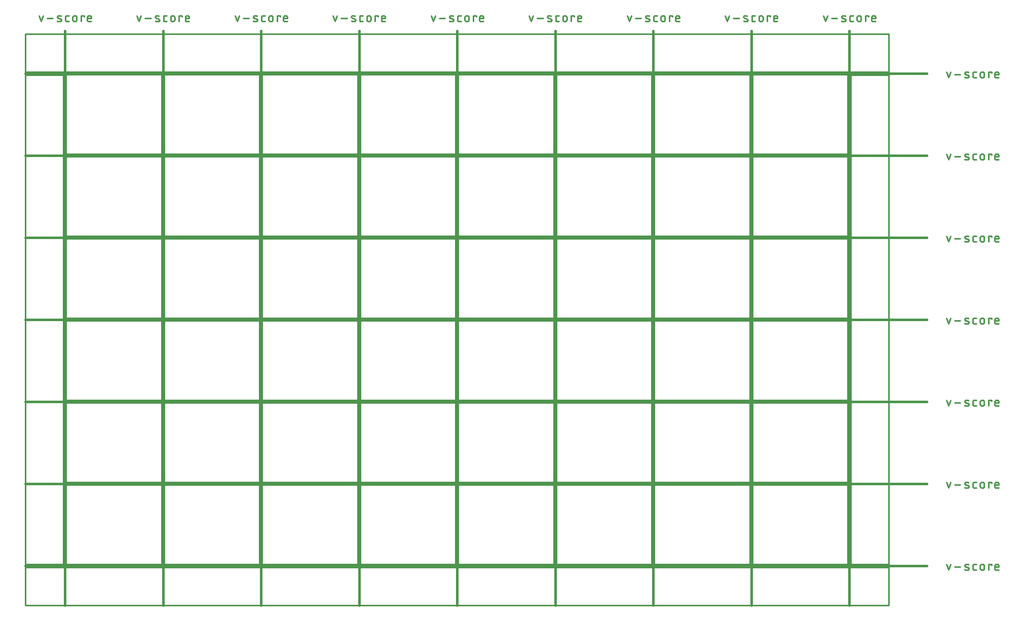
<source format=gko>
G04 EAGLE Gerber RS-274X export*
G75*
%MOMM*%
%FSLAX34Y34*%
%LPD*%
%IN*%
%IPPOS*%
%AMOC8*
5,1,8,0,0,1.08239X$1,22.5*%
G01*
%ADD10C,0.203200*%
%ADD11C,0.381000*%
%ADD12C,0.279400*%
%ADD13C,0.254000*%


D10*
X0Y0D02*
X158750Y0D01*
X158750Y132080D01*
X0Y132080D01*
X0Y0D01*
X163830Y0D02*
X322580Y0D01*
X322580Y132080D01*
X163830Y132080D01*
X163830Y0D01*
X327660Y0D02*
X486410Y0D01*
X486410Y132080D01*
X327660Y132080D01*
X327660Y0D01*
X491490Y0D02*
X650240Y0D01*
X650240Y132080D01*
X491490Y132080D01*
X491490Y0D01*
X655320Y0D02*
X814070Y0D01*
X814070Y132080D01*
X655320Y132080D01*
X655320Y0D01*
X819150Y0D02*
X977900Y0D01*
X977900Y132080D01*
X819150Y132080D01*
X819150Y0D01*
X982980Y0D02*
X1141730Y0D01*
X1141730Y132080D01*
X982980Y132080D01*
X982980Y0D01*
X1146810Y0D02*
X1305560Y0D01*
X1305560Y132080D01*
X1146810Y132080D01*
X1146810Y0D01*
X158750Y137160D02*
X0Y137160D01*
X158750Y137160D02*
X158750Y269240D01*
X0Y269240D01*
X0Y137160D01*
X163830Y137160D02*
X322580Y137160D01*
X322580Y269240D01*
X163830Y269240D01*
X163830Y137160D01*
X327660Y137160D02*
X486410Y137160D01*
X486410Y269240D01*
X327660Y269240D01*
X327660Y137160D01*
X491490Y137160D02*
X650240Y137160D01*
X650240Y269240D01*
X491490Y269240D01*
X491490Y137160D01*
X655320Y137160D02*
X814070Y137160D01*
X814070Y269240D01*
X655320Y269240D01*
X655320Y137160D01*
X819150Y137160D02*
X977900Y137160D01*
X977900Y269240D01*
X819150Y269240D01*
X819150Y137160D01*
X982980Y137160D02*
X1141730Y137160D01*
X1141730Y269240D01*
X982980Y269240D01*
X982980Y137160D01*
X1146810Y137160D02*
X1305560Y137160D01*
X1305560Y269240D01*
X1146810Y269240D01*
X1146810Y137160D01*
X158750Y274320D02*
X0Y274320D01*
X158750Y274320D02*
X158750Y406400D01*
X0Y406400D01*
X0Y274320D01*
X163830Y274320D02*
X322580Y274320D01*
X322580Y406400D01*
X163830Y406400D01*
X163830Y274320D01*
X327660Y274320D02*
X486410Y274320D01*
X486410Y406400D01*
X327660Y406400D01*
X327660Y274320D01*
X491490Y274320D02*
X650240Y274320D01*
X650240Y406400D01*
X491490Y406400D01*
X491490Y274320D01*
X655320Y274320D02*
X814070Y274320D01*
X814070Y406400D01*
X655320Y406400D01*
X655320Y274320D01*
X819150Y274320D02*
X977900Y274320D01*
X977900Y406400D01*
X819150Y406400D01*
X819150Y274320D01*
X982980Y274320D02*
X1141730Y274320D01*
X1141730Y406400D01*
X982980Y406400D01*
X982980Y274320D01*
X1146810Y274320D02*
X1305560Y274320D01*
X1305560Y406400D01*
X1146810Y406400D01*
X1146810Y274320D01*
X158750Y411480D02*
X0Y411480D01*
X158750Y411480D02*
X158750Y543560D01*
X0Y543560D01*
X0Y411480D01*
X163830Y411480D02*
X322580Y411480D01*
X322580Y543560D01*
X163830Y543560D01*
X163830Y411480D01*
X327660Y411480D02*
X486410Y411480D01*
X486410Y543560D01*
X327660Y543560D01*
X327660Y411480D01*
X491490Y411480D02*
X650240Y411480D01*
X650240Y543560D01*
X491490Y543560D01*
X491490Y411480D01*
X655320Y411480D02*
X814070Y411480D01*
X814070Y543560D01*
X655320Y543560D01*
X655320Y411480D01*
X819150Y411480D02*
X977900Y411480D01*
X977900Y543560D01*
X819150Y543560D01*
X819150Y411480D01*
X982980Y411480D02*
X1141730Y411480D01*
X1141730Y543560D01*
X982980Y543560D01*
X982980Y411480D01*
X1146810Y411480D02*
X1305560Y411480D01*
X1305560Y543560D01*
X1146810Y543560D01*
X1146810Y411480D01*
X158750Y548640D02*
X0Y548640D01*
X158750Y548640D02*
X158750Y680720D01*
X0Y680720D01*
X0Y548640D01*
X163830Y548640D02*
X322580Y548640D01*
X322580Y680720D01*
X163830Y680720D01*
X163830Y548640D01*
X327660Y548640D02*
X486410Y548640D01*
X486410Y680720D01*
X327660Y680720D01*
X327660Y548640D01*
X491490Y548640D02*
X650240Y548640D01*
X650240Y680720D01*
X491490Y680720D01*
X491490Y548640D01*
X655320Y548640D02*
X814070Y548640D01*
X814070Y680720D01*
X655320Y680720D01*
X655320Y548640D01*
X819150Y548640D02*
X977900Y548640D01*
X977900Y680720D01*
X819150Y680720D01*
X819150Y548640D01*
X982980Y548640D02*
X1141730Y548640D01*
X1141730Y680720D01*
X982980Y680720D01*
X982980Y548640D01*
X1146810Y548640D02*
X1305560Y548640D01*
X1305560Y680720D01*
X1146810Y680720D01*
X1146810Y548640D01*
X158750Y685800D02*
X0Y685800D01*
X158750Y685800D02*
X158750Y817880D01*
X0Y817880D01*
X0Y685800D01*
X163830Y685800D02*
X322580Y685800D01*
X322580Y817880D01*
X163830Y817880D01*
X163830Y685800D01*
X327660Y685800D02*
X486410Y685800D01*
X486410Y817880D01*
X327660Y817880D01*
X327660Y685800D01*
X491490Y685800D02*
X650240Y685800D01*
X650240Y817880D01*
X491490Y817880D01*
X491490Y685800D01*
X655320Y685800D02*
X814070Y685800D01*
X814070Y817880D01*
X655320Y817880D01*
X655320Y685800D01*
X819150Y685800D02*
X977900Y685800D01*
X977900Y817880D01*
X819150Y817880D01*
X819150Y685800D01*
X982980Y685800D02*
X1141730Y685800D01*
X1141730Y817880D01*
X982980Y817880D01*
X982980Y685800D01*
X1146810Y685800D02*
X1305560Y685800D01*
X1305560Y817880D01*
X1146810Y817880D01*
X1146810Y685800D01*
D11*
X-2540Y891540D02*
X-2540Y-68580D01*
D12*
X-42921Y906907D02*
X-46251Y916898D01*
X-39590Y916898D02*
X-42921Y906907D01*
X-32806Y912735D02*
X-22815Y912735D01*
X-14261Y912735D02*
X-10098Y911070D01*
X-14261Y912734D02*
X-14346Y912770D01*
X-14429Y912810D01*
X-14510Y912853D01*
X-14590Y912900D01*
X-14667Y912950D01*
X-14743Y913003D01*
X-14816Y913059D01*
X-14886Y913119D01*
X-14954Y913181D01*
X-15019Y913246D01*
X-15081Y913314D01*
X-15141Y913385D01*
X-15197Y913458D01*
X-15250Y913533D01*
X-15300Y913611D01*
X-15346Y913690D01*
X-15389Y913772D01*
X-15429Y913855D01*
X-15465Y913940D01*
X-15497Y914026D01*
X-15526Y914114D01*
X-15550Y914203D01*
X-15571Y914293D01*
X-15588Y914383D01*
X-15602Y914474D01*
X-15611Y914566D01*
X-15616Y914658D01*
X-15618Y914750D01*
X-15616Y914842D01*
X-15609Y914934D01*
X-15599Y915026D01*
X-15585Y915117D01*
X-15567Y915208D01*
X-15545Y915297D01*
X-15519Y915386D01*
X-15489Y915473D01*
X-15456Y915559D01*
X-15419Y915643D01*
X-15379Y915726D01*
X-15335Y915807D01*
X-15288Y915886D01*
X-15237Y915963D01*
X-15183Y916038D01*
X-15126Y916111D01*
X-15066Y916181D01*
X-15003Y916248D01*
X-14937Y916312D01*
X-14869Y916374D01*
X-14798Y916433D01*
X-14724Y916488D01*
X-14648Y916541D01*
X-14570Y916590D01*
X-14490Y916636D01*
X-14409Y916678D01*
X-14325Y916717D01*
X-14240Y916752D01*
X-14153Y916783D01*
X-14065Y916811D01*
X-13976Y916835D01*
X-13886Y916855D01*
X-13796Y916872D01*
X-13704Y916884D01*
X-13612Y916893D01*
X-13520Y916897D01*
X-13428Y916898D01*
X-13201Y916892D01*
X-12974Y916881D01*
X-12747Y916864D01*
X-12521Y916841D01*
X-12295Y916814D01*
X-12070Y916780D01*
X-11846Y916742D01*
X-11623Y916698D01*
X-11401Y916649D01*
X-11180Y916594D01*
X-10961Y916534D01*
X-10743Y916469D01*
X-10527Y916398D01*
X-10313Y916323D01*
X-10100Y916242D01*
X-9890Y916156D01*
X-9681Y916065D01*
X-10098Y911070D02*
X-10013Y911034D01*
X-9930Y910994D01*
X-9849Y910951D01*
X-9769Y910904D01*
X-9692Y910854D01*
X-9616Y910801D01*
X-9543Y910745D01*
X-9473Y910685D01*
X-9405Y910623D01*
X-9340Y910558D01*
X-9278Y910490D01*
X-9218Y910419D01*
X-9162Y910346D01*
X-9109Y910271D01*
X-9059Y910193D01*
X-9013Y910114D01*
X-8970Y910032D01*
X-8930Y909949D01*
X-8894Y909864D01*
X-8862Y909778D01*
X-8833Y909690D01*
X-8809Y909601D01*
X-8788Y909511D01*
X-8771Y909421D01*
X-8757Y909330D01*
X-8748Y909238D01*
X-8743Y909146D01*
X-8741Y909054D01*
X-8743Y908962D01*
X-8750Y908870D01*
X-8760Y908778D01*
X-8774Y908687D01*
X-8792Y908596D01*
X-8814Y908507D01*
X-8840Y908418D01*
X-8870Y908331D01*
X-8903Y908245D01*
X-8940Y908161D01*
X-8980Y908078D01*
X-9024Y907997D01*
X-9071Y907918D01*
X-9122Y907841D01*
X-9176Y907766D01*
X-9233Y907693D01*
X-9293Y907623D01*
X-9356Y907556D01*
X-9422Y907492D01*
X-9490Y907430D01*
X-9561Y907371D01*
X-9635Y907316D01*
X-9711Y907263D01*
X-9789Y907214D01*
X-9869Y907168D01*
X-9950Y907126D01*
X-10034Y907087D01*
X-10119Y907052D01*
X-10206Y907021D01*
X-10294Y906993D01*
X-10383Y906969D01*
X-10473Y906949D01*
X-10563Y906932D01*
X-10655Y906920D01*
X-10747Y906911D01*
X-10839Y906907D01*
X-10931Y906906D01*
X-10931Y906907D02*
X-11265Y906916D01*
X-11598Y906933D01*
X-11931Y906957D01*
X-12264Y906990D01*
X-12595Y907030D01*
X-12926Y907078D01*
X-13255Y907134D01*
X-13583Y907197D01*
X-13909Y907269D01*
X-14233Y907348D01*
X-14556Y907434D01*
X-14876Y907529D01*
X-15194Y907631D01*
X-15510Y907740D01*
X562Y906907D02*
X3892Y906907D01*
X562Y906907D02*
X464Y906909D01*
X366Y906915D01*
X268Y906924D01*
X171Y906938D01*
X75Y906955D01*
X-21Y906976D01*
X-116Y907001D01*
X-210Y907029D01*
X-303Y907061D01*
X-394Y907097D01*
X-484Y907136D01*
X-572Y907179D01*
X-659Y907226D01*
X-743Y907275D01*
X-826Y907328D01*
X-906Y907384D01*
X-985Y907443D01*
X-1060Y907506D01*
X-1134Y907571D01*
X-1204Y907639D01*
X-1272Y907709D01*
X-1338Y907783D01*
X-1400Y907859D01*
X-1459Y907937D01*
X-1515Y908017D01*
X-1568Y908100D01*
X-1618Y908184D01*
X-1664Y908271D01*
X-1707Y908359D01*
X-1746Y908449D01*
X-1782Y908540D01*
X-1814Y908633D01*
X-1842Y908727D01*
X-1867Y908822D01*
X-1888Y908918D01*
X-1905Y909014D01*
X-1919Y909111D01*
X-1928Y909209D01*
X-1934Y909307D01*
X-1936Y909405D01*
X-1936Y914400D01*
X-1934Y914498D01*
X-1928Y914596D01*
X-1919Y914694D01*
X-1905Y914791D01*
X-1888Y914887D01*
X-1867Y914983D01*
X-1842Y915078D01*
X-1814Y915172D01*
X-1782Y915265D01*
X-1746Y915356D01*
X-1707Y915446D01*
X-1664Y915534D01*
X-1617Y915621D01*
X-1568Y915705D01*
X-1515Y915788D01*
X-1459Y915868D01*
X-1400Y915946D01*
X-1337Y916022D01*
X-1272Y916096D01*
X-1204Y916166D01*
X-1134Y916234D01*
X-1060Y916299D01*
X-984Y916362D01*
X-906Y916421D01*
X-826Y916477D01*
X-743Y916530D01*
X-659Y916579D01*
X-572Y916626D01*
X-484Y916669D01*
X-394Y916708D01*
X-303Y916744D01*
X-210Y916776D01*
X-116Y916804D01*
X-21Y916829D01*
X75Y916850D01*
X171Y916867D01*
X268Y916881D01*
X366Y916890D01*
X464Y916896D01*
X562Y916898D01*
X3892Y916898D01*
X10022Y913567D02*
X10022Y910237D01*
X10022Y913567D02*
X10024Y913681D01*
X10030Y913794D01*
X10039Y913908D01*
X10053Y914020D01*
X10070Y914133D01*
X10092Y914245D01*
X10117Y914355D01*
X10145Y914465D01*
X10178Y914574D01*
X10214Y914682D01*
X10254Y914789D01*
X10298Y914894D01*
X10345Y914997D01*
X10395Y915099D01*
X10449Y915199D01*
X10507Y915297D01*
X10568Y915393D01*
X10631Y915487D01*
X10699Y915579D01*
X10769Y915669D01*
X10842Y915755D01*
X10918Y915840D01*
X10997Y915922D01*
X11079Y916001D01*
X11164Y916077D01*
X11250Y916150D01*
X11340Y916220D01*
X11432Y916288D01*
X11526Y916351D01*
X11622Y916412D01*
X11720Y916470D01*
X11820Y916524D01*
X11922Y916574D01*
X12025Y916621D01*
X12130Y916665D01*
X12237Y916705D01*
X12345Y916741D01*
X12454Y916774D01*
X12564Y916802D01*
X12674Y916827D01*
X12786Y916849D01*
X12899Y916866D01*
X13011Y916880D01*
X13125Y916889D01*
X13238Y916895D01*
X13352Y916897D01*
X13466Y916895D01*
X13579Y916889D01*
X13693Y916880D01*
X13805Y916866D01*
X13918Y916849D01*
X14030Y916827D01*
X14140Y916802D01*
X14250Y916774D01*
X14359Y916741D01*
X14467Y916705D01*
X14574Y916665D01*
X14679Y916621D01*
X14782Y916574D01*
X14884Y916524D01*
X14984Y916470D01*
X15082Y916412D01*
X15178Y916351D01*
X15272Y916288D01*
X15364Y916220D01*
X15454Y916150D01*
X15540Y916077D01*
X15625Y916001D01*
X15707Y915922D01*
X15786Y915840D01*
X15862Y915755D01*
X15935Y915669D01*
X16005Y915579D01*
X16073Y915487D01*
X16136Y915393D01*
X16197Y915297D01*
X16255Y915199D01*
X16309Y915099D01*
X16359Y914997D01*
X16406Y914894D01*
X16450Y914789D01*
X16490Y914682D01*
X16526Y914574D01*
X16559Y914465D01*
X16587Y914355D01*
X16612Y914245D01*
X16634Y914133D01*
X16651Y914020D01*
X16665Y913908D01*
X16674Y913794D01*
X16680Y913681D01*
X16682Y913567D01*
X16682Y910237D01*
X16680Y910123D01*
X16674Y910010D01*
X16665Y909896D01*
X16651Y909784D01*
X16634Y909671D01*
X16612Y909559D01*
X16587Y909449D01*
X16559Y909339D01*
X16526Y909230D01*
X16490Y909122D01*
X16450Y909015D01*
X16406Y908910D01*
X16359Y908807D01*
X16309Y908705D01*
X16255Y908605D01*
X16197Y908507D01*
X16136Y908411D01*
X16073Y908317D01*
X16005Y908225D01*
X15935Y908135D01*
X15862Y908049D01*
X15786Y907964D01*
X15707Y907882D01*
X15625Y907803D01*
X15540Y907727D01*
X15454Y907654D01*
X15364Y907584D01*
X15272Y907516D01*
X15178Y907453D01*
X15082Y907392D01*
X14984Y907334D01*
X14884Y907280D01*
X14782Y907230D01*
X14679Y907183D01*
X14574Y907139D01*
X14467Y907099D01*
X14359Y907063D01*
X14250Y907030D01*
X14140Y907002D01*
X14030Y906977D01*
X13918Y906955D01*
X13805Y906938D01*
X13693Y906924D01*
X13579Y906915D01*
X13466Y906909D01*
X13352Y906907D01*
X13238Y906909D01*
X13125Y906915D01*
X13011Y906924D01*
X12899Y906938D01*
X12786Y906955D01*
X12674Y906977D01*
X12564Y907002D01*
X12454Y907030D01*
X12345Y907063D01*
X12237Y907099D01*
X12130Y907139D01*
X12025Y907183D01*
X11922Y907230D01*
X11820Y907280D01*
X11720Y907334D01*
X11622Y907392D01*
X11526Y907453D01*
X11432Y907516D01*
X11340Y907584D01*
X11250Y907654D01*
X11164Y907727D01*
X11079Y907803D01*
X10997Y907882D01*
X10918Y907964D01*
X10842Y908049D01*
X10769Y908135D01*
X10699Y908225D01*
X10631Y908317D01*
X10568Y908411D01*
X10507Y908507D01*
X10449Y908605D01*
X10395Y908705D01*
X10345Y908807D01*
X10298Y908910D01*
X10254Y909015D01*
X10214Y909122D01*
X10178Y909230D01*
X10145Y909339D01*
X10117Y909449D01*
X10092Y909559D01*
X10070Y909671D01*
X10053Y909784D01*
X10039Y909896D01*
X10030Y910010D01*
X10024Y910123D01*
X10022Y910237D01*
X24218Y906907D02*
X24218Y916898D01*
X29213Y916898D01*
X29213Y915233D01*
X37008Y906907D02*
X41171Y906907D01*
X37008Y906907D02*
X36910Y906909D01*
X36812Y906915D01*
X36714Y906924D01*
X36617Y906938D01*
X36521Y906955D01*
X36425Y906976D01*
X36330Y907001D01*
X36236Y907029D01*
X36143Y907061D01*
X36052Y907097D01*
X35962Y907136D01*
X35874Y907179D01*
X35787Y907226D01*
X35703Y907275D01*
X35620Y907328D01*
X35540Y907384D01*
X35462Y907443D01*
X35386Y907506D01*
X35312Y907571D01*
X35242Y907639D01*
X35174Y907709D01*
X35109Y907783D01*
X35046Y907859D01*
X34987Y907937D01*
X34931Y908017D01*
X34878Y908100D01*
X34829Y908184D01*
X34782Y908271D01*
X34739Y908359D01*
X34700Y908449D01*
X34664Y908540D01*
X34632Y908633D01*
X34604Y908727D01*
X34579Y908822D01*
X34558Y908918D01*
X34541Y909014D01*
X34527Y909111D01*
X34518Y909209D01*
X34512Y909307D01*
X34510Y909405D01*
X34510Y913567D01*
X34511Y913567D02*
X34513Y913681D01*
X34519Y913794D01*
X34528Y913908D01*
X34542Y914020D01*
X34559Y914133D01*
X34581Y914245D01*
X34606Y914355D01*
X34634Y914465D01*
X34667Y914574D01*
X34703Y914682D01*
X34743Y914789D01*
X34787Y914894D01*
X34834Y914997D01*
X34884Y915099D01*
X34938Y915199D01*
X34996Y915297D01*
X35057Y915393D01*
X35120Y915487D01*
X35188Y915579D01*
X35258Y915669D01*
X35331Y915755D01*
X35407Y915840D01*
X35486Y915922D01*
X35568Y916001D01*
X35653Y916077D01*
X35739Y916150D01*
X35829Y916220D01*
X35921Y916288D01*
X36015Y916351D01*
X36111Y916412D01*
X36209Y916470D01*
X36309Y916524D01*
X36411Y916574D01*
X36514Y916621D01*
X36619Y916665D01*
X36726Y916705D01*
X36834Y916741D01*
X36943Y916774D01*
X37053Y916802D01*
X37163Y916827D01*
X37275Y916849D01*
X37388Y916866D01*
X37500Y916880D01*
X37614Y916889D01*
X37727Y916895D01*
X37841Y916897D01*
X37955Y916895D01*
X38068Y916889D01*
X38182Y916880D01*
X38294Y916866D01*
X38407Y916849D01*
X38519Y916827D01*
X38629Y916802D01*
X38739Y916774D01*
X38848Y916741D01*
X38956Y916705D01*
X39063Y916665D01*
X39168Y916621D01*
X39271Y916574D01*
X39373Y916524D01*
X39473Y916470D01*
X39571Y916412D01*
X39667Y916351D01*
X39761Y916288D01*
X39853Y916220D01*
X39943Y916150D01*
X40029Y916077D01*
X40114Y916001D01*
X40196Y915922D01*
X40275Y915840D01*
X40351Y915755D01*
X40424Y915669D01*
X40494Y915579D01*
X40562Y915487D01*
X40625Y915393D01*
X40686Y915297D01*
X40744Y915199D01*
X40798Y915099D01*
X40848Y914997D01*
X40895Y914894D01*
X40939Y914789D01*
X40979Y914682D01*
X41015Y914574D01*
X41048Y914465D01*
X41076Y914355D01*
X41101Y914245D01*
X41123Y914133D01*
X41140Y914020D01*
X41154Y913908D01*
X41163Y913794D01*
X41169Y913681D01*
X41171Y913567D01*
X41171Y911902D01*
X34510Y911902D01*
D11*
X161290Y891540D02*
X161290Y-68580D01*
D12*
X120909Y906907D02*
X117579Y916898D01*
X124240Y916898D02*
X120909Y906907D01*
X131024Y912735D02*
X141015Y912735D01*
X149569Y912735D02*
X153732Y911070D01*
X149569Y912734D02*
X149484Y912770D01*
X149401Y912810D01*
X149320Y912853D01*
X149240Y912900D01*
X149163Y912950D01*
X149087Y913003D01*
X149014Y913059D01*
X148944Y913119D01*
X148876Y913181D01*
X148811Y913246D01*
X148749Y913314D01*
X148689Y913385D01*
X148633Y913458D01*
X148580Y913533D01*
X148530Y913611D01*
X148484Y913690D01*
X148441Y913772D01*
X148401Y913855D01*
X148365Y913940D01*
X148333Y914026D01*
X148304Y914114D01*
X148280Y914203D01*
X148259Y914293D01*
X148242Y914383D01*
X148228Y914474D01*
X148219Y914566D01*
X148214Y914658D01*
X148212Y914750D01*
X148214Y914842D01*
X148221Y914934D01*
X148231Y915026D01*
X148245Y915117D01*
X148263Y915208D01*
X148285Y915297D01*
X148311Y915386D01*
X148341Y915473D01*
X148374Y915559D01*
X148411Y915643D01*
X148451Y915726D01*
X148495Y915807D01*
X148542Y915886D01*
X148593Y915963D01*
X148647Y916038D01*
X148704Y916111D01*
X148764Y916181D01*
X148827Y916248D01*
X148893Y916312D01*
X148961Y916374D01*
X149032Y916433D01*
X149106Y916488D01*
X149182Y916541D01*
X149260Y916590D01*
X149340Y916636D01*
X149421Y916678D01*
X149505Y916717D01*
X149590Y916752D01*
X149677Y916783D01*
X149765Y916811D01*
X149854Y916835D01*
X149944Y916855D01*
X150034Y916872D01*
X150126Y916884D01*
X150218Y916893D01*
X150310Y916897D01*
X150402Y916898D01*
X150629Y916892D01*
X150856Y916881D01*
X151083Y916864D01*
X151309Y916841D01*
X151535Y916814D01*
X151760Y916780D01*
X151984Y916742D01*
X152207Y916698D01*
X152429Y916649D01*
X152650Y916594D01*
X152869Y916534D01*
X153087Y916469D01*
X153303Y916398D01*
X153517Y916323D01*
X153730Y916242D01*
X153940Y916156D01*
X154149Y916065D01*
X153732Y911070D02*
X153817Y911034D01*
X153900Y910994D01*
X153981Y910951D01*
X154061Y910904D01*
X154138Y910854D01*
X154214Y910801D01*
X154287Y910745D01*
X154357Y910685D01*
X154425Y910623D01*
X154490Y910558D01*
X154552Y910490D01*
X154612Y910419D01*
X154668Y910346D01*
X154721Y910271D01*
X154771Y910193D01*
X154817Y910114D01*
X154860Y910032D01*
X154900Y909949D01*
X154936Y909864D01*
X154968Y909778D01*
X154997Y909690D01*
X155021Y909601D01*
X155042Y909511D01*
X155059Y909421D01*
X155073Y909330D01*
X155082Y909238D01*
X155087Y909146D01*
X155089Y909054D01*
X155087Y908962D01*
X155080Y908870D01*
X155070Y908778D01*
X155056Y908687D01*
X155038Y908596D01*
X155016Y908507D01*
X154990Y908418D01*
X154960Y908331D01*
X154927Y908245D01*
X154890Y908161D01*
X154850Y908078D01*
X154806Y907997D01*
X154759Y907918D01*
X154708Y907841D01*
X154654Y907766D01*
X154597Y907693D01*
X154537Y907623D01*
X154474Y907556D01*
X154408Y907492D01*
X154340Y907430D01*
X154269Y907371D01*
X154195Y907316D01*
X154119Y907263D01*
X154041Y907214D01*
X153961Y907168D01*
X153880Y907126D01*
X153796Y907087D01*
X153711Y907052D01*
X153624Y907021D01*
X153536Y906993D01*
X153447Y906969D01*
X153357Y906949D01*
X153267Y906932D01*
X153175Y906920D01*
X153083Y906911D01*
X152991Y906907D01*
X152899Y906906D01*
X152899Y906907D02*
X152565Y906916D01*
X152232Y906933D01*
X151899Y906957D01*
X151566Y906990D01*
X151235Y907030D01*
X150904Y907078D01*
X150575Y907134D01*
X150247Y907197D01*
X149921Y907269D01*
X149597Y907348D01*
X149274Y907434D01*
X148954Y907529D01*
X148636Y907631D01*
X148320Y907740D01*
X164392Y906907D02*
X167722Y906907D01*
X164392Y906907D02*
X164294Y906909D01*
X164196Y906915D01*
X164098Y906924D01*
X164001Y906938D01*
X163905Y906955D01*
X163809Y906976D01*
X163714Y907001D01*
X163620Y907029D01*
X163527Y907061D01*
X163436Y907097D01*
X163346Y907136D01*
X163258Y907179D01*
X163171Y907226D01*
X163087Y907275D01*
X163004Y907328D01*
X162924Y907384D01*
X162846Y907443D01*
X162770Y907506D01*
X162696Y907571D01*
X162626Y907639D01*
X162558Y907709D01*
X162493Y907783D01*
X162430Y907859D01*
X162371Y907937D01*
X162315Y908017D01*
X162262Y908100D01*
X162213Y908184D01*
X162166Y908271D01*
X162123Y908359D01*
X162084Y908449D01*
X162048Y908540D01*
X162016Y908633D01*
X161988Y908727D01*
X161963Y908822D01*
X161942Y908918D01*
X161925Y909014D01*
X161911Y909111D01*
X161902Y909209D01*
X161896Y909307D01*
X161894Y909405D01*
X161894Y914400D01*
X161896Y914498D01*
X161902Y914596D01*
X161911Y914694D01*
X161925Y914791D01*
X161942Y914887D01*
X161963Y914983D01*
X161988Y915078D01*
X162016Y915172D01*
X162048Y915265D01*
X162084Y915356D01*
X162123Y915446D01*
X162166Y915534D01*
X162213Y915621D01*
X162262Y915705D01*
X162315Y915788D01*
X162371Y915868D01*
X162430Y915947D01*
X162493Y916022D01*
X162558Y916096D01*
X162626Y916166D01*
X162696Y916234D01*
X162770Y916300D01*
X162846Y916362D01*
X162924Y916421D01*
X163004Y916477D01*
X163087Y916530D01*
X163171Y916580D01*
X163258Y916626D01*
X163346Y916669D01*
X163436Y916708D01*
X163527Y916744D01*
X163620Y916776D01*
X163714Y916804D01*
X163809Y916829D01*
X163905Y916850D01*
X164001Y916867D01*
X164098Y916881D01*
X164196Y916890D01*
X164294Y916896D01*
X164392Y916898D01*
X167722Y916898D01*
X173852Y913567D02*
X173852Y910237D01*
X173852Y913567D02*
X173854Y913681D01*
X173860Y913794D01*
X173869Y913908D01*
X173883Y914020D01*
X173900Y914133D01*
X173922Y914245D01*
X173947Y914355D01*
X173975Y914465D01*
X174008Y914574D01*
X174044Y914682D01*
X174084Y914789D01*
X174128Y914894D01*
X174175Y914997D01*
X174225Y915099D01*
X174279Y915199D01*
X174337Y915297D01*
X174398Y915393D01*
X174461Y915487D01*
X174529Y915579D01*
X174599Y915669D01*
X174672Y915755D01*
X174748Y915840D01*
X174827Y915922D01*
X174909Y916001D01*
X174994Y916077D01*
X175080Y916150D01*
X175170Y916220D01*
X175262Y916288D01*
X175356Y916351D01*
X175452Y916412D01*
X175550Y916470D01*
X175650Y916524D01*
X175752Y916574D01*
X175855Y916621D01*
X175960Y916665D01*
X176067Y916705D01*
X176175Y916741D01*
X176284Y916774D01*
X176394Y916802D01*
X176504Y916827D01*
X176616Y916849D01*
X176729Y916866D01*
X176841Y916880D01*
X176955Y916889D01*
X177068Y916895D01*
X177182Y916897D01*
X177296Y916895D01*
X177409Y916889D01*
X177523Y916880D01*
X177635Y916866D01*
X177748Y916849D01*
X177860Y916827D01*
X177970Y916802D01*
X178080Y916774D01*
X178189Y916741D01*
X178297Y916705D01*
X178404Y916665D01*
X178509Y916621D01*
X178612Y916574D01*
X178714Y916524D01*
X178814Y916470D01*
X178912Y916412D01*
X179008Y916351D01*
X179102Y916288D01*
X179194Y916220D01*
X179284Y916150D01*
X179370Y916077D01*
X179455Y916001D01*
X179537Y915922D01*
X179616Y915840D01*
X179692Y915755D01*
X179765Y915669D01*
X179835Y915579D01*
X179903Y915487D01*
X179966Y915393D01*
X180027Y915297D01*
X180085Y915199D01*
X180139Y915099D01*
X180189Y914997D01*
X180236Y914894D01*
X180280Y914789D01*
X180320Y914682D01*
X180356Y914574D01*
X180389Y914465D01*
X180417Y914355D01*
X180442Y914245D01*
X180464Y914133D01*
X180481Y914020D01*
X180495Y913908D01*
X180504Y913794D01*
X180510Y913681D01*
X180512Y913567D01*
X180512Y910237D01*
X180510Y910123D01*
X180504Y910010D01*
X180495Y909896D01*
X180481Y909784D01*
X180464Y909671D01*
X180442Y909559D01*
X180417Y909449D01*
X180389Y909339D01*
X180356Y909230D01*
X180320Y909122D01*
X180280Y909015D01*
X180236Y908910D01*
X180189Y908807D01*
X180139Y908705D01*
X180085Y908605D01*
X180027Y908507D01*
X179966Y908411D01*
X179903Y908317D01*
X179835Y908225D01*
X179765Y908135D01*
X179692Y908049D01*
X179616Y907964D01*
X179537Y907882D01*
X179455Y907803D01*
X179370Y907727D01*
X179284Y907654D01*
X179194Y907584D01*
X179102Y907516D01*
X179008Y907453D01*
X178912Y907392D01*
X178814Y907334D01*
X178714Y907280D01*
X178612Y907230D01*
X178509Y907183D01*
X178404Y907139D01*
X178297Y907099D01*
X178189Y907063D01*
X178080Y907030D01*
X177970Y907002D01*
X177860Y906977D01*
X177748Y906955D01*
X177635Y906938D01*
X177523Y906924D01*
X177409Y906915D01*
X177296Y906909D01*
X177182Y906907D01*
X177068Y906909D01*
X176955Y906915D01*
X176841Y906924D01*
X176729Y906938D01*
X176616Y906955D01*
X176504Y906977D01*
X176394Y907002D01*
X176284Y907030D01*
X176175Y907063D01*
X176067Y907099D01*
X175960Y907139D01*
X175855Y907183D01*
X175752Y907230D01*
X175650Y907280D01*
X175550Y907334D01*
X175452Y907392D01*
X175356Y907453D01*
X175262Y907516D01*
X175170Y907584D01*
X175080Y907654D01*
X174994Y907727D01*
X174909Y907803D01*
X174827Y907882D01*
X174748Y907964D01*
X174672Y908049D01*
X174599Y908135D01*
X174529Y908225D01*
X174461Y908317D01*
X174398Y908411D01*
X174337Y908507D01*
X174279Y908605D01*
X174225Y908705D01*
X174175Y908807D01*
X174128Y908910D01*
X174084Y909015D01*
X174044Y909122D01*
X174008Y909230D01*
X173975Y909339D01*
X173947Y909449D01*
X173922Y909559D01*
X173900Y909671D01*
X173883Y909784D01*
X173869Y909896D01*
X173860Y910010D01*
X173854Y910123D01*
X173852Y910237D01*
X188048Y906907D02*
X188048Y916898D01*
X193043Y916898D01*
X193043Y915233D01*
X200838Y906907D02*
X205001Y906907D01*
X200838Y906907D02*
X200740Y906909D01*
X200642Y906915D01*
X200544Y906924D01*
X200447Y906938D01*
X200351Y906955D01*
X200255Y906976D01*
X200160Y907001D01*
X200066Y907029D01*
X199973Y907061D01*
X199882Y907097D01*
X199792Y907136D01*
X199704Y907179D01*
X199617Y907226D01*
X199533Y907275D01*
X199450Y907328D01*
X199370Y907384D01*
X199292Y907443D01*
X199216Y907506D01*
X199142Y907571D01*
X199072Y907639D01*
X199004Y907709D01*
X198939Y907783D01*
X198876Y907859D01*
X198817Y907937D01*
X198761Y908017D01*
X198708Y908100D01*
X198659Y908184D01*
X198612Y908271D01*
X198569Y908359D01*
X198530Y908449D01*
X198494Y908540D01*
X198462Y908633D01*
X198434Y908727D01*
X198409Y908822D01*
X198388Y908918D01*
X198371Y909014D01*
X198357Y909111D01*
X198348Y909209D01*
X198342Y909307D01*
X198340Y909405D01*
X198340Y913567D01*
X198341Y913567D02*
X198343Y913681D01*
X198349Y913794D01*
X198358Y913908D01*
X198372Y914020D01*
X198389Y914133D01*
X198411Y914245D01*
X198436Y914355D01*
X198464Y914465D01*
X198497Y914574D01*
X198533Y914682D01*
X198573Y914789D01*
X198617Y914894D01*
X198664Y914997D01*
X198714Y915099D01*
X198768Y915199D01*
X198826Y915297D01*
X198887Y915393D01*
X198950Y915487D01*
X199018Y915579D01*
X199088Y915669D01*
X199161Y915755D01*
X199237Y915840D01*
X199316Y915922D01*
X199398Y916001D01*
X199483Y916077D01*
X199569Y916150D01*
X199659Y916220D01*
X199751Y916288D01*
X199845Y916351D01*
X199941Y916412D01*
X200039Y916470D01*
X200139Y916524D01*
X200241Y916574D01*
X200344Y916621D01*
X200449Y916665D01*
X200556Y916705D01*
X200664Y916741D01*
X200773Y916774D01*
X200883Y916802D01*
X200993Y916827D01*
X201105Y916849D01*
X201218Y916866D01*
X201330Y916880D01*
X201444Y916889D01*
X201557Y916895D01*
X201671Y916897D01*
X201785Y916895D01*
X201898Y916889D01*
X202012Y916880D01*
X202124Y916866D01*
X202237Y916849D01*
X202349Y916827D01*
X202459Y916802D01*
X202569Y916774D01*
X202678Y916741D01*
X202786Y916705D01*
X202893Y916665D01*
X202998Y916621D01*
X203101Y916574D01*
X203203Y916524D01*
X203303Y916470D01*
X203401Y916412D01*
X203497Y916351D01*
X203591Y916288D01*
X203683Y916220D01*
X203773Y916150D01*
X203859Y916077D01*
X203944Y916001D01*
X204026Y915922D01*
X204105Y915840D01*
X204181Y915755D01*
X204254Y915669D01*
X204324Y915579D01*
X204392Y915487D01*
X204455Y915393D01*
X204516Y915297D01*
X204574Y915199D01*
X204628Y915099D01*
X204678Y914997D01*
X204725Y914894D01*
X204769Y914789D01*
X204809Y914682D01*
X204845Y914574D01*
X204878Y914465D01*
X204906Y914355D01*
X204931Y914245D01*
X204953Y914133D01*
X204970Y914020D01*
X204984Y913908D01*
X204993Y913794D01*
X204999Y913681D01*
X205001Y913567D01*
X205001Y911902D01*
X198340Y911902D01*
D11*
X325120Y891540D02*
X325120Y-68580D01*
D12*
X284739Y906907D02*
X281409Y916898D01*
X288070Y916898D02*
X284739Y906907D01*
X294854Y912735D02*
X304845Y912735D01*
X313399Y912735D02*
X317562Y911070D01*
X313399Y912734D02*
X313314Y912770D01*
X313231Y912810D01*
X313150Y912853D01*
X313070Y912900D01*
X312993Y912950D01*
X312917Y913003D01*
X312844Y913059D01*
X312774Y913119D01*
X312706Y913181D01*
X312641Y913246D01*
X312579Y913314D01*
X312519Y913385D01*
X312463Y913458D01*
X312410Y913533D01*
X312360Y913611D01*
X312314Y913690D01*
X312271Y913772D01*
X312231Y913855D01*
X312195Y913940D01*
X312163Y914026D01*
X312134Y914114D01*
X312110Y914203D01*
X312089Y914293D01*
X312072Y914383D01*
X312058Y914474D01*
X312049Y914566D01*
X312044Y914658D01*
X312042Y914750D01*
X312044Y914842D01*
X312051Y914934D01*
X312061Y915026D01*
X312075Y915117D01*
X312093Y915208D01*
X312115Y915297D01*
X312141Y915386D01*
X312171Y915473D01*
X312204Y915559D01*
X312241Y915643D01*
X312281Y915726D01*
X312325Y915807D01*
X312372Y915886D01*
X312423Y915963D01*
X312477Y916038D01*
X312534Y916111D01*
X312594Y916181D01*
X312657Y916248D01*
X312723Y916312D01*
X312791Y916374D01*
X312862Y916433D01*
X312936Y916488D01*
X313012Y916541D01*
X313090Y916590D01*
X313170Y916636D01*
X313251Y916678D01*
X313335Y916717D01*
X313420Y916752D01*
X313507Y916783D01*
X313595Y916811D01*
X313684Y916835D01*
X313774Y916855D01*
X313864Y916872D01*
X313956Y916884D01*
X314048Y916893D01*
X314140Y916897D01*
X314232Y916898D01*
X314459Y916892D01*
X314686Y916881D01*
X314913Y916864D01*
X315139Y916841D01*
X315365Y916814D01*
X315590Y916780D01*
X315814Y916742D01*
X316037Y916698D01*
X316259Y916649D01*
X316480Y916594D01*
X316699Y916534D01*
X316917Y916469D01*
X317133Y916398D01*
X317347Y916323D01*
X317560Y916242D01*
X317770Y916156D01*
X317979Y916065D01*
X317562Y911070D02*
X317647Y911034D01*
X317730Y910994D01*
X317811Y910951D01*
X317891Y910904D01*
X317968Y910854D01*
X318044Y910801D01*
X318117Y910745D01*
X318187Y910685D01*
X318255Y910623D01*
X318320Y910558D01*
X318382Y910490D01*
X318442Y910419D01*
X318498Y910346D01*
X318551Y910271D01*
X318601Y910193D01*
X318647Y910114D01*
X318690Y910032D01*
X318730Y909949D01*
X318766Y909864D01*
X318798Y909778D01*
X318827Y909690D01*
X318851Y909601D01*
X318872Y909511D01*
X318889Y909421D01*
X318903Y909330D01*
X318912Y909238D01*
X318917Y909146D01*
X318919Y909054D01*
X318917Y908962D01*
X318910Y908870D01*
X318900Y908778D01*
X318886Y908687D01*
X318868Y908596D01*
X318846Y908507D01*
X318820Y908418D01*
X318790Y908331D01*
X318757Y908245D01*
X318720Y908161D01*
X318680Y908078D01*
X318636Y907997D01*
X318589Y907918D01*
X318538Y907841D01*
X318484Y907766D01*
X318427Y907693D01*
X318367Y907623D01*
X318304Y907556D01*
X318238Y907492D01*
X318170Y907430D01*
X318099Y907371D01*
X318025Y907316D01*
X317949Y907263D01*
X317871Y907214D01*
X317791Y907168D01*
X317710Y907126D01*
X317626Y907087D01*
X317541Y907052D01*
X317454Y907021D01*
X317366Y906993D01*
X317277Y906969D01*
X317187Y906949D01*
X317097Y906932D01*
X317005Y906920D01*
X316913Y906911D01*
X316821Y906907D01*
X316729Y906906D01*
X316729Y906907D02*
X316395Y906916D01*
X316062Y906933D01*
X315729Y906957D01*
X315396Y906990D01*
X315065Y907030D01*
X314734Y907078D01*
X314405Y907134D01*
X314077Y907197D01*
X313751Y907269D01*
X313427Y907348D01*
X313104Y907434D01*
X312784Y907529D01*
X312466Y907631D01*
X312150Y907740D01*
X328222Y906907D02*
X331552Y906907D01*
X328222Y906907D02*
X328124Y906909D01*
X328026Y906915D01*
X327928Y906924D01*
X327831Y906938D01*
X327735Y906955D01*
X327639Y906976D01*
X327544Y907001D01*
X327450Y907029D01*
X327357Y907061D01*
X327266Y907097D01*
X327176Y907136D01*
X327088Y907179D01*
X327001Y907226D01*
X326917Y907275D01*
X326834Y907328D01*
X326754Y907384D01*
X326676Y907443D01*
X326600Y907506D01*
X326526Y907571D01*
X326456Y907639D01*
X326388Y907709D01*
X326323Y907783D01*
X326260Y907859D01*
X326201Y907937D01*
X326145Y908017D01*
X326092Y908100D01*
X326043Y908184D01*
X325996Y908271D01*
X325953Y908359D01*
X325914Y908449D01*
X325878Y908540D01*
X325846Y908633D01*
X325818Y908727D01*
X325793Y908822D01*
X325772Y908918D01*
X325755Y909014D01*
X325741Y909111D01*
X325732Y909209D01*
X325726Y909307D01*
X325724Y909405D01*
X325724Y914400D01*
X325726Y914498D01*
X325732Y914596D01*
X325741Y914694D01*
X325755Y914791D01*
X325772Y914887D01*
X325793Y914983D01*
X325818Y915078D01*
X325846Y915172D01*
X325878Y915265D01*
X325914Y915356D01*
X325953Y915446D01*
X325996Y915534D01*
X326043Y915621D01*
X326092Y915705D01*
X326145Y915788D01*
X326201Y915868D01*
X326260Y915947D01*
X326323Y916022D01*
X326388Y916096D01*
X326456Y916166D01*
X326526Y916234D01*
X326600Y916300D01*
X326676Y916362D01*
X326754Y916421D01*
X326834Y916477D01*
X326917Y916530D01*
X327001Y916580D01*
X327088Y916626D01*
X327176Y916669D01*
X327266Y916708D01*
X327357Y916744D01*
X327450Y916776D01*
X327544Y916804D01*
X327639Y916829D01*
X327735Y916850D01*
X327831Y916867D01*
X327928Y916881D01*
X328026Y916890D01*
X328124Y916896D01*
X328222Y916898D01*
X331552Y916898D01*
X337682Y913567D02*
X337682Y910237D01*
X337682Y913567D02*
X337684Y913681D01*
X337690Y913794D01*
X337699Y913908D01*
X337713Y914020D01*
X337730Y914133D01*
X337752Y914245D01*
X337777Y914355D01*
X337805Y914465D01*
X337838Y914574D01*
X337874Y914682D01*
X337914Y914789D01*
X337958Y914894D01*
X338005Y914997D01*
X338055Y915099D01*
X338109Y915199D01*
X338167Y915297D01*
X338228Y915393D01*
X338291Y915487D01*
X338359Y915579D01*
X338429Y915669D01*
X338502Y915755D01*
X338578Y915840D01*
X338657Y915922D01*
X338739Y916001D01*
X338824Y916077D01*
X338910Y916150D01*
X339000Y916220D01*
X339092Y916288D01*
X339186Y916351D01*
X339282Y916412D01*
X339380Y916470D01*
X339480Y916524D01*
X339582Y916574D01*
X339685Y916621D01*
X339790Y916665D01*
X339897Y916705D01*
X340005Y916741D01*
X340114Y916774D01*
X340224Y916802D01*
X340334Y916827D01*
X340446Y916849D01*
X340559Y916866D01*
X340671Y916880D01*
X340785Y916889D01*
X340898Y916895D01*
X341012Y916897D01*
X341126Y916895D01*
X341239Y916889D01*
X341353Y916880D01*
X341465Y916866D01*
X341578Y916849D01*
X341690Y916827D01*
X341800Y916802D01*
X341910Y916774D01*
X342019Y916741D01*
X342127Y916705D01*
X342234Y916665D01*
X342339Y916621D01*
X342442Y916574D01*
X342544Y916524D01*
X342644Y916470D01*
X342742Y916412D01*
X342838Y916351D01*
X342932Y916288D01*
X343024Y916220D01*
X343114Y916150D01*
X343200Y916077D01*
X343285Y916001D01*
X343367Y915922D01*
X343446Y915840D01*
X343522Y915755D01*
X343595Y915669D01*
X343665Y915579D01*
X343733Y915487D01*
X343796Y915393D01*
X343857Y915297D01*
X343915Y915199D01*
X343969Y915099D01*
X344019Y914997D01*
X344066Y914894D01*
X344110Y914789D01*
X344150Y914682D01*
X344186Y914574D01*
X344219Y914465D01*
X344247Y914355D01*
X344272Y914245D01*
X344294Y914133D01*
X344311Y914020D01*
X344325Y913908D01*
X344334Y913794D01*
X344340Y913681D01*
X344342Y913567D01*
X344342Y910237D01*
X344340Y910123D01*
X344334Y910010D01*
X344325Y909896D01*
X344311Y909784D01*
X344294Y909671D01*
X344272Y909559D01*
X344247Y909449D01*
X344219Y909339D01*
X344186Y909230D01*
X344150Y909122D01*
X344110Y909015D01*
X344066Y908910D01*
X344019Y908807D01*
X343969Y908705D01*
X343915Y908605D01*
X343857Y908507D01*
X343796Y908411D01*
X343733Y908317D01*
X343665Y908225D01*
X343595Y908135D01*
X343522Y908049D01*
X343446Y907964D01*
X343367Y907882D01*
X343285Y907803D01*
X343200Y907727D01*
X343114Y907654D01*
X343024Y907584D01*
X342932Y907516D01*
X342838Y907453D01*
X342742Y907392D01*
X342644Y907334D01*
X342544Y907280D01*
X342442Y907230D01*
X342339Y907183D01*
X342234Y907139D01*
X342127Y907099D01*
X342019Y907063D01*
X341910Y907030D01*
X341800Y907002D01*
X341690Y906977D01*
X341578Y906955D01*
X341465Y906938D01*
X341353Y906924D01*
X341239Y906915D01*
X341126Y906909D01*
X341012Y906907D01*
X340898Y906909D01*
X340785Y906915D01*
X340671Y906924D01*
X340559Y906938D01*
X340446Y906955D01*
X340334Y906977D01*
X340224Y907002D01*
X340114Y907030D01*
X340005Y907063D01*
X339897Y907099D01*
X339790Y907139D01*
X339685Y907183D01*
X339582Y907230D01*
X339480Y907280D01*
X339380Y907334D01*
X339282Y907392D01*
X339186Y907453D01*
X339092Y907516D01*
X339000Y907584D01*
X338910Y907654D01*
X338824Y907727D01*
X338739Y907803D01*
X338657Y907882D01*
X338578Y907964D01*
X338502Y908049D01*
X338429Y908135D01*
X338359Y908225D01*
X338291Y908317D01*
X338228Y908411D01*
X338167Y908507D01*
X338109Y908605D01*
X338055Y908705D01*
X338005Y908807D01*
X337958Y908910D01*
X337914Y909015D01*
X337874Y909122D01*
X337838Y909230D01*
X337805Y909339D01*
X337777Y909449D01*
X337752Y909559D01*
X337730Y909671D01*
X337713Y909784D01*
X337699Y909896D01*
X337690Y910010D01*
X337684Y910123D01*
X337682Y910237D01*
X351878Y906907D02*
X351878Y916898D01*
X356873Y916898D01*
X356873Y915233D01*
X364668Y906907D02*
X368831Y906907D01*
X364668Y906907D02*
X364570Y906909D01*
X364472Y906915D01*
X364374Y906924D01*
X364277Y906938D01*
X364181Y906955D01*
X364085Y906976D01*
X363990Y907001D01*
X363896Y907029D01*
X363803Y907061D01*
X363712Y907097D01*
X363622Y907136D01*
X363534Y907179D01*
X363447Y907226D01*
X363363Y907275D01*
X363280Y907328D01*
X363200Y907384D01*
X363122Y907443D01*
X363046Y907506D01*
X362972Y907571D01*
X362902Y907639D01*
X362834Y907709D01*
X362769Y907783D01*
X362706Y907859D01*
X362647Y907937D01*
X362591Y908017D01*
X362538Y908100D01*
X362489Y908184D01*
X362442Y908271D01*
X362399Y908359D01*
X362360Y908449D01*
X362324Y908540D01*
X362292Y908633D01*
X362264Y908727D01*
X362239Y908822D01*
X362218Y908918D01*
X362201Y909014D01*
X362187Y909111D01*
X362178Y909209D01*
X362172Y909307D01*
X362170Y909405D01*
X362170Y913567D01*
X362171Y913567D02*
X362173Y913681D01*
X362179Y913794D01*
X362188Y913908D01*
X362202Y914020D01*
X362219Y914133D01*
X362241Y914245D01*
X362266Y914355D01*
X362294Y914465D01*
X362327Y914574D01*
X362363Y914682D01*
X362403Y914789D01*
X362447Y914894D01*
X362494Y914997D01*
X362544Y915099D01*
X362598Y915199D01*
X362656Y915297D01*
X362717Y915393D01*
X362780Y915487D01*
X362848Y915579D01*
X362918Y915669D01*
X362991Y915755D01*
X363067Y915840D01*
X363146Y915922D01*
X363228Y916001D01*
X363313Y916077D01*
X363399Y916150D01*
X363489Y916220D01*
X363581Y916288D01*
X363675Y916351D01*
X363771Y916412D01*
X363869Y916470D01*
X363969Y916524D01*
X364071Y916574D01*
X364174Y916621D01*
X364279Y916665D01*
X364386Y916705D01*
X364494Y916741D01*
X364603Y916774D01*
X364713Y916802D01*
X364823Y916827D01*
X364935Y916849D01*
X365048Y916866D01*
X365160Y916880D01*
X365274Y916889D01*
X365387Y916895D01*
X365501Y916897D01*
X365615Y916895D01*
X365728Y916889D01*
X365842Y916880D01*
X365954Y916866D01*
X366067Y916849D01*
X366179Y916827D01*
X366289Y916802D01*
X366399Y916774D01*
X366508Y916741D01*
X366616Y916705D01*
X366723Y916665D01*
X366828Y916621D01*
X366931Y916574D01*
X367033Y916524D01*
X367133Y916470D01*
X367231Y916412D01*
X367327Y916351D01*
X367421Y916288D01*
X367513Y916220D01*
X367603Y916150D01*
X367689Y916077D01*
X367774Y916001D01*
X367856Y915922D01*
X367935Y915840D01*
X368011Y915755D01*
X368084Y915669D01*
X368154Y915579D01*
X368222Y915487D01*
X368285Y915393D01*
X368346Y915297D01*
X368404Y915199D01*
X368458Y915099D01*
X368508Y914997D01*
X368555Y914894D01*
X368599Y914789D01*
X368639Y914682D01*
X368675Y914574D01*
X368708Y914465D01*
X368736Y914355D01*
X368761Y914245D01*
X368783Y914133D01*
X368800Y914020D01*
X368814Y913908D01*
X368823Y913794D01*
X368829Y913681D01*
X368831Y913567D01*
X368831Y911902D01*
X362170Y911902D01*
D11*
X488950Y891540D02*
X488950Y-68580D01*
D12*
X448569Y906907D02*
X445239Y916898D01*
X451900Y916898D02*
X448569Y906907D01*
X458684Y912735D02*
X468675Y912735D01*
X477229Y912735D02*
X481392Y911070D01*
X477229Y912734D02*
X477144Y912770D01*
X477061Y912810D01*
X476980Y912853D01*
X476900Y912900D01*
X476823Y912950D01*
X476747Y913003D01*
X476674Y913059D01*
X476604Y913119D01*
X476536Y913181D01*
X476471Y913246D01*
X476409Y913314D01*
X476349Y913385D01*
X476293Y913458D01*
X476240Y913533D01*
X476190Y913611D01*
X476144Y913690D01*
X476101Y913772D01*
X476061Y913855D01*
X476025Y913940D01*
X475993Y914026D01*
X475964Y914114D01*
X475940Y914203D01*
X475919Y914293D01*
X475902Y914383D01*
X475888Y914474D01*
X475879Y914566D01*
X475874Y914658D01*
X475872Y914750D01*
X475874Y914842D01*
X475881Y914934D01*
X475891Y915026D01*
X475905Y915117D01*
X475923Y915208D01*
X475945Y915297D01*
X475971Y915386D01*
X476001Y915473D01*
X476034Y915559D01*
X476071Y915643D01*
X476111Y915726D01*
X476155Y915807D01*
X476202Y915886D01*
X476253Y915963D01*
X476307Y916038D01*
X476364Y916111D01*
X476424Y916181D01*
X476487Y916248D01*
X476553Y916312D01*
X476621Y916374D01*
X476692Y916433D01*
X476766Y916488D01*
X476842Y916541D01*
X476920Y916590D01*
X477000Y916636D01*
X477081Y916678D01*
X477165Y916717D01*
X477250Y916752D01*
X477337Y916783D01*
X477425Y916811D01*
X477514Y916835D01*
X477604Y916855D01*
X477694Y916872D01*
X477786Y916884D01*
X477878Y916893D01*
X477970Y916897D01*
X478062Y916898D01*
X478289Y916892D01*
X478516Y916881D01*
X478743Y916864D01*
X478969Y916841D01*
X479195Y916814D01*
X479420Y916780D01*
X479644Y916742D01*
X479867Y916698D01*
X480089Y916649D01*
X480310Y916594D01*
X480529Y916534D01*
X480747Y916469D01*
X480963Y916398D01*
X481177Y916323D01*
X481390Y916242D01*
X481600Y916156D01*
X481809Y916065D01*
X481392Y911070D02*
X481477Y911034D01*
X481560Y910994D01*
X481641Y910951D01*
X481721Y910904D01*
X481798Y910854D01*
X481874Y910801D01*
X481947Y910745D01*
X482017Y910685D01*
X482085Y910623D01*
X482150Y910558D01*
X482212Y910490D01*
X482272Y910419D01*
X482328Y910346D01*
X482381Y910271D01*
X482431Y910193D01*
X482477Y910114D01*
X482520Y910032D01*
X482560Y909949D01*
X482596Y909864D01*
X482628Y909778D01*
X482657Y909690D01*
X482681Y909601D01*
X482702Y909511D01*
X482719Y909421D01*
X482733Y909330D01*
X482742Y909238D01*
X482747Y909146D01*
X482749Y909054D01*
X482747Y908962D01*
X482740Y908870D01*
X482730Y908778D01*
X482716Y908687D01*
X482698Y908596D01*
X482676Y908507D01*
X482650Y908418D01*
X482620Y908331D01*
X482587Y908245D01*
X482550Y908161D01*
X482510Y908078D01*
X482466Y907997D01*
X482419Y907918D01*
X482368Y907841D01*
X482314Y907766D01*
X482257Y907693D01*
X482197Y907623D01*
X482134Y907556D01*
X482068Y907492D01*
X482000Y907430D01*
X481929Y907371D01*
X481855Y907316D01*
X481779Y907263D01*
X481701Y907214D01*
X481621Y907168D01*
X481540Y907126D01*
X481456Y907087D01*
X481371Y907052D01*
X481284Y907021D01*
X481196Y906993D01*
X481107Y906969D01*
X481017Y906949D01*
X480927Y906932D01*
X480835Y906920D01*
X480743Y906911D01*
X480651Y906907D01*
X480559Y906906D01*
X480559Y906907D02*
X480225Y906916D01*
X479892Y906933D01*
X479559Y906957D01*
X479226Y906990D01*
X478895Y907030D01*
X478564Y907078D01*
X478235Y907134D01*
X477907Y907197D01*
X477581Y907269D01*
X477257Y907348D01*
X476934Y907434D01*
X476614Y907529D01*
X476296Y907631D01*
X475980Y907740D01*
X492052Y906907D02*
X495382Y906907D01*
X492052Y906907D02*
X491954Y906909D01*
X491856Y906915D01*
X491758Y906924D01*
X491661Y906938D01*
X491565Y906955D01*
X491469Y906976D01*
X491374Y907001D01*
X491280Y907029D01*
X491187Y907061D01*
X491096Y907097D01*
X491006Y907136D01*
X490918Y907179D01*
X490831Y907226D01*
X490747Y907275D01*
X490664Y907328D01*
X490584Y907384D01*
X490506Y907443D01*
X490430Y907506D01*
X490356Y907571D01*
X490286Y907639D01*
X490218Y907709D01*
X490153Y907783D01*
X490090Y907859D01*
X490031Y907937D01*
X489975Y908017D01*
X489922Y908100D01*
X489873Y908184D01*
X489826Y908271D01*
X489783Y908359D01*
X489744Y908449D01*
X489708Y908540D01*
X489676Y908633D01*
X489648Y908727D01*
X489623Y908822D01*
X489602Y908918D01*
X489585Y909014D01*
X489571Y909111D01*
X489562Y909209D01*
X489556Y909307D01*
X489554Y909405D01*
X489554Y914400D01*
X489556Y914498D01*
X489562Y914596D01*
X489571Y914694D01*
X489585Y914791D01*
X489602Y914887D01*
X489623Y914983D01*
X489648Y915078D01*
X489676Y915172D01*
X489708Y915265D01*
X489744Y915356D01*
X489783Y915446D01*
X489826Y915534D01*
X489873Y915621D01*
X489922Y915705D01*
X489975Y915788D01*
X490031Y915868D01*
X490090Y915947D01*
X490153Y916022D01*
X490218Y916096D01*
X490286Y916166D01*
X490356Y916234D01*
X490430Y916300D01*
X490506Y916362D01*
X490584Y916421D01*
X490664Y916477D01*
X490747Y916530D01*
X490831Y916580D01*
X490918Y916626D01*
X491006Y916669D01*
X491096Y916708D01*
X491187Y916744D01*
X491280Y916776D01*
X491374Y916804D01*
X491469Y916829D01*
X491565Y916850D01*
X491661Y916867D01*
X491758Y916881D01*
X491856Y916890D01*
X491954Y916896D01*
X492052Y916898D01*
X495382Y916898D01*
X501512Y913567D02*
X501512Y910237D01*
X501512Y913567D02*
X501514Y913681D01*
X501520Y913794D01*
X501529Y913908D01*
X501543Y914020D01*
X501560Y914133D01*
X501582Y914245D01*
X501607Y914355D01*
X501635Y914465D01*
X501668Y914574D01*
X501704Y914682D01*
X501744Y914789D01*
X501788Y914894D01*
X501835Y914997D01*
X501885Y915099D01*
X501939Y915199D01*
X501997Y915297D01*
X502058Y915393D01*
X502121Y915487D01*
X502189Y915579D01*
X502259Y915669D01*
X502332Y915755D01*
X502408Y915840D01*
X502487Y915922D01*
X502569Y916001D01*
X502654Y916077D01*
X502740Y916150D01*
X502830Y916220D01*
X502922Y916288D01*
X503016Y916351D01*
X503112Y916412D01*
X503210Y916470D01*
X503310Y916524D01*
X503412Y916574D01*
X503515Y916621D01*
X503620Y916665D01*
X503727Y916705D01*
X503835Y916741D01*
X503944Y916774D01*
X504054Y916802D01*
X504164Y916827D01*
X504276Y916849D01*
X504389Y916866D01*
X504501Y916880D01*
X504615Y916889D01*
X504728Y916895D01*
X504842Y916897D01*
X504956Y916895D01*
X505069Y916889D01*
X505183Y916880D01*
X505295Y916866D01*
X505408Y916849D01*
X505520Y916827D01*
X505630Y916802D01*
X505740Y916774D01*
X505849Y916741D01*
X505957Y916705D01*
X506064Y916665D01*
X506169Y916621D01*
X506272Y916574D01*
X506374Y916524D01*
X506474Y916470D01*
X506572Y916412D01*
X506668Y916351D01*
X506762Y916288D01*
X506854Y916220D01*
X506944Y916150D01*
X507030Y916077D01*
X507115Y916001D01*
X507197Y915922D01*
X507276Y915840D01*
X507352Y915755D01*
X507425Y915669D01*
X507495Y915579D01*
X507563Y915487D01*
X507626Y915393D01*
X507687Y915297D01*
X507745Y915199D01*
X507799Y915099D01*
X507849Y914997D01*
X507896Y914894D01*
X507940Y914789D01*
X507980Y914682D01*
X508016Y914574D01*
X508049Y914465D01*
X508077Y914355D01*
X508102Y914245D01*
X508124Y914133D01*
X508141Y914020D01*
X508155Y913908D01*
X508164Y913794D01*
X508170Y913681D01*
X508172Y913567D01*
X508172Y910237D01*
X508170Y910123D01*
X508164Y910010D01*
X508155Y909896D01*
X508141Y909784D01*
X508124Y909671D01*
X508102Y909559D01*
X508077Y909449D01*
X508049Y909339D01*
X508016Y909230D01*
X507980Y909122D01*
X507940Y909015D01*
X507896Y908910D01*
X507849Y908807D01*
X507799Y908705D01*
X507745Y908605D01*
X507687Y908507D01*
X507626Y908411D01*
X507563Y908317D01*
X507495Y908225D01*
X507425Y908135D01*
X507352Y908049D01*
X507276Y907964D01*
X507197Y907882D01*
X507115Y907803D01*
X507030Y907727D01*
X506944Y907654D01*
X506854Y907584D01*
X506762Y907516D01*
X506668Y907453D01*
X506572Y907392D01*
X506474Y907334D01*
X506374Y907280D01*
X506272Y907230D01*
X506169Y907183D01*
X506064Y907139D01*
X505957Y907099D01*
X505849Y907063D01*
X505740Y907030D01*
X505630Y907002D01*
X505520Y906977D01*
X505408Y906955D01*
X505295Y906938D01*
X505183Y906924D01*
X505069Y906915D01*
X504956Y906909D01*
X504842Y906907D01*
X504728Y906909D01*
X504615Y906915D01*
X504501Y906924D01*
X504389Y906938D01*
X504276Y906955D01*
X504164Y906977D01*
X504054Y907002D01*
X503944Y907030D01*
X503835Y907063D01*
X503727Y907099D01*
X503620Y907139D01*
X503515Y907183D01*
X503412Y907230D01*
X503310Y907280D01*
X503210Y907334D01*
X503112Y907392D01*
X503016Y907453D01*
X502922Y907516D01*
X502830Y907584D01*
X502740Y907654D01*
X502654Y907727D01*
X502569Y907803D01*
X502487Y907882D01*
X502408Y907964D01*
X502332Y908049D01*
X502259Y908135D01*
X502189Y908225D01*
X502121Y908317D01*
X502058Y908411D01*
X501997Y908507D01*
X501939Y908605D01*
X501885Y908705D01*
X501835Y908807D01*
X501788Y908910D01*
X501744Y909015D01*
X501704Y909122D01*
X501668Y909230D01*
X501635Y909339D01*
X501607Y909449D01*
X501582Y909559D01*
X501560Y909671D01*
X501543Y909784D01*
X501529Y909896D01*
X501520Y910010D01*
X501514Y910123D01*
X501512Y910237D01*
X515708Y906907D02*
X515708Y916898D01*
X520703Y916898D01*
X520703Y915233D01*
X528498Y906907D02*
X532661Y906907D01*
X528498Y906907D02*
X528400Y906909D01*
X528302Y906915D01*
X528204Y906924D01*
X528107Y906938D01*
X528011Y906955D01*
X527915Y906976D01*
X527820Y907001D01*
X527726Y907029D01*
X527633Y907061D01*
X527542Y907097D01*
X527452Y907136D01*
X527364Y907179D01*
X527277Y907226D01*
X527193Y907275D01*
X527110Y907328D01*
X527030Y907384D01*
X526952Y907443D01*
X526876Y907506D01*
X526802Y907571D01*
X526732Y907639D01*
X526664Y907709D01*
X526599Y907783D01*
X526536Y907859D01*
X526477Y907937D01*
X526421Y908017D01*
X526368Y908100D01*
X526319Y908184D01*
X526272Y908271D01*
X526229Y908359D01*
X526190Y908449D01*
X526154Y908540D01*
X526122Y908633D01*
X526094Y908727D01*
X526069Y908822D01*
X526048Y908918D01*
X526031Y909014D01*
X526017Y909111D01*
X526008Y909209D01*
X526002Y909307D01*
X526000Y909405D01*
X526000Y913567D01*
X526001Y913567D02*
X526003Y913681D01*
X526009Y913794D01*
X526018Y913908D01*
X526032Y914020D01*
X526049Y914133D01*
X526071Y914245D01*
X526096Y914355D01*
X526124Y914465D01*
X526157Y914574D01*
X526193Y914682D01*
X526233Y914789D01*
X526277Y914894D01*
X526324Y914997D01*
X526374Y915099D01*
X526428Y915199D01*
X526486Y915297D01*
X526547Y915393D01*
X526610Y915487D01*
X526678Y915579D01*
X526748Y915669D01*
X526821Y915755D01*
X526897Y915840D01*
X526976Y915922D01*
X527058Y916001D01*
X527143Y916077D01*
X527229Y916150D01*
X527319Y916220D01*
X527411Y916288D01*
X527505Y916351D01*
X527601Y916412D01*
X527699Y916470D01*
X527799Y916524D01*
X527901Y916574D01*
X528004Y916621D01*
X528109Y916665D01*
X528216Y916705D01*
X528324Y916741D01*
X528433Y916774D01*
X528543Y916802D01*
X528653Y916827D01*
X528765Y916849D01*
X528878Y916866D01*
X528990Y916880D01*
X529104Y916889D01*
X529217Y916895D01*
X529331Y916897D01*
X529445Y916895D01*
X529558Y916889D01*
X529672Y916880D01*
X529784Y916866D01*
X529897Y916849D01*
X530009Y916827D01*
X530119Y916802D01*
X530229Y916774D01*
X530338Y916741D01*
X530446Y916705D01*
X530553Y916665D01*
X530658Y916621D01*
X530761Y916574D01*
X530863Y916524D01*
X530963Y916470D01*
X531061Y916412D01*
X531157Y916351D01*
X531251Y916288D01*
X531343Y916220D01*
X531433Y916150D01*
X531519Y916077D01*
X531604Y916001D01*
X531686Y915922D01*
X531765Y915840D01*
X531841Y915755D01*
X531914Y915669D01*
X531984Y915579D01*
X532052Y915487D01*
X532115Y915393D01*
X532176Y915297D01*
X532234Y915199D01*
X532288Y915099D01*
X532338Y914997D01*
X532385Y914894D01*
X532429Y914789D01*
X532469Y914682D01*
X532505Y914574D01*
X532538Y914465D01*
X532566Y914355D01*
X532591Y914245D01*
X532613Y914133D01*
X532630Y914020D01*
X532644Y913908D01*
X532653Y913794D01*
X532659Y913681D01*
X532661Y913567D01*
X532661Y911902D01*
X526000Y911902D01*
D11*
X652780Y891540D02*
X652780Y-68580D01*
D12*
X612399Y906907D02*
X609069Y916898D01*
X615730Y916898D02*
X612399Y906907D01*
X622514Y912735D02*
X632505Y912735D01*
X641059Y912735D02*
X645222Y911070D01*
X641059Y912734D02*
X640974Y912770D01*
X640891Y912810D01*
X640810Y912853D01*
X640730Y912900D01*
X640653Y912950D01*
X640577Y913003D01*
X640504Y913059D01*
X640434Y913119D01*
X640366Y913181D01*
X640301Y913246D01*
X640239Y913314D01*
X640179Y913385D01*
X640123Y913458D01*
X640070Y913533D01*
X640020Y913611D01*
X639974Y913690D01*
X639931Y913772D01*
X639891Y913855D01*
X639855Y913940D01*
X639823Y914026D01*
X639794Y914114D01*
X639770Y914203D01*
X639749Y914293D01*
X639732Y914383D01*
X639718Y914474D01*
X639709Y914566D01*
X639704Y914658D01*
X639702Y914750D01*
X639704Y914842D01*
X639711Y914934D01*
X639721Y915026D01*
X639735Y915117D01*
X639753Y915208D01*
X639775Y915297D01*
X639801Y915386D01*
X639831Y915473D01*
X639864Y915559D01*
X639901Y915643D01*
X639941Y915726D01*
X639985Y915807D01*
X640032Y915886D01*
X640083Y915963D01*
X640137Y916038D01*
X640194Y916111D01*
X640254Y916181D01*
X640317Y916248D01*
X640383Y916312D01*
X640451Y916374D01*
X640522Y916433D01*
X640596Y916488D01*
X640672Y916541D01*
X640750Y916590D01*
X640830Y916636D01*
X640911Y916678D01*
X640995Y916717D01*
X641080Y916752D01*
X641167Y916783D01*
X641255Y916811D01*
X641344Y916835D01*
X641434Y916855D01*
X641524Y916872D01*
X641616Y916884D01*
X641708Y916893D01*
X641800Y916897D01*
X641892Y916898D01*
X642119Y916892D01*
X642346Y916881D01*
X642573Y916864D01*
X642799Y916841D01*
X643025Y916814D01*
X643250Y916780D01*
X643474Y916742D01*
X643697Y916698D01*
X643919Y916649D01*
X644140Y916594D01*
X644359Y916534D01*
X644577Y916469D01*
X644793Y916398D01*
X645007Y916323D01*
X645220Y916242D01*
X645430Y916156D01*
X645639Y916065D01*
X645222Y911070D02*
X645307Y911034D01*
X645390Y910994D01*
X645471Y910951D01*
X645551Y910904D01*
X645628Y910854D01*
X645704Y910801D01*
X645777Y910745D01*
X645847Y910685D01*
X645915Y910623D01*
X645980Y910558D01*
X646042Y910490D01*
X646102Y910419D01*
X646158Y910346D01*
X646211Y910271D01*
X646261Y910193D01*
X646307Y910114D01*
X646350Y910032D01*
X646390Y909949D01*
X646426Y909864D01*
X646458Y909778D01*
X646487Y909690D01*
X646511Y909601D01*
X646532Y909511D01*
X646549Y909421D01*
X646563Y909330D01*
X646572Y909238D01*
X646577Y909146D01*
X646579Y909054D01*
X646577Y908962D01*
X646570Y908870D01*
X646560Y908778D01*
X646546Y908687D01*
X646528Y908596D01*
X646506Y908507D01*
X646480Y908418D01*
X646450Y908331D01*
X646417Y908245D01*
X646380Y908161D01*
X646340Y908078D01*
X646296Y907997D01*
X646249Y907918D01*
X646198Y907841D01*
X646144Y907766D01*
X646087Y907693D01*
X646027Y907623D01*
X645964Y907556D01*
X645898Y907492D01*
X645830Y907430D01*
X645759Y907371D01*
X645685Y907316D01*
X645609Y907263D01*
X645531Y907214D01*
X645451Y907168D01*
X645370Y907126D01*
X645286Y907087D01*
X645201Y907052D01*
X645114Y907021D01*
X645026Y906993D01*
X644937Y906969D01*
X644847Y906949D01*
X644757Y906932D01*
X644665Y906920D01*
X644573Y906911D01*
X644481Y906907D01*
X644389Y906906D01*
X644389Y906907D02*
X644055Y906916D01*
X643722Y906933D01*
X643389Y906957D01*
X643056Y906990D01*
X642725Y907030D01*
X642394Y907078D01*
X642065Y907134D01*
X641737Y907197D01*
X641411Y907269D01*
X641087Y907348D01*
X640764Y907434D01*
X640444Y907529D01*
X640126Y907631D01*
X639810Y907740D01*
X655882Y906907D02*
X659212Y906907D01*
X655882Y906907D02*
X655784Y906909D01*
X655686Y906915D01*
X655588Y906924D01*
X655491Y906938D01*
X655395Y906955D01*
X655299Y906976D01*
X655204Y907001D01*
X655110Y907029D01*
X655017Y907061D01*
X654926Y907097D01*
X654836Y907136D01*
X654748Y907179D01*
X654661Y907226D01*
X654577Y907275D01*
X654494Y907328D01*
X654414Y907384D01*
X654336Y907443D01*
X654260Y907506D01*
X654186Y907571D01*
X654116Y907639D01*
X654048Y907709D01*
X653983Y907783D01*
X653920Y907859D01*
X653861Y907937D01*
X653805Y908017D01*
X653752Y908100D01*
X653703Y908184D01*
X653656Y908271D01*
X653613Y908359D01*
X653574Y908449D01*
X653538Y908540D01*
X653506Y908633D01*
X653478Y908727D01*
X653453Y908822D01*
X653432Y908918D01*
X653415Y909014D01*
X653401Y909111D01*
X653392Y909209D01*
X653386Y909307D01*
X653384Y909405D01*
X653384Y914400D01*
X653386Y914498D01*
X653392Y914596D01*
X653401Y914694D01*
X653415Y914791D01*
X653432Y914887D01*
X653453Y914983D01*
X653478Y915078D01*
X653506Y915172D01*
X653538Y915265D01*
X653574Y915356D01*
X653613Y915446D01*
X653656Y915534D01*
X653703Y915621D01*
X653752Y915705D01*
X653805Y915788D01*
X653861Y915868D01*
X653920Y915947D01*
X653983Y916022D01*
X654048Y916096D01*
X654116Y916166D01*
X654186Y916234D01*
X654260Y916300D01*
X654336Y916362D01*
X654414Y916421D01*
X654494Y916477D01*
X654577Y916530D01*
X654661Y916580D01*
X654748Y916626D01*
X654836Y916669D01*
X654926Y916708D01*
X655017Y916744D01*
X655110Y916776D01*
X655204Y916804D01*
X655299Y916829D01*
X655395Y916850D01*
X655491Y916867D01*
X655588Y916881D01*
X655686Y916890D01*
X655784Y916896D01*
X655882Y916898D01*
X659212Y916898D01*
X665342Y913567D02*
X665342Y910237D01*
X665342Y913567D02*
X665344Y913681D01*
X665350Y913794D01*
X665359Y913908D01*
X665373Y914020D01*
X665390Y914133D01*
X665412Y914245D01*
X665437Y914355D01*
X665465Y914465D01*
X665498Y914574D01*
X665534Y914682D01*
X665574Y914789D01*
X665618Y914894D01*
X665665Y914997D01*
X665715Y915099D01*
X665769Y915199D01*
X665827Y915297D01*
X665888Y915393D01*
X665951Y915487D01*
X666019Y915579D01*
X666089Y915669D01*
X666162Y915755D01*
X666238Y915840D01*
X666317Y915922D01*
X666399Y916001D01*
X666484Y916077D01*
X666570Y916150D01*
X666660Y916220D01*
X666752Y916288D01*
X666846Y916351D01*
X666942Y916412D01*
X667040Y916470D01*
X667140Y916524D01*
X667242Y916574D01*
X667345Y916621D01*
X667450Y916665D01*
X667557Y916705D01*
X667665Y916741D01*
X667774Y916774D01*
X667884Y916802D01*
X667994Y916827D01*
X668106Y916849D01*
X668219Y916866D01*
X668331Y916880D01*
X668445Y916889D01*
X668558Y916895D01*
X668672Y916897D01*
X668786Y916895D01*
X668899Y916889D01*
X669013Y916880D01*
X669125Y916866D01*
X669238Y916849D01*
X669350Y916827D01*
X669460Y916802D01*
X669570Y916774D01*
X669679Y916741D01*
X669787Y916705D01*
X669894Y916665D01*
X669999Y916621D01*
X670102Y916574D01*
X670204Y916524D01*
X670304Y916470D01*
X670402Y916412D01*
X670498Y916351D01*
X670592Y916288D01*
X670684Y916220D01*
X670774Y916150D01*
X670860Y916077D01*
X670945Y916001D01*
X671027Y915922D01*
X671106Y915840D01*
X671182Y915755D01*
X671255Y915669D01*
X671325Y915579D01*
X671393Y915487D01*
X671456Y915393D01*
X671517Y915297D01*
X671575Y915199D01*
X671629Y915099D01*
X671679Y914997D01*
X671726Y914894D01*
X671770Y914789D01*
X671810Y914682D01*
X671846Y914574D01*
X671879Y914465D01*
X671907Y914355D01*
X671932Y914245D01*
X671954Y914133D01*
X671971Y914020D01*
X671985Y913908D01*
X671994Y913794D01*
X672000Y913681D01*
X672002Y913567D01*
X672002Y910237D01*
X672000Y910123D01*
X671994Y910010D01*
X671985Y909896D01*
X671971Y909784D01*
X671954Y909671D01*
X671932Y909559D01*
X671907Y909449D01*
X671879Y909339D01*
X671846Y909230D01*
X671810Y909122D01*
X671770Y909015D01*
X671726Y908910D01*
X671679Y908807D01*
X671629Y908705D01*
X671575Y908605D01*
X671517Y908507D01*
X671456Y908411D01*
X671393Y908317D01*
X671325Y908225D01*
X671255Y908135D01*
X671182Y908049D01*
X671106Y907964D01*
X671027Y907882D01*
X670945Y907803D01*
X670860Y907727D01*
X670774Y907654D01*
X670684Y907584D01*
X670592Y907516D01*
X670498Y907453D01*
X670402Y907392D01*
X670304Y907334D01*
X670204Y907280D01*
X670102Y907230D01*
X669999Y907183D01*
X669894Y907139D01*
X669787Y907099D01*
X669679Y907063D01*
X669570Y907030D01*
X669460Y907002D01*
X669350Y906977D01*
X669238Y906955D01*
X669125Y906938D01*
X669013Y906924D01*
X668899Y906915D01*
X668786Y906909D01*
X668672Y906907D01*
X668558Y906909D01*
X668445Y906915D01*
X668331Y906924D01*
X668219Y906938D01*
X668106Y906955D01*
X667994Y906977D01*
X667884Y907002D01*
X667774Y907030D01*
X667665Y907063D01*
X667557Y907099D01*
X667450Y907139D01*
X667345Y907183D01*
X667242Y907230D01*
X667140Y907280D01*
X667040Y907334D01*
X666942Y907392D01*
X666846Y907453D01*
X666752Y907516D01*
X666660Y907584D01*
X666570Y907654D01*
X666484Y907727D01*
X666399Y907803D01*
X666317Y907882D01*
X666238Y907964D01*
X666162Y908049D01*
X666089Y908135D01*
X666019Y908225D01*
X665951Y908317D01*
X665888Y908411D01*
X665827Y908507D01*
X665769Y908605D01*
X665715Y908705D01*
X665665Y908807D01*
X665618Y908910D01*
X665574Y909015D01*
X665534Y909122D01*
X665498Y909230D01*
X665465Y909339D01*
X665437Y909449D01*
X665412Y909559D01*
X665390Y909671D01*
X665373Y909784D01*
X665359Y909896D01*
X665350Y910010D01*
X665344Y910123D01*
X665342Y910237D01*
X679538Y906907D02*
X679538Y916898D01*
X684533Y916898D01*
X684533Y915233D01*
X692328Y906907D02*
X696491Y906907D01*
X692328Y906907D02*
X692230Y906909D01*
X692132Y906915D01*
X692034Y906924D01*
X691937Y906938D01*
X691841Y906955D01*
X691745Y906976D01*
X691650Y907001D01*
X691556Y907029D01*
X691463Y907061D01*
X691372Y907097D01*
X691282Y907136D01*
X691194Y907179D01*
X691107Y907226D01*
X691023Y907275D01*
X690940Y907328D01*
X690860Y907384D01*
X690782Y907443D01*
X690706Y907506D01*
X690632Y907571D01*
X690562Y907639D01*
X690494Y907709D01*
X690429Y907783D01*
X690366Y907859D01*
X690307Y907937D01*
X690251Y908017D01*
X690198Y908100D01*
X690149Y908184D01*
X690102Y908271D01*
X690059Y908359D01*
X690020Y908449D01*
X689984Y908540D01*
X689952Y908633D01*
X689924Y908727D01*
X689899Y908822D01*
X689878Y908918D01*
X689861Y909014D01*
X689847Y909111D01*
X689838Y909209D01*
X689832Y909307D01*
X689830Y909405D01*
X689830Y913567D01*
X689831Y913567D02*
X689833Y913681D01*
X689839Y913794D01*
X689848Y913908D01*
X689862Y914020D01*
X689879Y914133D01*
X689901Y914245D01*
X689926Y914355D01*
X689954Y914465D01*
X689987Y914574D01*
X690023Y914682D01*
X690063Y914789D01*
X690107Y914894D01*
X690154Y914997D01*
X690204Y915099D01*
X690258Y915199D01*
X690316Y915297D01*
X690377Y915393D01*
X690440Y915487D01*
X690508Y915579D01*
X690578Y915669D01*
X690651Y915755D01*
X690727Y915840D01*
X690806Y915922D01*
X690888Y916001D01*
X690973Y916077D01*
X691059Y916150D01*
X691149Y916220D01*
X691241Y916288D01*
X691335Y916351D01*
X691431Y916412D01*
X691529Y916470D01*
X691629Y916524D01*
X691731Y916574D01*
X691834Y916621D01*
X691939Y916665D01*
X692046Y916705D01*
X692154Y916741D01*
X692263Y916774D01*
X692373Y916802D01*
X692483Y916827D01*
X692595Y916849D01*
X692708Y916866D01*
X692820Y916880D01*
X692934Y916889D01*
X693047Y916895D01*
X693161Y916897D01*
X693275Y916895D01*
X693388Y916889D01*
X693502Y916880D01*
X693614Y916866D01*
X693727Y916849D01*
X693839Y916827D01*
X693949Y916802D01*
X694059Y916774D01*
X694168Y916741D01*
X694276Y916705D01*
X694383Y916665D01*
X694488Y916621D01*
X694591Y916574D01*
X694693Y916524D01*
X694793Y916470D01*
X694891Y916412D01*
X694987Y916351D01*
X695081Y916288D01*
X695173Y916220D01*
X695263Y916150D01*
X695349Y916077D01*
X695434Y916001D01*
X695516Y915922D01*
X695595Y915840D01*
X695671Y915755D01*
X695744Y915669D01*
X695814Y915579D01*
X695882Y915487D01*
X695945Y915393D01*
X696006Y915297D01*
X696064Y915199D01*
X696118Y915099D01*
X696168Y914997D01*
X696215Y914894D01*
X696259Y914789D01*
X696299Y914682D01*
X696335Y914574D01*
X696368Y914465D01*
X696396Y914355D01*
X696421Y914245D01*
X696443Y914133D01*
X696460Y914020D01*
X696474Y913908D01*
X696483Y913794D01*
X696489Y913681D01*
X696491Y913567D01*
X696491Y911902D01*
X689830Y911902D01*
D11*
X816610Y891540D02*
X816610Y-68580D01*
D12*
X776229Y906907D02*
X772899Y916898D01*
X779560Y916898D02*
X776229Y906907D01*
X786344Y912735D02*
X796335Y912735D01*
X804889Y912735D02*
X809052Y911070D01*
X804889Y912734D02*
X804804Y912770D01*
X804721Y912810D01*
X804640Y912853D01*
X804560Y912900D01*
X804483Y912950D01*
X804407Y913003D01*
X804334Y913059D01*
X804264Y913119D01*
X804196Y913181D01*
X804131Y913246D01*
X804069Y913314D01*
X804009Y913385D01*
X803953Y913458D01*
X803900Y913533D01*
X803850Y913611D01*
X803804Y913690D01*
X803761Y913772D01*
X803721Y913855D01*
X803685Y913940D01*
X803653Y914026D01*
X803624Y914114D01*
X803600Y914203D01*
X803579Y914293D01*
X803562Y914383D01*
X803548Y914474D01*
X803539Y914566D01*
X803534Y914658D01*
X803532Y914750D01*
X803534Y914842D01*
X803541Y914934D01*
X803551Y915026D01*
X803565Y915117D01*
X803583Y915208D01*
X803605Y915297D01*
X803631Y915386D01*
X803661Y915473D01*
X803694Y915559D01*
X803731Y915643D01*
X803771Y915726D01*
X803815Y915807D01*
X803862Y915886D01*
X803913Y915963D01*
X803967Y916038D01*
X804024Y916111D01*
X804084Y916181D01*
X804147Y916248D01*
X804213Y916312D01*
X804281Y916374D01*
X804352Y916433D01*
X804426Y916488D01*
X804502Y916541D01*
X804580Y916590D01*
X804660Y916636D01*
X804741Y916678D01*
X804825Y916717D01*
X804910Y916752D01*
X804997Y916783D01*
X805085Y916811D01*
X805174Y916835D01*
X805264Y916855D01*
X805354Y916872D01*
X805446Y916884D01*
X805538Y916893D01*
X805630Y916897D01*
X805722Y916898D01*
X805949Y916892D01*
X806176Y916881D01*
X806403Y916864D01*
X806629Y916841D01*
X806855Y916814D01*
X807080Y916780D01*
X807304Y916742D01*
X807527Y916698D01*
X807749Y916649D01*
X807970Y916594D01*
X808189Y916534D01*
X808407Y916469D01*
X808623Y916398D01*
X808837Y916323D01*
X809050Y916242D01*
X809260Y916156D01*
X809469Y916065D01*
X809052Y911070D02*
X809137Y911034D01*
X809220Y910994D01*
X809301Y910951D01*
X809381Y910904D01*
X809458Y910854D01*
X809534Y910801D01*
X809607Y910745D01*
X809677Y910685D01*
X809745Y910623D01*
X809810Y910558D01*
X809872Y910490D01*
X809932Y910419D01*
X809988Y910346D01*
X810041Y910271D01*
X810091Y910193D01*
X810137Y910114D01*
X810180Y910032D01*
X810220Y909949D01*
X810256Y909864D01*
X810288Y909778D01*
X810317Y909690D01*
X810341Y909601D01*
X810362Y909511D01*
X810379Y909421D01*
X810393Y909330D01*
X810402Y909238D01*
X810407Y909146D01*
X810409Y909054D01*
X810407Y908962D01*
X810400Y908870D01*
X810390Y908778D01*
X810376Y908687D01*
X810358Y908596D01*
X810336Y908507D01*
X810310Y908418D01*
X810280Y908331D01*
X810247Y908245D01*
X810210Y908161D01*
X810170Y908078D01*
X810126Y907997D01*
X810079Y907918D01*
X810028Y907841D01*
X809974Y907766D01*
X809917Y907693D01*
X809857Y907623D01*
X809794Y907556D01*
X809728Y907492D01*
X809660Y907430D01*
X809589Y907371D01*
X809515Y907316D01*
X809439Y907263D01*
X809361Y907214D01*
X809281Y907168D01*
X809200Y907126D01*
X809116Y907087D01*
X809031Y907052D01*
X808944Y907021D01*
X808856Y906993D01*
X808767Y906969D01*
X808677Y906949D01*
X808587Y906932D01*
X808495Y906920D01*
X808403Y906911D01*
X808311Y906907D01*
X808219Y906906D01*
X808219Y906907D02*
X807885Y906916D01*
X807552Y906933D01*
X807219Y906957D01*
X806886Y906990D01*
X806555Y907030D01*
X806224Y907078D01*
X805895Y907134D01*
X805567Y907197D01*
X805241Y907269D01*
X804917Y907348D01*
X804594Y907434D01*
X804274Y907529D01*
X803956Y907631D01*
X803640Y907740D01*
X819712Y906907D02*
X823042Y906907D01*
X819712Y906907D02*
X819614Y906909D01*
X819516Y906915D01*
X819418Y906924D01*
X819321Y906938D01*
X819225Y906955D01*
X819129Y906976D01*
X819034Y907001D01*
X818940Y907029D01*
X818847Y907061D01*
X818756Y907097D01*
X818666Y907136D01*
X818578Y907179D01*
X818491Y907226D01*
X818407Y907275D01*
X818324Y907328D01*
X818244Y907384D01*
X818166Y907443D01*
X818090Y907506D01*
X818016Y907571D01*
X817946Y907639D01*
X817878Y907709D01*
X817813Y907783D01*
X817750Y907859D01*
X817691Y907937D01*
X817635Y908017D01*
X817582Y908100D01*
X817533Y908184D01*
X817486Y908271D01*
X817443Y908359D01*
X817404Y908449D01*
X817368Y908540D01*
X817336Y908633D01*
X817308Y908727D01*
X817283Y908822D01*
X817262Y908918D01*
X817245Y909014D01*
X817231Y909111D01*
X817222Y909209D01*
X817216Y909307D01*
X817214Y909405D01*
X817214Y914400D01*
X817216Y914498D01*
X817222Y914596D01*
X817231Y914694D01*
X817245Y914791D01*
X817262Y914887D01*
X817283Y914983D01*
X817308Y915078D01*
X817336Y915172D01*
X817368Y915265D01*
X817404Y915356D01*
X817443Y915446D01*
X817486Y915534D01*
X817533Y915621D01*
X817582Y915705D01*
X817635Y915788D01*
X817691Y915868D01*
X817750Y915947D01*
X817813Y916022D01*
X817878Y916096D01*
X817946Y916166D01*
X818016Y916234D01*
X818090Y916300D01*
X818166Y916362D01*
X818244Y916421D01*
X818324Y916477D01*
X818407Y916530D01*
X818491Y916580D01*
X818578Y916626D01*
X818666Y916669D01*
X818756Y916708D01*
X818847Y916744D01*
X818940Y916776D01*
X819034Y916804D01*
X819129Y916829D01*
X819225Y916850D01*
X819321Y916867D01*
X819418Y916881D01*
X819516Y916890D01*
X819614Y916896D01*
X819712Y916898D01*
X823042Y916898D01*
X829172Y913567D02*
X829172Y910237D01*
X829172Y913567D02*
X829174Y913681D01*
X829180Y913794D01*
X829189Y913908D01*
X829203Y914020D01*
X829220Y914133D01*
X829242Y914245D01*
X829267Y914355D01*
X829295Y914465D01*
X829328Y914574D01*
X829364Y914682D01*
X829404Y914789D01*
X829448Y914894D01*
X829495Y914997D01*
X829545Y915099D01*
X829599Y915199D01*
X829657Y915297D01*
X829718Y915393D01*
X829781Y915487D01*
X829849Y915579D01*
X829919Y915669D01*
X829992Y915755D01*
X830068Y915840D01*
X830147Y915922D01*
X830229Y916001D01*
X830314Y916077D01*
X830400Y916150D01*
X830490Y916220D01*
X830582Y916288D01*
X830676Y916351D01*
X830772Y916412D01*
X830870Y916470D01*
X830970Y916524D01*
X831072Y916574D01*
X831175Y916621D01*
X831280Y916665D01*
X831387Y916705D01*
X831495Y916741D01*
X831604Y916774D01*
X831714Y916802D01*
X831824Y916827D01*
X831936Y916849D01*
X832049Y916866D01*
X832161Y916880D01*
X832275Y916889D01*
X832388Y916895D01*
X832502Y916897D01*
X832616Y916895D01*
X832729Y916889D01*
X832843Y916880D01*
X832955Y916866D01*
X833068Y916849D01*
X833180Y916827D01*
X833290Y916802D01*
X833400Y916774D01*
X833509Y916741D01*
X833617Y916705D01*
X833724Y916665D01*
X833829Y916621D01*
X833932Y916574D01*
X834034Y916524D01*
X834134Y916470D01*
X834232Y916412D01*
X834328Y916351D01*
X834422Y916288D01*
X834514Y916220D01*
X834604Y916150D01*
X834690Y916077D01*
X834775Y916001D01*
X834857Y915922D01*
X834936Y915840D01*
X835012Y915755D01*
X835085Y915669D01*
X835155Y915579D01*
X835223Y915487D01*
X835286Y915393D01*
X835347Y915297D01*
X835405Y915199D01*
X835459Y915099D01*
X835509Y914997D01*
X835556Y914894D01*
X835600Y914789D01*
X835640Y914682D01*
X835676Y914574D01*
X835709Y914465D01*
X835737Y914355D01*
X835762Y914245D01*
X835784Y914133D01*
X835801Y914020D01*
X835815Y913908D01*
X835824Y913794D01*
X835830Y913681D01*
X835832Y913567D01*
X835832Y910237D01*
X835830Y910123D01*
X835824Y910010D01*
X835815Y909896D01*
X835801Y909784D01*
X835784Y909671D01*
X835762Y909559D01*
X835737Y909449D01*
X835709Y909339D01*
X835676Y909230D01*
X835640Y909122D01*
X835600Y909015D01*
X835556Y908910D01*
X835509Y908807D01*
X835459Y908705D01*
X835405Y908605D01*
X835347Y908507D01*
X835286Y908411D01*
X835223Y908317D01*
X835155Y908225D01*
X835085Y908135D01*
X835012Y908049D01*
X834936Y907964D01*
X834857Y907882D01*
X834775Y907803D01*
X834690Y907727D01*
X834604Y907654D01*
X834514Y907584D01*
X834422Y907516D01*
X834328Y907453D01*
X834232Y907392D01*
X834134Y907334D01*
X834034Y907280D01*
X833932Y907230D01*
X833829Y907183D01*
X833724Y907139D01*
X833617Y907099D01*
X833509Y907063D01*
X833400Y907030D01*
X833290Y907002D01*
X833180Y906977D01*
X833068Y906955D01*
X832955Y906938D01*
X832843Y906924D01*
X832729Y906915D01*
X832616Y906909D01*
X832502Y906907D01*
X832388Y906909D01*
X832275Y906915D01*
X832161Y906924D01*
X832049Y906938D01*
X831936Y906955D01*
X831824Y906977D01*
X831714Y907002D01*
X831604Y907030D01*
X831495Y907063D01*
X831387Y907099D01*
X831280Y907139D01*
X831175Y907183D01*
X831072Y907230D01*
X830970Y907280D01*
X830870Y907334D01*
X830772Y907392D01*
X830676Y907453D01*
X830582Y907516D01*
X830490Y907584D01*
X830400Y907654D01*
X830314Y907727D01*
X830229Y907803D01*
X830147Y907882D01*
X830068Y907964D01*
X829992Y908049D01*
X829919Y908135D01*
X829849Y908225D01*
X829781Y908317D01*
X829718Y908411D01*
X829657Y908507D01*
X829599Y908605D01*
X829545Y908705D01*
X829495Y908807D01*
X829448Y908910D01*
X829404Y909015D01*
X829364Y909122D01*
X829328Y909230D01*
X829295Y909339D01*
X829267Y909449D01*
X829242Y909559D01*
X829220Y909671D01*
X829203Y909784D01*
X829189Y909896D01*
X829180Y910010D01*
X829174Y910123D01*
X829172Y910237D01*
X843368Y906907D02*
X843368Y916898D01*
X848363Y916898D01*
X848363Y915233D01*
X856158Y906907D02*
X860321Y906907D01*
X856158Y906907D02*
X856060Y906909D01*
X855962Y906915D01*
X855864Y906924D01*
X855767Y906938D01*
X855671Y906955D01*
X855575Y906976D01*
X855480Y907001D01*
X855386Y907029D01*
X855293Y907061D01*
X855202Y907097D01*
X855112Y907136D01*
X855024Y907179D01*
X854937Y907226D01*
X854853Y907275D01*
X854770Y907328D01*
X854690Y907384D01*
X854612Y907443D01*
X854536Y907506D01*
X854462Y907571D01*
X854392Y907639D01*
X854324Y907709D01*
X854259Y907783D01*
X854196Y907859D01*
X854137Y907937D01*
X854081Y908017D01*
X854028Y908100D01*
X853979Y908184D01*
X853932Y908271D01*
X853889Y908359D01*
X853850Y908449D01*
X853814Y908540D01*
X853782Y908633D01*
X853754Y908727D01*
X853729Y908822D01*
X853708Y908918D01*
X853691Y909014D01*
X853677Y909111D01*
X853668Y909209D01*
X853662Y909307D01*
X853660Y909405D01*
X853660Y913567D01*
X853661Y913567D02*
X853663Y913681D01*
X853669Y913794D01*
X853678Y913908D01*
X853692Y914020D01*
X853709Y914133D01*
X853731Y914245D01*
X853756Y914355D01*
X853784Y914465D01*
X853817Y914574D01*
X853853Y914682D01*
X853893Y914789D01*
X853937Y914894D01*
X853984Y914997D01*
X854034Y915099D01*
X854088Y915199D01*
X854146Y915297D01*
X854207Y915393D01*
X854270Y915487D01*
X854338Y915579D01*
X854408Y915669D01*
X854481Y915755D01*
X854557Y915840D01*
X854636Y915922D01*
X854718Y916001D01*
X854803Y916077D01*
X854889Y916150D01*
X854979Y916220D01*
X855071Y916288D01*
X855165Y916351D01*
X855261Y916412D01*
X855359Y916470D01*
X855459Y916524D01*
X855561Y916574D01*
X855664Y916621D01*
X855769Y916665D01*
X855876Y916705D01*
X855984Y916741D01*
X856093Y916774D01*
X856203Y916802D01*
X856313Y916827D01*
X856425Y916849D01*
X856538Y916866D01*
X856650Y916880D01*
X856764Y916889D01*
X856877Y916895D01*
X856991Y916897D01*
X857105Y916895D01*
X857218Y916889D01*
X857332Y916880D01*
X857444Y916866D01*
X857557Y916849D01*
X857669Y916827D01*
X857779Y916802D01*
X857889Y916774D01*
X857998Y916741D01*
X858106Y916705D01*
X858213Y916665D01*
X858318Y916621D01*
X858421Y916574D01*
X858523Y916524D01*
X858623Y916470D01*
X858721Y916412D01*
X858817Y916351D01*
X858911Y916288D01*
X859003Y916220D01*
X859093Y916150D01*
X859179Y916077D01*
X859264Y916001D01*
X859346Y915922D01*
X859425Y915840D01*
X859501Y915755D01*
X859574Y915669D01*
X859644Y915579D01*
X859712Y915487D01*
X859775Y915393D01*
X859836Y915297D01*
X859894Y915199D01*
X859948Y915099D01*
X859998Y914997D01*
X860045Y914894D01*
X860089Y914789D01*
X860129Y914682D01*
X860165Y914574D01*
X860198Y914465D01*
X860226Y914355D01*
X860251Y914245D01*
X860273Y914133D01*
X860290Y914020D01*
X860304Y913908D01*
X860313Y913794D01*
X860319Y913681D01*
X860321Y913567D01*
X860321Y911902D01*
X853660Y911902D01*
D11*
X980440Y891540D02*
X980440Y-68580D01*
D12*
X940059Y906907D02*
X936729Y916898D01*
X943390Y916898D02*
X940059Y906907D01*
X950174Y912735D02*
X960165Y912735D01*
X968719Y912735D02*
X972882Y911070D01*
X968719Y912734D02*
X968634Y912770D01*
X968551Y912810D01*
X968470Y912853D01*
X968390Y912900D01*
X968313Y912950D01*
X968237Y913003D01*
X968164Y913059D01*
X968094Y913119D01*
X968026Y913181D01*
X967961Y913246D01*
X967899Y913314D01*
X967839Y913385D01*
X967783Y913458D01*
X967730Y913533D01*
X967680Y913611D01*
X967634Y913690D01*
X967591Y913772D01*
X967551Y913855D01*
X967515Y913940D01*
X967483Y914026D01*
X967454Y914114D01*
X967430Y914203D01*
X967409Y914293D01*
X967392Y914383D01*
X967378Y914474D01*
X967369Y914566D01*
X967364Y914658D01*
X967362Y914750D01*
X967364Y914842D01*
X967371Y914934D01*
X967381Y915026D01*
X967395Y915117D01*
X967413Y915208D01*
X967435Y915297D01*
X967461Y915386D01*
X967491Y915473D01*
X967524Y915559D01*
X967561Y915643D01*
X967601Y915726D01*
X967645Y915807D01*
X967692Y915886D01*
X967743Y915963D01*
X967797Y916038D01*
X967854Y916111D01*
X967914Y916181D01*
X967977Y916248D01*
X968043Y916312D01*
X968111Y916374D01*
X968182Y916433D01*
X968256Y916488D01*
X968332Y916541D01*
X968410Y916590D01*
X968490Y916636D01*
X968571Y916678D01*
X968655Y916717D01*
X968740Y916752D01*
X968827Y916783D01*
X968915Y916811D01*
X969004Y916835D01*
X969094Y916855D01*
X969184Y916872D01*
X969276Y916884D01*
X969368Y916893D01*
X969460Y916897D01*
X969552Y916898D01*
X969779Y916892D01*
X970006Y916881D01*
X970233Y916864D01*
X970459Y916841D01*
X970685Y916814D01*
X970910Y916780D01*
X971134Y916742D01*
X971357Y916698D01*
X971579Y916649D01*
X971800Y916594D01*
X972019Y916534D01*
X972237Y916469D01*
X972453Y916398D01*
X972667Y916323D01*
X972880Y916242D01*
X973090Y916156D01*
X973299Y916065D01*
X972882Y911070D02*
X972967Y911034D01*
X973050Y910994D01*
X973131Y910951D01*
X973211Y910904D01*
X973288Y910854D01*
X973364Y910801D01*
X973437Y910745D01*
X973507Y910685D01*
X973575Y910623D01*
X973640Y910558D01*
X973702Y910490D01*
X973762Y910419D01*
X973818Y910346D01*
X973871Y910271D01*
X973921Y910193D01*
X973967Y910114D01*
X974010Y910032D01*
X974050Y909949D01*
X974086Y909864D01*
X974118Y909778D01*
X974147Y909690D01*
X974171Y909601D01*
X974192Y909511D01*
X974209Y909421D01*
X974223Y909330D01*
X974232Y909238D01*
X974237Y909146D01*
X974239Y909054D01*
X974237Y908962D01*
X974230Y908870D01*
X974220Y908778D01*
X974206Y908687D01*
X974188Y908596D01*
X974166Y908507D01*
X974140Y908418D01*
X974110Y908331D01*
X974077Y908245D01*
X974040Y908161D01*
X974000Y908078D01*
X973956Y907997D01*
X973909Y907918D01*
X973858Y907841D01*
X973804Y907766D01*
X973747Y907693D01*
X973687Y907623D01*
X973624Y907556D01*
X973558Y907492D01*
X973490Y907430D01*
X973419Y907371D01*
X973345Y907316D01*
X973269Y907263D01*
X973191Y907214D01*
X973111Y907168D01*
X973030Y907126D01*
X972946Y907087D01*
X972861Y907052D01*
X972774Y907021D01*
X972686Y906993D01*
X972597Y906969D01*
X972507Y906949D01*
X972417Y906932D01*
X972325Y906920D01*
X972233Y906911D01*
X972141Y906907D01*
X972049Y906906D01*
X972049Y906907D02*
X971715Y906916D01*
X971382Y906933D01*
X971049Y906957D01*
X970716Y906990D01*
X970385Y907030D01*
X970054Y907078D01*
X969725Y907134D01*
X969397Y907197D01*
X969071Y907269D01*
X968747Y907348D01*
X968424Y907434D01*
X968104Y907529D01*
X967786Y907631D01*
X967470Y907740D01*
X983542Y906907D02*
X986872Y906907D01*
X983542Y906907D02*
X983444Y906909D01*
X983346Y906915D01*
X983248Y906924D01*
X983151Y906938D01*
X983055Y906955D01*
X982959Y906976D01*
X982864Y907001D01*
X982770Y907029D01*
X982677Y907061D01*
X982586Y907097D01*
X982496Y907136D01*
X982408Y907179D01*
X982321Y907226D01*
X982237Y907275D01*
X982154Y907328D01*
X982074Y907384D01*
X981996Y907443D01*
X981920Y907506D01*
X981846Y907571D01*
X981776Y907639D01*
X981708Y907709D01*
X981643Y907783D01*
X981580Y907859D01*
X981521Y907937D01*
X981465Y908017D01*
X981412Y908100D01*
X981363Y908184D01*
X981316Y908271D01*
X981273Y908359D01*
X981234Y908449D01*
X981198Y908540D01*
X981166Y908633D01*
X981138Y908727D01*
X981113Y908822D01*
X981092Y908918D01*
X981075Y909014D01*
X981061Y909111D01*
X981052Y909209D01*
X981046Y909307D01*
X981044Y909405D01*
X981044Y914400D01*
X981046Y914498D01*
X981052Y914596D01*
X981061Y914694D01*
X981075Y914791D01*
X981092Y914887D01*
X981113Y914983D01*
X981138Y915078D01*
X981166Y915172D01*
X981198Y915265D01*
X981234Y915356D01*
X981273Y915446D01*
X981316Y915534D01*
X981363Y915621D01*
X981412Y915705D01*
X981465Y915788D01*
X981521Y915868D01*
X981580Y915947D01*
X981643Y916022D01*
X981708Y916096D01*
X981776Y916166D01*
X981846Y916234D01*
X981920Y916300D01*
X981996Y916362D01*
X982074Y916421D01*
X982154Y916477D01*
X982237Y916530D01*
X982321Y916580D01*
X982408Y916626D01*
X982496Y916669D01*
X982586Y916708D01*
X982677Y916744D01*
X982770Y916776D01*
X982864Y916804D01*
X982959Y916829D01*
X983055Y916850D01*
X983151Y916867D01*
X983248Y916881D01*
X983346Y916890D01*
X983444Y916896D01*
X983542Y916898D01*
X986872Y916898D01*
X993002Y913567D02*
X993002Y910237D01*
X993002Y913567D02*
X993004Y913681D01*
X993010Y913794D01*
X993019Y913908D01*
X993033Y914020D01*
X993050Y914133D01*
X993072Y914245D01*
X993097Y914355D01*
X993125Y914465D01*
X993158Y914574D01*
X993194Y914682D01*
X993234Y914789D01*
X993278Y914894D01*
X993325Y914997D01*
X993375Y915099D01*
X993429Y915199D01*
X993487Y915297D01*
X993548Y915393D01*
X993611Y915487D01*
X993679Y915579D01*
X993749Y915669D01*
X993822Y915755D01*
X993898Y915840D01*
X993977Y915922D01*
X994059Y916001D01*
X994144Y916077D01*
X994230Y916150D01*
X994320Y916220D01*
X994412Y916288D01*
X994506Y916351D01*
X994602Y916412D01*
X994700Y916470D01*
X994800Y916524D01*
X994902Y916574D01*
X995005Y916621D01*
X995110Y916665D01*
X995217Y916705D01*
X995325Y916741D01*
X995434Y916774D01*
X995544Y916802D01*
X995654Y916827D01*
X995766Y916849D01*
X995879Y916866D01*
X995991Y916880D01*
X996105Y916889D01*
X996218Y916895D01*
X996332Y916897D01*
X996446Y916895D01*
X996559Y916889D01*
X996673Y916880D01*
X996785Y916866D01*
X996898Y916849D01*
X997010Y916827D01*
X997120Y916802D01*
X997230Y916774D01*
X997339Y916741D01*
X997447Y916705D01*
X997554Y916665D01*
X997659Y916621D01*
X997762Y916574D01*
X997864Y916524D01*
X997964Y916470D01*
X998062Y916412D01*
X998158Y916351D01*
X998252Y916288D01*
X998344Y916220D01*
X998434Y916150D01*
X998520Y916077D01*
X998605Y916001D01*
X998687Y915922D01*
X998766Y915840D01*
X998842Y915755D01*
X998915Y915669D01*
X998985Y915579D01*
X999053Y915487D01*
X999116Y915393D01*
X999177Y915297D01*
X999235Y915199D01*
X999289Y915099D01*
X999339Y914997D01*
X999386Y914894D01*
X999430Y914789D01*
X999470Y914682D01*
X999506Y914574D01*
X999539Y914465D01*
X999567Y914355D01*
X999592Y914245D01*
X999614Y914133D01*
X999631Y914020D01*
X999645Y913908D01*
X999654Y913794D01*
X999660Y913681D01*
X999662Y913567D01*
X999662Y910237D01*
X999660Y910123D01*
X999654Y910010D01*
X999645Y909896D01*
X999631Y909784D01*
X999614Y909671D01*
X999592Y909559D01*
X999567Y909449D01*
X999539Y909339D01*
X999506Y909230D01*
X999470Y909122D01*
X999430Y909015D01*
X999386Y908910D01*
X999339Y908807D01*
X999289Y908705D01*
X999235Y908605D01*
X999177Y908507D01*
X999116Y908411D01*
X999053Y908317D01*
X998985Y908225D01*
X998915Y908135D01*
X998842Y908049D01*
X998766Y907964D01*
X998687Y907882D01*
X998605Y907803D01*
X998520Y907727D01*
X998434Y907654D01*
X998344Y907584D01*
X998252Y907516D01*
X998158Y907453D01*
X998062Y907392D01*
X997964Y907334D01*
X997864Y907280D01*
X997762Y907230D01*
X997659Y907183D01*
X997554Y907139D01*
X997447Y907099D01*
X997339Y907063D01*
X997230Y907030D01*
X997120Y907002D01*
X997010Y906977D01*
X996898Y906955D01*
X996785Y906938D01*
X996673Y906924D01*
X996559Y906915D01*
X996446Y906909D01*
X996332Y906907D01*
X996218Y906909D01*
X996105Y906915D01*
X995991Y906924D01*
X995879Y906938D01*
X995766Y906955D01*
X995654Y906977D01*
X995544Y907002D01*
X995434Y907030D01*
X995325Y907063D01*
X995217Y907099D01*
X995110Y907139D01*
X995005Y907183D01*
X994902Y907230D01*
X994800Y907280D01*
X994700Y907334D01*
X994602Y907392D01*
X994506Y907453D01*
X994412Y907516D01*
X994320Y907584D01*
X994230Y907654D01*
X994144Y907727D01*
X994059Y907803D01*
X993977Y907882D01*
X993898Y907964D01*
X993822Y908049D01*
X993749Y908135D01*
X993679Y908225D01*
X993611Y908317D01*
X993548Y908411D01*
X993487Y908507D01*
X993429Y908605D01*
X993375Y908705D01*
X993325Y908807D01*
X993278Y908910D01*
X993234Y909015D01*
X993194Y909122D01*
X993158Y909230D01*
X993125Y909339D01*
X993097Y909449D01*
X993072Y909559D01*
X993050Y909671D01*
X993033Y909784D01*
X993019Y909896D01*
X993010Y910010D01*
X993004Y910123D01*
X993002Y910237D01*
X1007198Y906907D02*
X1007198Y916898D01*
X1012193Y916898D01*
X1012193Y915233D01*
X1019988Y906907D02*
X1024151Y906907D01*
X1019988Y906907D02*
X1019890Y906909D01*
X1019792Y906915D01*
X1019694Y906924D01*
X1019597Y906938D01*
X1019501Y906955D01*
X1019405Y906976D01*
X1019310Y907001D01*
X1019216Y907029D01*
X1019123Y907061D01*
X1019032Y907097D01*
X1018942Y907136D01*
X1018854Y907179D01*
X1018767Y907226D01*
X1018683Y907275D01*
X1018600Y907328D01*
X1018520Y907384D01*
X1018442Y907443D01*
X1018366Y907506D01*
X1018292Y907571D01*
X1018222Y907639D01*
X1018154Y907709D01*
X1018089Y907783D01*
X1018026Y907859D01*
X1017967Y907937D01*
X1017911Y908017D01*
X1017858Y908100D01*
X1017809Y908184D01*
X1017762Y908271D01*
X1017719Y908359D01*
X1017680Y908449D01*
X1017644Y908540D01*
X1017612Y908633D01*
X1017584Y908727D01*
X1017559Y908822D01*
X1017538Y908918D01*
X1017521Y909014D01*
X1017507Y909111D01*
X1017498Y909209D01*
X1017492Y909307D01*
X1017490Y909405D01*
X1017490Y913567D01*
X1017491Y913567D02*
X1017493Y913681D01*
X1017499Y913794D01*
X1017508Y913908D01*
X1017522Y914020D01*
X1017539Y914133D01*
X1017561Y914245D01*
X1017586Y914355D01*
X1017614Y914465D01*
X1017647Y914574D01*
X1017683Y914682D01*
X1017723Y914789D01*
X1017767Y914894D01*
X1017814Y914997D01*
X1017864Y915099D01*
X1017918Y915199D01*
X1017976Y915297D01*
X1018037Y915393D01*
X1018100Y915487D01*
X1018168Y915579D01*
X1018238Y915669D01*
X1018311Y915755D01*
X1018387Y915840D01*
X1018466Y915922D01*
X1018548Y916001D01*
X1018633Y916077D01*
X1018719Y916150D01*
X1018809Y916220D01*
X1018901Y916288D01*
X1018995Y916351D01*
X1019091Y916412D01*
X1019189Y916470D01*
X1019289Y916524D01*
X1019391Y916574D01*
X1019494Y916621D01*
X1019599Y916665D01*
X1019706Y916705D01*
X1019814Y916741D01*
X1019923Y916774D01*
X1020033Y916802D01*
X1020143Y916827D01*
X1020255Y916849D01*
X1020368Y916866D01*
X1020480Y916880D01*
X1020594Y916889D01*
X1020707Y916895D01*
X1020821Y916897D01*
X1020935Y916895D01*
X1021048Y916889D01*
X1021162Y916880D01*
X1021274Y916866D01*
X1021387Y916849D01*
X1021499Y916827D01*
X1021609Y916802D01*
X1021719Y916774D01*
X1021828Y916741D01*
X1021936Y916705D01*
X1022043Y916665D01*
X1022148Y916621D01*
X1022251Y916574D01*
X1022353Y916524D01*
X1022453Y916470D01*
X1022551Y916412D01*
X1022647Y916351D01*
X1022741Y916288D01*
X1022833Y916220D01*
X1022923Y916150D01*
X1023009Y916077D01*
X1023094Y916001D01*
X1023176Y915922D01*
X1023255Y915840D01*
X1023331Y915755D01*
X1023404Y915669D01*
X1023474Y915579D01*
X1023542Y915487D01*
X1023605Y915393D01*
X1023666Y915297D01*
X1023724Y915199D01*
X1023778Y915099D01*
X1023828Y914997D01*
X1023875Y914894D01*
X1023919Y914789D01*
X1023959Y914682D01*
X1023995Y914574D01*
X1024028Y914465D01*
X1024056Y914355D01*
X1024081Y914245D01*
X1024103Y914133D01*
X1024120Y914020D01*
X1024134Y913908D01*
X1024143Y913794D01*
X1024149Y913681D01*
X1024151Y913567D01*
X1024151Y911902D01*
X1017490Y911902D01*
D11*
X1144270Y891540D02*
X1144270Y-68580D01*
D12*
X1103889Y906907D02*
X1100559Y916898D01*
X1107220Y916898D02*
X1103889Y906907D01*
X1114004Y912735D02*
X1123995Y912735D01*
X1132549Y912735D02*
X1136712Y911070D01*
X1132549Y912734D02*
X1132464Y912770D01*
X1132381Y912810D01*
X1132300Y912853D01*
X1132220Y912900D01*
X1132143Y912950D01*
X1132067Y913003D01*
X1131994Y913059D01*
X1131924Y913119D01*
X1131856Y913181D01*
X1131791Y913246D01*
X1131729Y913314D01*
X1131669Y913385D01*
X1131613Y913458D01*
X1131560Y913533D01*
X1131510Y913611D01*
X1131464Y913690D01*
X1131421Y913772D01*
X1131381Y913855D01*
X1131345Y913940D01*
X1131313Y914026D01*
X1131284Y914114D01*
X1131260Y914203D01*
X1131239Y914293D01*
X1131222Y914383D01*
X1131208Y914474D01*
X1131199Y914566D01*
X1131194Y914658D01*
X1131192Y914750D01*
X1131194Y914842D01*
X1131201Y914934D01*
X1131211Y915026D01*
X1131225Y915117D01*
X1131243Y915208D01*
X1131265Y915297D01*
X1131291Y915386D01*
X1131321Y915473D01*
X1131354Y915559D01*
X1131391Y915643D01*
X1131431Y915726D01*
X1131475Y915807D01*
X1131522Y915886D01*
X1131573Y915963D01*
X1131627Y916038D01*
X1131684Y916111D01*
X1131744Y916181D01*
X1131807Y916248D01*
X1131873Y916312D01*
X1131941Y916374D01*
X1132012Y916433D01*
X1132086Y916488D01*
X1132162Y916541D01*
X1132240Y916590D01*
X1132320Y916636D01*
X1132401Y916678D01*
X1132485Y916717D01*
X1132570Y916752D01*
X1132657Y916783D01*
X1132745Y916811D01*
X1132834Y916835D01*
X1132924Y916855D01*
X1133014Y916872D01*
X1133106Y916884D01*
X1133198Y916893D01*
X1133290Y916897D01*
X1133382Y916898D01*
X1133609Y916892D01*
X1133836Y916881D01*
X1134063Y916864D01*
X1134289Y916841D01*
X1134515Y916814D01*
X1134740Y916780D01*
X1134964Y916742D01*
X1135187Y916698D01*
X1135409Y916649D01*
X1135630Y916594D01*
X1135849Y916534D01*
X1136067Y916469D01*
X1136283Y916398D01*
X1136497Y916323D01*
X1136710Y916242D01*
X1136920Y916156D01*
X1137129Y916065D01*
X1136712Y911070D02*
X1136797Y911034D01*
X1136880Y910994D01*
X1136961Y910951D01*
X1137041Y910904D01*
X1137118Y910854D01*
X1137194Y910801D01*
X1137267Y910745D01*
X1137337Y910685D01*
X1137405Y910623D01*
X1137470Y910558D01*
X1137532Y910490D01*
X1137592Y910419D01*
X1137648Y910346D01*
X1137701Y910271D01*
X1137751Y910193D01*
X1137797Y910114D01*
X1137840Y910032D01*
X1137880Y909949D01*
X1137916Y909864D01*
X1137948Y909778D01*
X1137977Y909690D01*
X1138001Y909601D01*
X1138022Y909511D01*
X1138039Y909421D01*
X1138053Y909330D01*
X1138062Y909238D01*
X1138067Y909146D01*
X1138069Y909054D01*
X1138067Y908962D01*
X1138060Y908870D01*
X1138050Y908778D01*
X1138036Y908687D01*
X1138018Y908596D01*
X1137996Y908507D01*
X1137970Y908418D01*
X1137940Y908331D01*
X1137907Y908245D01*
X1137870Y908161D01*
X1137830Y908078D01*
X1137786Y907997D01*
X1137739Y907918D01*
X1137688Y907841D01*
X1137634Y907766D01*
X1137577Y907693D01*
X1137517Y907623D01*
X1137454Y907556D01*
X1137388Y907492D01*
X1137320Y907430D01*
X1137249Y907371D01*
X1137175Y907316D01*
X1137099Y907263D01*
X1137021Y907214D01*
X1136941Y907168D01*
X1136860Y907126D01*
X1136776Y907087D01*
X1136691Y907052D01*
X1136604Y907021D01*
X1136516Y906993D01*
X1136427Y906969D01*
X1136337Y906949D01*
X1136247Y906932D01*
X1136155Y906920D01*
X1136063Y906911D01*
X1135971Y906907D01*
X1135879Y906906D01*
X1135879Y906907D02*
X1135545Y906916D01*
X1135212Y906933D01*
X1134879Y906957D01*
X1134546Y906990D01*
X1134215Y907030D01*
X1133884Y907078D01*
X1133555Y907134D01*
X1133227Y907197D01*
X1132901Y907269D01*
X1132577Y907348D01*
X1132254Y907434D01*
X1131934Y907529D01*
X1131616Y907631D01*
X1131300Y907740D01*
X1147372Y906907D02*
X1150702Y906907D01*
X1147372Y906907D02*
X1147274Y906909D01*
X1147176Y906915D01*
X1147078Y906924D01*
X1146981Y906938D01*
X1146885Y906955D01*
X1146789Y906976D01*
X1146694Y907001D01*
X1146600Y907029D01*
X1146507Y907061D01*
X1146416Y907097D01*
X1146326Y907136D01*
X1146238Y907179D01*
X1146151Y907226D01*
X1146067Y907275D01*
X1145984Y907328D01*
X1145904Y907384D01*
X1145826Y907443D01*
X1145750Y907506D01*
X1145676Y907571D01*
X1145606Y907639D01*
X1145538Y907709D01*
X1145473Y907783D01*
X1145410Y907859D01*
X1145351Y907937D01*
X1145295Y908017D01*
X1145242Y908100D01*
X1145193Y908184D01*
X1145146Y908271D01*
X1145103Y908359D01*
X1145064Y908449D01*
X1145028Y908540D01*
X1144996Y908633D01*
X1144968Y908727D01*
X1144943Y908822D01*
X1144922Y908918D01*
X1144905Y909014D01*
X1144891Y909111D01*
X1144882Y909209D01*
X1144876Y909307D01*
X1144874Y909405D01*
X1144874Y914400D01*
X1144876Y914498D01*
X1144882Y914596D01*
X1144891Y914694D01*
X1144905Y914791D01*
X1144922Y914887D01*
X1144943Y914983D01*
X1144968Y915078D01*
X1144996Y915172D01*
X1145028Y915265D01*
X1145064Y915356D01*
X1145103Y915446D01*
X1145146Y915534D01*
X1145193Y915621D01*
X1145242Y915705D01*
X1145295Y915788D01*
X1145351Y915868D01*
X1145410Y915947D01*
X1145473Y916022D01*
X1145538Y916096D01*
X1145606Y916166D01*
X1145676Y916234D01*
X1145750Y916300D01*
X1145826Y916362D01*
X1145904Y916421D01*
X1145984Y916477D01*
X1146067Y916530D01*
X1146151Y916580D01*
X1146238Y916626D01*
X1146326Y916669D01*
X1146416Y916708D01*
X1146507Y916744D01*
X1146600Y916776D01*
X1146694Y916804D01*
X1146789Y916829D01*
X1146885Y916850D01*
X1146981Y916867D01*
X1147078Y916881D01*
X1147176Y916890D01*
X1147274Y916896D01*
X1147372Y916898D01*
X1150702Y916898D01*
X1156832Y913567D02*
X1156832Y910237D01*
X1156832Y913567D02*
X1156834Y913681D01*
X1156840Y913794D01*
X1156849Y913908D01*
X1156863Y914020D01*
X1156880Y914133D01*
X1156902Y914245D01*
X1156927Y914355D01*
X1156955Y914465D01*
X1156988Y914574D01*
X1157024Y914682D01*
X1157064Y914789D01*
X1157108Y914894D01*
X1157155Y914997D01*
X1157205Y915099D01*
X1157259Y915199D01*
X1157317Y915297D01*
X1157378Y915393D01*
X1157441Y915487D01*
X1157509Y915579D01*
X1157579Y915669D01*
X1157652Y915755D01*
X1157728Y915840D01*
X1157807Y915922D01*
X1157889Y916001D01*
X1157974Y916077D01*
X1158060Y916150D01*
X1158150Y916220D01*
X1158242Y916288D01*
X1158336Y916351D01*
X1158432Y916412D01*
X1158530Y916470D01*
X1158630Y916524D01*
X1158732Y916574D01*
X1158835Y916621D01*
X1158940Y916665D01*
X1159047Y916705D01*
X1159155Y916741D01*
X1159264Y916774D01*
X1159374Y916802D01*
X1159484Y916827D01*
X1159596Y916849D01*
X1159709Y916866D01*
X1159821Y916880D01*
X1159935Y916889D01*
X1160048Y916895D01*
X1160162Y916897D01*
X1160276Y916895D01*
X1160389Y916889D01*
X1160503Y916880D01*
X1160615Y916866D01*
X1160728Y916849D01*
X1160840Y916827D01*
X1160950Y916802D01*
X1161060Y916774D01*
X1161169Y916741D01*
X1161277Y916705D01*
X1161384Y916665D01*
X1161489Y916621D01*
X1161592Y916574D01*
X1161694Y916524D01*
X1161794Y916470D01*
X1161892Y916412D01*
X1161988Y916351D01*
X1162082Y916288D01*
X1162174Y916220D01*
X1162264Y916150D01*
X1162350Y916077D01*
X1162435Y916001D01*
X1162517Y915922D01*
X1162596Y915840D01*
X1162672Y915755D01*
X1162745Y915669D01*
X1162815Y915579D01*
X1162883Y915487D01*
X1162946Y915393D01*
X1163007Y915297D01*
X1163065Y915199D01*
X1163119Y915099D01*
X1163169Y914997D01*
X1163216Y914894D01*
X1163260Y914789D01*
X1163300Y914682D01*
X1163336Y914574D01*
X1163369Y914465D01*
X1163397Y914355D01*
X1163422Y914245D01*
X1163444Y914133D01*
X1163461Y914020D01*
X1163475Y913908D01*
X1163484Y913794D01*
X1163490Y913681D01*
X1163492Y913567D01*
X1163492Y910237D01*
X1163490Y910123D01*
X1163484Y910010D01*
X1163475Y909896D01*
X1163461Y909784D01*
X1163444Y909671D01*
X1163422Y909559D01*
X1163397Y909449D01*
X1163369Y909339D01*
X1163336Y909230D01*
X1163300Y909122D01*
X1163260Y909015D01*
X1163216Y908910D01*
X1163169Y908807D01*
X1163119Y908705D01*
X1163065Y908605D01*
X1163007Y908507D01*
X1162946Y908411D01*
X1162883Y908317D01*
X1162815Y908225D01*
X1162745Y908135D01*
X1162672Y908049D01*
X1162596Y907964D01*
X1162517Y907882D01*
X1162435Y907803D01*
X1162350Y907727D01*
X1162264Y907654D01*
X1162174Y907584D01*
X1162082Y907516D01*
X1161988Y907453D01*
X1161892Y907392D01*
X1161794Y907334D01*
X1161694Y907280D01*
X1161592Y907230D01*
X1161489Y907183D01*
X1161384Y907139D01*
X1161277Y907099D01*
X1161169Y907063D01*
X1161060Y907030D01*
X1160950Y907002D01*
X1160840Y906977D01*
X1160728Y906955D01*
X1160615Y906938D01*
X1160503Y906924D01*
X1160389Y906915D01*
X1160276Y906909D01*
X1160162Y906907D01*
X1160048Y906909D01*
X1159935Y906915D01*
X1159821Y906924D01*
X1159709Y906938D01*
X1159596Y906955D01*
X1159484Y906977D01*
X1159374Y907002D01*
X1159264Y907030D01*
X1159155Y907063D01*
X1159047Y907099D01*
X1158940Y907139D01*
X1158835Y907183D01*
X1158732Y907230D01*
X1158630Y907280D01*
X1158530Y907334D01*
X1158432Y907392D01*
X1158336Y907453D01*
X1158242Y907516D01*
X1158150Y907584D01*
X1158060Y907654D01*
X1157974Y907727D01*
X1157889Y907803D01*
X1157807Y907882D01*
X1157728Y907964D01*
X1157652Y908049D01*
X1157579Y908135D01*
X1157509Y908225D01*
X1157441Y908317D01*
X1157378Y908411D01*
X1157317Y908507D01*
X1157259Y908605D01*
X1157205Y908705D01*
X1157155Y908807D01*
X1157108Y908910D01*
X1157064Y909015D01*
X1157024Y909122D01*
X1156988Y909230D01*
X1156955Y909339D01*
X1156927Y909449D01*
X1156902Y909559D01*
X1156880Y909671D01*
X1156863Y909784D01*
X1156849Y909896D01*
X1156840Y910010D01*
X1156834Y910123D01*
X1156832Y910237D01*
X1171028Y906907D02*
X1171028Y916898D01*
X1176023Y916898D01*
X1176023Y915233D01*
X1183818Y906907D02*
X1187981Y906907D01*
X1183818Y906907D02*
X1183720Y906909D01*
X1183622Y906915D01*
X1183524Y906924D01*
X1183427Y906938D01*
X1183331Y906955D01*
X1183235Y906976D01*
X1183140Y907001D01*
X1183046Y907029D01*
X1182953Y907061D01*
X1182862Y907097D01*
X1182772Y907136D01*
X1182684Y907179D01*
X1182597Y907226D01*
X1182513Y907275D01*
X1182430Y907328D01*
X1182350Y907384D01*
X1182272Y907443D01*
X1182196Y907506D01*
X1182122Y907571D01*
X1182052Y907639D01*
X1181984Y907709D01*
X1181919Y907783D01*
X1181856Y907859D01*
X1181797Y907937D01*
X1181741Y908017D01*
X1181688Y908100D01*
X1181639Y908184D01*
X1181592Y908271D01*
X1181549Y908359D01*
X1181510Y908449D01*
X1181474Y908540D01*
X1181442Y908633D01*
X1181414Y908727D01*
X1181389Y908822D01*
X1181368Y908918D01*
X1181351Y909014D01*
X1181337Y909111D01*
X1181328Y909209D01*
X1181322Y909307D01*
X1181320Y909405D01*
X1181320Y913567D01*
X1181321Y913567D02*
X1181323Y913681D01*
X1181329Y913794D01*
X1181338Y913908D01*
X1181352Y914020D01*
X1181369Y914133D01*
X1181391Y914245D01*
X1181416Y914355D01*
X1181444Y914465D01*
X1181477Y914574D01*
X1181513Y914682D01*
X1181553Y914789D01*
X1181597Y914894D01*
X1181644Y914997D01*
X1181694Y915099D01*
X1181748Y915199D01*
X1181806Y915297D01*
X1181867Y915393D01*
X1181930Y915487D01*
X1181998Y915579D01*
X1182068Y915669D01*
X1182141Y915755D01*
X1182217Y915840D01*
X1182296Y915922D01*
X1182378Y916001D01*
X1182463Y916077D01*
X1182549Y916150D01*
X1182639Y916220D01*
X1182731Y916288D01*
X1182825Y916351D01*
X1182921Y916412D01*
X1183019Y916470D01*
X1183119Y916524D01*
X1183221Y916574D01*
X1183324Y916621D01*
X1183429Y916665D01*
X1183536Y916705D01*
X1183644Y916741D01*
X1183753Y916774D01*
X1183863Y916802D01*
X1183973Y916827D01*
X1184085Y916849D01*
X1184198Y916866D01*
X1184310Y916880D01*
X1184424Y916889D01*
X1184537Y916895D01*
X1184651Y916897D01*
X1184765Y916895D01*
X1184878Y916889D01*
X1184992Y916880D01*
X1185104Y916866D01*
X1185217Y916849D01*
X1185329Y916827D01*
X1185439Y916802D01*
X1185549Y916774D01*
X1185658Y916741D01*
X1185766Y916705D01*
X1185873Y916665D01*
X1185978Y916621D01*
X1186081Y916574D01*
X1186183Y916524D01*
X1186283Y916470D01*
X1186381Y916412D01*
X1186477Y916351D01*
X1186571Y916288D01*
X1186663Y916220D01*
X1186753Y916150D01*
X1186839Y916077D01*
X1186924Y916001D01*
X1187006Y915922D01*
X1187085Y915840D01*
X1187161Y915755D01*
X1187234Y915669D01*
X1187304Y915579D01*
X1187372Y915487D01*
X1187435Y915393D01*
X1187496Y915297D01*
X1187554Y915199D01*
X1187608Y915099D01*
X1187658Y914997D01*
X1187705Y914894D01*
X1187749Y914789D01*
X1187789Y914682D01*
X1187825Y914574D01*
X1187858Y914465D01*
X1187886Y914355D01*
X1187911Y914245D01*
X1187933Y914133D01*
X1187950Y914020D01*
X1187964Y913908D01*
X1187973Y913794D01*
X1187979Y913681D01*
X1187981Y913567D01*
X1187981Y911902D01*
X1181320Y911902D01*
D11*
X1308100Y891540D02*
X1308100Y-68580D01*
D12*
X1267719Y906907D02*
X1264389Y916898D01*
X1271050Y916898D02*
X1267719Y906907D01*
X1277834Y912735D02*
X1287825Y912735D01*
X1296379Y912735D02*
X1300542Y911070D01*
X1296379Y912734D02*
X1296294Y912770D01*
X1296211Y912810D01*
X1296130Y912853D01*
X1296050Y912900D01*
X1295973Y912950D01*
X1295897Y913003D01*
X1295824Y913059D01*
X1295754Y913119D01*
X1295686Y913181D01*
X1295621Y913246D01*
X1295559Y913314D01*
X1295499Y913385D01*
X1295443Y913458D01*
X1295390Y913533D01*
X1295340Y913611D01*
X1295294Y913690D01*
X1295251Y913772D01*
X1295211Y913855D01*
X1295175Y913940D01*
X1295143Y914026D01*
X1295114Y914114D01*
X1295090Y914203D01*
X1295069Y914293D01*
X1295052Y914383D01*
X1295038Y914474D01*
X1295029Y914566D01*
X1295024Y914658D01*
X1295022Y914750D01*
X1295024Y914842D01*
X1295031Y914934D01*
X1295041Y915026D01*
X1295055Y915117D01*
X1295073Y915208D01*
X1295095Y915297D01*
X1295121Y915386D01*
X1295151Y915473D01*
X1295184Y915559D01*
X1295221Y915643D01*
X1295261Y915726D01*
X1295305Y915807D01*
X1295352Y915886D01*
X1295403Y915963D01*
X1295457Y916038D01*
X1295514Y916111D01*
X1295574Y916181D01*
X1295637Y916248D01*
X1295703Y916312D01*
X1295771Y916374D01*
X1295842Y916433D01*
X1295916Y916488D01*
X1295992Y916541D01*
X1296070Y916590D01*
X1296150Y916636D01*
X1296231Y916678D01*
X1296315Y916717D01*
X1296400Y916752D01*
X1296487Y916783D01*
X1296575Y916811D01*
X1296664Y916835D01*
X1296754Y916855D01*
X1296844Y916872D01*
X1296936Y916884D01*
X1297028Y916893D01*
X1297120Y916897D01*
X1297212Y916898D01*
X1297439Y916892D01*
X1297666Y916881D01*
X1297893Y916864D01*
X1298119Y916841D01*
X1298345Y916814D01*
X1298570Y916780D01*
X1298794Y916742D01*
X1299017Y916698D01*
X1299239Y916649D01*
X1299460Y916594D01*
X1299679Y916534D01*
X1299897Y916469D01*
X1300113Y916398D01*
X1300327Y916323D01*
X1300540Y916242D01*
X1300750Y916156D01*
X1300959Y916065D01*
X1300542Y911070D02*
X1300627Y911034D01*
X1300710Y910994D01*
X1300791Y910951D01*
X1300871Y910904D01*
X1300948Y910854D01*
X1301024Y910801D01*
X1301097Y910745D01*
X1301167Y910685D01*
X1301235Y910623D01*
X1301300Y910558D01*
X1301362Y910490D01*
X1301422Y910419D01*
X1301478Y910346D01*
X1301531Y910271D01*
X1301581Y910193D01*
X1301627Y910114D01*
X1301670Y910032D01*
X1301710Y909949D01*
X1301746Y909864D01*
X1301778Y909778D01*
X1301807Y909690D01*
X1301831Y909601D01*
X1301852Y909511D01*
X1301869Y909421D01*
X1301883Y909330D01*
X1301892Y909238D01*
X1301897Y909146D01*
X1301899Y909054D01*
X1301897Y908962D01*
X1301890Y908870D01*
X1301880Y908778D01*
X1301866Y908687D01*
X1301848Y908596D01*
X1301826Y908507D01*
X1301800Y908418D01*
X1301770Y908331D01*
X1301737Y908245D01*
X1301700Y908161D01*
X1301660Y908078D01*
X1301616Y907997D01*
X1301569Y907918D01*
X1301518Y907841D01*
X1301464Y907766D01*
X1301407Y907693D01*
X1301347Y907623D01*
X1301284Y907556D01*
X1301218Y907492D01*
X1301150Y907430D01*
X1301079Y907371D01*
X1301005Y907316D01*
X1300929Y907263D01*
X1300851Y907214D01*
X1300771Y907168D01*
X1300690Y907126D01*
X1300606Y907087D01*
X1300521Y907052D01*
X1300434Y907021D01*
X1300346Y906993D01*
X1300257Y906969D01*
X1300167Y906949D01*
X1300077Y906932D01*
X1299985Y906920D01*
X1299893Y906911D01*
X1299801Y906907D01*
X1299709Y906906D01*
X1299709Y906907D02*
X1299375Y906916D01*
X1299042Y906933D01*
X1298709Y906957D01*
X1298376Y906990D01*
X1298045Y907030D01*
X1297714Y907078D01*
X1297385Y907134D01*
X1297057Y907197D01*
X1296731Y907269D01*
X1296407Y907348D01*
X1296084Y907434D01*
X1295764Y907529D01*
X1295446Y907631D01*
X1295130Y907740D01*
X1311202Y906907D02*
X1314532Y906907D01*
X1311202Y906907D02*
X1311104Y906909D01*
X1311006Y906915D01*
X1310908Y906924D01*
X1310811Y906938D01*
X1310715Y906955D01*
X1310619Y906976D01*
X1310524Y907001D01*
X1310430Y907029D01*
X1310337Y907061D01*
X1310246Y907097D01*
X1310156Y907136D01*
X1310068Y907179D01*
X1309981Y907226D01*
X1309897Y907275D01*
X1309814Y907328D01*
X1309734Y907384D01*
X1309656Y907443D01*
X1309580Y907506D01*
X1309506Y907571D01*
X1309436Y907639D01*
X1309368Y907709D01*
X1309303Y907783D01*
X1309240Y907859D01*
X1309181Y907937D01*
X1309125Y908017D01*
X1309072Y908100D01*
X1309023Y908184D01*
X1308976Y908271D01*
X1308933Y908359D01*
X1308894Y908449D01*
X1308858Y908540D01*
X1308826Y908633D01*
X1308798Y908727D01*
X1308773Y908822D01*
X1308752Y908918D01*
X1308735Y909014D01*
X1308721Y909111D01*
X1308712Y909209D01*
X1308706Y909307D01*
X1308704Y909405D01*
X1308704Y914400D01*
X1308706Y914498D01*
X1308712Y914596D01*
X1308721Y914694D01*
X1308735Y914791D01*
X1308752Y914887D01*
X1308773Y914983D01*
X1308798Y915078D01*
X1308826Y915172D01*
X1308858Y915265D01*
X1308894Y915356D01*
X1308933Y915446D01*
X1308976Y915534D01*
X1309023Y915621D01*
X1309072Y915705D01*
X1309125Y915788D01*
X1309181Y915868D01*
X1309240Y915947D01*
X1309303Y916022D01*
X1309368Y916096D01*
X1309436Y916166D01*
X1309506Y916234D01*
X1309580Y916300D01*
X1309656Y916362D01*
X1309734Y916421D01*
X1309814Y916477D01*
X1309897Y916530D01*
X1309981Y916580D01*
X1310068Y916626D01*
X1310156Y916669D01*
X1310246Y916708D01*
X1310337Y916744D01*
X1310430Y916776D01*
X1310524Y916804D01*
X1310619Y916829D01*
X1310715Y916850D01*
X1310811Y916867D01*
X1310908Y916881D01*
X1311006Y916890D01*
X1311104Y916896D01*
X1311202Y916898D01*
X1314532Y916898D01*
X1320662Y913567D02*
X1320662Y910237D01*
X1320662Y913567D02*
X1320664Y913681D01*
X1320670Y913794D01*
X1320679Y913908D01*
X1320693Y914020D01*
X1320710Y914133D01*
X1320732Y914245D01*
X1320757Y914355D01*
X1320785Y914465D01*
X1320818Y914574D01*
X1320854Y914682D01*
X1320894Y914789D01*
X1320938Y914894D01*
X1320985Y914997D01*
X1321035Y915099D01*
X1321089Y915199D01*
X1321147Y915297D01*
X1321208Y915393D01*
X1321271Y915487D01*
X1321339Y915579D01*
X1321409Y915669D01*
X1321482Y915755D01*
X1321558Y915840D01*
X1321637Y915922D01*
X1321719Y916001D01*
X1321804Y916077D01*
X1321890Y916150D01*
X1321980Y916220D01*
X1322072Y916288D01*
X1322166Y916351D01*
X1322262Y916412D01*
X1322360Y916470D01*
X1322460Y916524D01*
X1322562Y916574D01*
X1322665Y916621D01*
X1322770Y916665D01*
X1322877Y916705D01*
X1322985Y916741D01*
X1323094Y916774D01*
X1323204Y916802D01*
X1323314Y916827D01*
X1323426Y916849D01*
X1323539Y916866D01*
X1323651Y916880D01*
X1323765Y916889D01*
X1323878Y916895D01*
X1323992Y916897D01*
X1324106Y916895D01*
X1324219Y916889D01*
X1324333Y916880D01*
X1324445Y916866D01*
X1324558Y916849D01*
X1324670Y916827D01*
X1324780Y916802D01*
X1324890Y916774D01*
X1324999Y916741D01*
X1325107Y916705D01*
X1325214Y916665D01*
X1325319Y916621D01*
X1325422Y916574D01*
X1325524Y916524D01*
X1325624Y916470D01*
X1325722Y916412D01*
X1325818Y916351D01*
X1325912Y916288D01*
X1326004Y916220D01*
X1326094Y916150D01*
X1326180Y916077D01*
X1326265Y916001D01*
X1326347Y915922D01*
X1326426Y915840D01*
X1326502Y915755D01*
X1326575Y915669D01*
X1326645Y915579D01*
X1326713Y915487D01*
X1326776Y915393D01*
X1326837Y915297D01*
X1326895Y915199D01*
X1326949Y915099D01*
X1326999Y914997D01*
X1327046Y914894D01*
X1327090Y914789D01*
X1327130Y914682D01*
X1327166Y914574D01*
X1327199Y914465D01*
X1327227Y914355D01*
X1327252Y914245D01*
X1327274Y914133D01*
X1327291Y914020D01*
X1327305Y913908D01*
X1327314Y913794D01*
X1327320Y913681D01*
X1327322Y913567D01*
X1327322Y910237D01*
X1327320Y910123D01*
X1327314Y910010D01*
X1327305Y909896D01*
X1327291Y909784D01*
X1327274Y909671D01*
X1327252Y909559D01*
X1327227Y909449D01*
X1327199Y909339D01*
X1327166Y909230D01*
X1327130Y909122D01*
X1327090Y909015D01*
X1327046Y908910D01*
X1326999Y908807D01*
X1326949Y908705D01*
X1326895Y908605D01*
X1326837Y908507D01*
X1326776Y908411D01*
X1326713Y908317D01*
X1326645Y908225D01*
X1326575Y908135D01*
X1326502Y908049D01*
X1326426Y907964D01*
X1326347Y907882D01*
X1326265Y907803D01*
X1326180Y907727D01*
X1326094Y907654D01*
X1326004Y907584D01*
X1325912Y907516D01*
X1325818Y907453D01*
X1325722Y907392D01*
X1325624Y907334D01*
X1325524Y907280D01*
X1325422Y907230D01*
X1325319Y907183D01*
X1325214Y907139D01*
X1325107Y907099D01*
X1324999Y907063D01*
X1324890Y907030D01*
X1324780Y907002D01*
X1324670Y906977D01*
X1324558Y906955D01*
X1324445Y906938D01*
X1324333Y906924D01*
X1324219Y906915D01*
X1324106Y906909D01*
X1323992Y906907D01*
X1323878Y906909D01*
X1323765Y906915D01*
X1323651Y906924D01*
X1323539Y906938D01*
X1323426Y906955D01*
X1323314Y906977D01*
X1323204Y907002D01*
X1323094Y907030D01*
X1322985Y907063D01*
X1322877Y907099D01*
X1322770Y907139D01*
X1322665Y907183D01*
X1322562Y907230D01*
X1322460Y907280D01*
X1322360Y907334D01*
X1322262Y907392D01*
X1322166Y907453D01*
X1322072Y907516D01*
X1321980Y907584D01*
X1321890Y907654D01*
X1321804Y907727D01*
X1321719Y907803D01*
X1321637Y907882D01*
X1321558Y907964D01*
X1321482Y908049D01*
X1321409Y908135D01*
X1321339Y908225D01*
X1321271Y908317D01*
X1321208Y908411D01*
X1321147Y908507D01*
X1321089Y908605D01*
X1321035Y908705D01*
X1320985Y908807D01*
X1320938Y908910D01*
X1320894Y909015D01*
X1320854Y909122D01*
X1320818Y909230D01*
X1320785Y909339D01*
X1320757Y909449D01*
X1320732Y909559D01*
X1320710Y909671D01*
X1320693Y909784D01*
X1320679Y909896D01*
X1320670Y910010D01*
X1320664Y910123D01*
X1320662Y910237D01*
X1334858Y906907D02*
X1334858Y916898D01*
X1339853Y916898D01*
X1339853Y915233D01*
X1347648Y906907D02*
X1351811Y906907D01*
X1347648Y906907D02*
X1347550Y906909D01*
X1347452Y906915D01*
X1347354Y906924D01*
X1347257Y906938D01*
X1347161Y906955D01*
X1347065Y906976D01*
X1346970Y907001D01*
X1346876Y907029D01*
X1346783Y907061D01*
X1346692Y907097D01*
X1346602Y907136D01*
X1346514Y907179D01*
X1346427Y907226D01*
X1346343Y907275D01*
X1346260Y907328D01*
X1346180Y907384D01*
X1346102Y907443D01*
X1346026Y907506D01*
X1345952Y907571D01*
X1345882Y907639D01*
X1345814Y907709D01*
X1345749Y907783D01*
X1345686Y907859D01*
X1345627Y907937D01*
X1345571Y908017D01*
X1345518Y908100D01*
X1345469Y908184D01*
X1345422Y908271D01*
X1345379Y908359D01*
X1345340Y908449D01*
X1345304Y908540D01*
X1345272Y908633D01*
X1345244Y908727D01*
X1345219Y908822D01*
X1345198Y908918D01*
X1345181Y909014D01*
X1345167Y909111D01*
X1345158Y909209D01*
X1345152Y909307D01*
X1345150Y909405D01*
X1345150Y913567D01*
X1345151Y913567D02*
X1345153Y913681D01*
X1345159Y913794D01*
X1345168Y913908D01*
X1345182Y914020D01*
X1345199Y914133D01*
X1345221Y914245D01*
X1345246Y914355D01*
X1345274Y914465D01*
X1345307Y914574D01*
X1345343Y914682D01*
X1345383Y914789D01*
X1345427Y914894D01*
X1345474Y914997D01*
X1345524Y915099D01*
X1345578Y915199D01*
X1345636Y915297D01*
X1345697Y915393D01*
X1345760Y915487D01*
X1345828Y915579D01*
X1345898Y915669D01*
X1345971Y915755D01*
X1346047Y915840D01*
X1346126Y915922D01*
X1346208Y916001D01*
X1346293Y916077D01*
X1346379Y916150D01*
X1346469Y916220D01*
X1346561Y916288D01*
X1346655Y916351D01*
X1346751Y916412D01*
X1346849Y916470D01*
X1346949Y916524D01*
X1347051Y916574D01*
X1347154Y916621D01*
X1347259Y916665D01*
X1347366Y916705D01*
X1347474Y916741D01*
X1347583Y916774D01*
X1347693Y916802D01*
X1347803Y916827D01*
X1347915Y916849D01*
X1348028Y916866D01*
X1348140Y916880D01*
X1348254Y916889D01*
X1348367Y916895D01*
X1348481Y916897D01*
X1348595Y916895D01*
X1348708Y916889D01*
X1348822Y916880D01*
X1348934Y916866D01*
X1349047Y916849D01*
X1349159Y916827D01*
X1349269Y916802D01*
X1349379Y916774D01*
X1349488Y916741D01*
X1349596Y916705D01*
X1349703Y916665D01*
X1349808Y916621D01*
X1349911Y916574D01*
X1350013Y916524D01*
X1350113Y916470D01*
X1350211Y916412D01*
X1350307Y916351D01*
X1350401Y916288D01*
X1350493Y916220D01*
X1350583Y916150D01*
X1350669Y916077D01*
X1350754Y916001D01*
X1350836Y915922D01*
X1350915Y915840D01*
X1350991Y915755D01*
X1351064Y915669D01*
X1351134Y915579D01*
X1351202Y915487D01*
X1351265Y915393D01*
X1351326Y915297D01*
X1351384Y915199D01*
X1351438Y915099D01*
X1351488Y914997D01*
X1351535Y914894D01*
X1351579Y914789D01*
X1351619Y914682D01*
X1351655Y914574D01*
X1351688Y914465D01*
X1351716Y914355D01*
X1351741Y914245D01*
X1351763Y914133D01*
X1351780Y914020D01*
X1351794Y913908D01*
X1351803Y913794D01*
X1351809Y913681D01*
X1351811Y913567D01*
X1351811Y911902D01*
X1345150Y911902D01*
D11*
X1437640Y-2540D02*
X-68580Y-2540D01*
D12*
X1470129Y-42D02*
X1473459Y-10033D01*
X1476790Y-42D01*
X1483574Y-4205D02*
X1493565Y-4205D01*
X1502119Y-4205D02*
X1506282Y-5870D01*
X1502119Y-4206D02*
X1502034Y-4170D01*
X1501951Y-4130D01*
X1501870Y-4087D01*
X1501790Y-4040D01*
X1501713Y-3990D01*
X1501637Y-3937D01*
X1501564Y-3881D01*
X1501494Y-3821D01*
X1501426Y-3759D01*
X1501361Y-3694D01*
X1501299Y-3626D01*
X1501239Y-3555D01*
X1501183Y-3482D01*
X1501130Y-3407D01*
X1501080Y-3329D01*
X1501034Y-3250D01*
X1500991Y-3168D01*
X1500951Y-3085D01*
X1500915Y-3000D01*
X1500883Y-2914D01*
X1500854Y-2826D01*
X1500830Y-2737D01*
X1500809Y-2647D01*
X1500792Y-2557D01*
X1500778Y-2466D01*
X1500769Y-2374D01*
X1500764Y-2282D01*
X1500762Y-2190D01*
X1500764Y-2098D01*
X1500771Y-2006D01*
X1500781Y-1914D01*
X1500795Y-1823D01*
X1500813Y-1732D01*
X1500835Y-1643D01*
X1500861Y-1554D01*
X1500891Y-1467D01*
X1500924Y-1381D01*
X1500961Y-1297D01*
X1501001Y-1214D01*
X1501045Y-1133D01*
X1501092Y-1054D01*
X1501143Y-977D01*
X1501197Y-902D01*
X1501254Y-829D01*
X1501314Y-759D01*
X1501377Y-692D01*
X1501443Y-628D01*
X1501511Y-566D01*
X1501582Y-507D01*
X1501656Y-452D01*
X1501732Y-399D01*
X1501810Y-350D01*
X1501890Y-304D01*
X1501971Y-262D01*
X1502055Y-223D01*
X1502140Y-188D01*
X1502227Y-157D01*
X1502315Y-129D01*
X1502404Y-105D01*
X1502494Y-85D01*
X1502584Y-68D01*
X1502676Y-56D01*
X1502768Y-47D01*
X1502860Y-43D01*
X1502952Y-42D01*
X1503179Y-48D01*
X1503406Y-59D01*
X1503633Y-76D01*
X1503859Y-99D01*
X1504085Y-126D01*
X1504310Y-160D01*
X1504534Y-198D01*
X1504757Y-242D01*
X1504979Y-291D01*
X1505200Y-346D01*
X1505419Y-406D01*
X1505637Y-471D01*
X1505853Y-542D01*
X1506067Y-617D01*
X1506280Y-698D01*
X1506490Y-784D01*
X1506699Y-875D01*
X1506282Y-5870D02*
X1506367Y-5906D01*
X1506450Y-5946D01*
X1506531Y-5989D01*
X1506611Y-6036D01*
X1506688Y-6086D01*
X1506764Y-6139D01*
X1506837Y-6195D01*
X1506907Y-6255D01*
X1506975Y-6317D01*
X1507040Y-6382D01*
X1507102Y-6450D01*
X1507162Y-6521D01*
X1507218Y-6594D01*
X1507271Y-6669D01*
X1507321Y-6747D01*
X1507367Y-6826D01*
X1507410Y-6908D01*
X1507450Y-6991D01*
X1507486Y-7076D01*
X1507518Y-7162D01*
X1507547Y-7250D01*
X1507571Y-7339D01*
X1507592Y-7429D01*
X1507609Y-7519D01*
X1507623Y-7610D01*
X1507632Y-7702D01*
X1507637Y-7794D01*
X1507639Y-7886D01*
X1507637Y-7978D01*
X1507630Y-8070D01*
X1507620Y-8162D01*
X1507606Y-8253D01*
X1507588Y-8344D01*
X1507566Y-8433D01*
X1507540Y-8522D01*
X1507510Y-8609D01*
X1507477Y-8695D01*
X1507440Y-8779D01*
X1507400Y-8862D01*
X1507356Y-8943D01*
X1507309Y-9022D01*
X1507258Y-9099D01*
X1507204Y-9174D01*
X1507147Y-9247D01*
X1507087Y-9317D01*
X1507024Y-9384D01*
X1506958Y-9448D01*
X1506890Y-9510D01*
X1506819Y-9569D01*
X1506745Y-9624D01*
X1506669Y-9677D01*
X1506591Y-9726D01*
X1506511Y-9772D01*
X1506430Y-9814D01*
X1506346Y-9853D01*
X1506261Y-9888D01*
X1506174Y-9919D01*
X1506086Y-9947D01*
X1505997Y-9971D01*
X1505907Y-9991D01*
X1505817Y-10008D01*
X1505725Y-10020D01*
X1505633Y-10029D01*
X1505541Y-10033D01*
X1505449Y-10034D01*
X1505449Y-10033D02*
X1505115Y-10024D01*
X1504782Y-10007D01*
X1504449Y-9983D01*
X1504116Y-9950D01*
X1503785Y-9910D01*
X1503454Y-9862D01*
X1503125Y-9806D01*
X1502797Y-9743D01*
X1502471Y-9671D01*
X1502147Y-9592D01*
X1501824Y-9506D01*
X1501504Y-9411D01*
X1501186Y-9309D01*
X1500870Y-9200D01*
X1516942Y-10033D02*
X1520272Y-10033D01*
X1516942Y-10033D02*
X1516844Y-10031D01*
X1516746Y-10025D01*
X1516648Y-10016D01*
X1516551Y-10002D01*
X1516455Y-9985D01*
X1516359Y-9964D01*
X1516264Y-9939D01*
X1516170Y-9911D01*
X1516077Y-9879D01*
X1515986Y-9843D01*
X1515896Y-9804D01*
X1515808Y-9761D01*
X1515721Y-9714D01*
X1515637Y-9665D01*
X1515554Y-9612D01*
X1515474Y-9556D01*
X1515396Y-9497D01*
X1515320Y-9435D01*
X1515246Y-9369D01*
X1515176Y-9301D01*
X1515108Y-9231D01*
X1515043Y-9157D01*
X1514980Y-9082D01*
X1514921Y-9003D01*
X1514865Y-8923D01*
X1514812Y-8840D01*
X1514763Y-8756D01*
X1514716Y-8669D01*
X1514673Y-8581D01*
X1514634Y-8491D01*
X1514598Y-8400D01*
X1514566Y-8307D01*
X1514538Y-8213D01*
X1514513Y-8118D01*
X1514492Y-8022D01*
X1514475Y-7926D01*
X1514461Y-7829D01*
X1514452Y-7731D01*
X1514446Y-7633D01*
X1514444Y-7535D01*
X1514444Y-2540D01*
X1514446Y-2442D01*
X1514452Y-2344D01*
X1514461Y-2246D01*
X1514475Y-2149D01*
X1514492Y-2053D01*
X1514513Y-1957D01*
X1514538Y-1862D01*
X1514566Y-1768D01*
X1514598Y-1675D01*
X1514634Y-1584D01*
X1514673Y-1494D01*
X1514716Y-1406D01*
X1514763Y-1319D01*
X1514812Y-1235D01*
X1514865Y-1152D01*
X1514921Y-1072D01*
X1514980Y-994D01*
X1515043Y-918D01*
X1515108Y-844D01*
X1515176Y-774D01*
X1515246Y-706D01*
X1515320Y-641D01*
X1515396Y-578D01*
X1515474Y-519D01*
X1515554Y-463D01*
X1515637Y-410D01*
X1515721Y-361D01*
X1515808Y-314D01*
X1515896Y-271D01*
X1515986Y-232D01*
X1516077Y-196D01*
X1516170Y-164D01*
X1516264Y-136D01*
X1516359Y-111D01*
X1516455Y-90D01*
X1516551Y-73D01*
X1516648Y-59D01*
X1516746Y-50D01*
X1516844Y-44D01*
X1516942Y-42D01*
X1520272Y-42D01*
X1526402Y-3373D02*
X1526402Y-6703D01*
X1526402Y-3373D02*
X1526404Y-3259D01*
X1526410Y-3146D01*
X1526419Y-3032D01*
X1526433Y-2920D01*
X1526450Y-2807D01*
X1526472Y-2695D01*
X1526497Y-2585D01*
X1526525Y-2475D01*
X1526558Y-2366D01*
X1526594Y-2258D01*
X1526634Y-2151D01*
X1526678Y-2046D01*
X1526725Y-1943D01*
X1526775Y-1841D01*
X1526829Y-1741D01*
X1526887Y-1643D01*
X1526948Y-1547D01*
X1527011Y-1453D01*
X1527079Y-1361D01*
X1527149Y-1271D01*
X1527222Y-1185D01*
X1527298Y-1100D01*
X1527377Y-1018D01*
X1527459Y-939D01*
X1527544Y-863D01*
X1527630Y-790D01*
X1527720Y-720D01*
X1527812Y-652D01*
X1527906Y-589D01*
X1528002Y-528D01*
X1528100Y-470D01*
X1528200Y-416D01*
X1528302Y-366D01*
X1528405Y-319D01*
X1528510Y-275D01*
X1528617Y-235D01*
X1528725Y-199D01*
X1528834Y-166D01*
X1528944Y-138D01*
X1529054Y-113D01*
X1529166Y-91D01*
X1529279Y-74D01*
X1529391Y-60D01*
X1529505Y-51D01*
X1529618Y-45D01*
X1529732Y-43D01*
X1529846Y-45D01*
X1529959Y-51D01*
X1530073Y-60D01*
X1530185Y-74D01*
X1530298Y-91D01*
X1530410Y-113D01*
X1530520Y-138D01*
X1530630Y-166D01*
X1530739Y-199D01*
X1530847Y-235D01*
X1530954Y-275D01*
X1531059Y-319D01*
X1531162Y-366D01*
X1531264Y-416D01*
X1531364Y-470D01*
X1531462Y-528D01*
X1531558Y-589D01*
X1531652Y-652D01*
X1531744Y-720D01*
X1531834Y-790D01*
X1531920Y-863D01*
X1532005Y-939D01*
X1532087Y-1018D01*
X1532166Y-1100D01*
X1532242Y-1185D01*
X1532315Y-1271D01*
X1532385Y-1361D01*
X1532453Y-1453D01*
X1532516Y-1547D01*
X1532577Y-1643D01*
X1532635Y-1741D01*
X1532689Y-1841D01*
X1532739Y-1943D01*
X1532786Y-2046D01*
X1532830Y-2151D01*
X1532870Y-2258D01*
X1532906Y-2366D01*
X1532939Y-2475D01*
X1532967Y-2585D01*
X1532992Y-2695D01*
X1533014Y-2807D01*
X1533031Y-2920D01*
X1533045Y-3032D01*
X1533054Y-3146D01*
X1533060Y-3259D01*
X1533062Y-3373D01*
X1533062Y-6703D01*
X1533060Y-6817D01*
X1533054Y-6930D01*
X1533045Y-7044D01*
X1533031Y-7156D01*
X1533014Y-7269D01*
X1532992Y-7381D01*
X1532967Y-7491D01*
X1532939Y-7601D01*
X1532906Y-7710D01*
X1532870Y-7818D01*
X1532830Y-7925D01*
X1532786Y-8030D01*
X1532739Y-8133D01*
X1532689Y-8235D01*
X1532635Y-8335D01*
X1532577Y-8433D01*
X1532516Y-8529D01*
X1532453Y-8623D01*
X1532385Y-8715D01*
X1532315Y-8805D01*
X1532242Y-8891D01*
X1532166Y-8976D01*
X1532087Y-9058D01*
X1532005Y-9137D01*
X1531920Y-9213D01*
X1531834Y-9286D01*
X1531744Y-9356D01*
X1531652Y-9424D01*
X1531558Y-9487D01*
X1531462Y-9548D01*
X1531364Y-9606D01*
X1531264Y-9660D01*
X1531162Y-9710D01*
X1531059Y-9757D01*
X1530954Y-9801D01*
X1530847Y-9841D01*
X1530739Y-9877D01*
X1530630Y-9910D01*
X1530520Y-9938D01*
X1530410Y-9963D01*
X1530298Y-9985D01*
X1530185Y-10002D01*
X1530073Y-10016D01*
X1529959Y-10025D01*
X1529846Y-10031D01*
X1529732Y-10033D01*
X1529618Y-10031D01*
X1529505Y-10025D01*
X1529391Y-10016D01*
X1529279Y-10002D01*
X1529166Y-9985D01*
X1529054Y-9963D01*
X1528944Y-9938D01*
X1528834Y-9910D01*
X1528725Y-9877D01*
X1528617Y-9841D01*
X1528510Y-9801D01*
X1528405Y-9757D01*
X1528302Y-9710D01*
X1528200Y-9660D01*
X1528100Y-9606D01*
X1528002Y-9548D01*
X1527906Y-9487D01*
X1527812Y-9424D01*
X1527720Y-9356D01*
X1527630Y-9286D01*
X1527544Y-9213D01*
X1527459Y-9137D01*
X1527377Y-9058D01*
X1527298Y-8976D01*
X1527222Y-8891D01*
X1527149Y-8805D01*
X1527079Y-8715D01*
X1527011Y-8623D01*
X1526948Y-8529D01*
X1526887Y-8433D01*
X1526829Y-8335D01*
X1526775Y-8235D01*
X1526725Y-8133D01*
X1526678Y-8030D01*
X1526634Y-7925D01*
X1526594Y-7818D01*
X1526558Y-7710D01*
X1526525Y-7601D01*
X1526497Y-7491D01*
X1526472Y-7381D01*
X1526450Y-7269D01*
X1526433Y-7156D01*
X1526419Y-7044D01*
X1526410Y-6930D01*
X1526404Y-6817D01*
X1526402Y-6703D01*
X1540598Y-10033D02*
X1540598Y-42D01*
X1545593Y-42D01*
X1545593Y-1707D01*
X1553388Y-10033D02*
X1557551Y-10033D01*
X1553388Y-10033D02*
X1553290Y-10031D01*
X1553192Y-10025D01*
X1553094Y-10016D01*
X1552997Y-10002D01*
X1552901Y-9985D01*
X1552805Y-9964D01*
X1552710Y-9939D01*
X1552616Y-9911D01*
X1552523Y-9879D01*
X1552432Y-9843D01*
X1552342Y-9804D01*
X1552254Y-9761D01*
X1552167Y-9714D01*
X1552083Y-9665D01*
X1552000Y-9612D01*
X1551920Y-9556D01*
X1551842Y-9497D01*
X1551766Y-9435D01*
X1551692Y-9369D01*
X1551622Y-9301D01*
X1551554Y-9231D01*
X1551489Y-9157D01*
X1551426Y-9082D01*
X1551367Y-9003D01*
X1551311Y-8923D01*
X1551258Y-8840D01*
X1551209Y-8756D01*
X1551162Y-8669D01*
X1551119Y-8581D01*
X1551080Y-8491D01*
X1551044Y-8400D01*
X1551012Y-8307D01*
X1550984Y-8213D01*
X1550959Y-8118D01*
X1550938Y-8022D01*
X1550921Y-7926D01*
X1550907Y-7829D01*
X1550898Y-7731D01*
X1550892Y-7633D01*
X1550890Y-7535D01*
X1550890Y-3373D01*
X1550891Y-3373D02*
X1550893Y-3259D01*
X1550899Y-3146D01*
X1550908Y-3032D01*
X1550922Y-2920D01*
X1550939Y-2807D01*
X1550961Y-2695D01*
X1550986Y-2585D01*
X1551014Y-2475D01*
X1551047Y-2366D01*
X1551083Y-2258D01*
X1551123Y-2151D01*
X1551167Y-2046D01*
X1551214Y-1943D01*
X1551264Y-1841D01*
X1551318Y-1741D01*
X1551376Y-1643D01*
X1551437Y-1547D01*
X1551500Y-1453D01*
X1551568Y-1361D01*
X1551638Y-1271D01*
X1551711Y-1185D01*
X1551787Y-1100D01*
X1551866Y-1018D01*
X1551948Y-939D01*
X1552033Y-863D01*
X1552119Y-790D01*
X1552209Y-720D01*
X1552301Y-652D01*
X1552395Y-589D01*
X1552491Y-528D01*
X1552589Y-470D01*
X1552689Y-416D01*
X1552791Y-366D01*
X1552894Y-319D01*
X1552999Y-275D01*
X1553106Y-235D01*
X1553214Y-199D01*
X1553323Y-166D01*
X1553433Y-138D01*
X1553543Y-113D01*
X1553655Y-91D01*
X1553768Y-74D01*
X1553880Y-60D01*
X1553994Y-51D01*
X1554107Y-45D01*
X1554221Y-43D01*
X1554335Y-45D01*
X1554448Y-51D01*
X1554562Y-60D01*
X1554674Y-74D01*
X1554787Y-91D01*
X1554899Y-113D01*
X1555009Y-138D01*
X1555119Y-166D01*
X1555228Y-199D01*
X1555336Y-235D01*
X1555443Y-275D01*
X1555548Y-319D01*
X1555651Y-366D01*
X1555753Y-416D01*
X1555853Y-470D01*
X1555951Y-528D01*
X1556047Y-589D01*
X1556141Y-652D01*
X1556233Y-720D01*
X1556323Y-790D01*
X1556409Y-863D01*
X1556494Y-939D01*
X1556576Y-1018D01*
X1556655Y-1100D01*
X1556731Y-1185D01*
X1556804Y-1271D01*
X1556874Y-1361D01*
X1556942Y-1453D01*
X1557005Y-1547D01*
X1557066Y-1643D01*
X1557124Y-1741D01*
X1557178Y-1841D01*
X1557228Y-1943D01*
X1557275Y-2046D01*
X1557319Y-2151D01*
X1557359Y-2258D01*
X1557395Y-2366D01*
X1557428Y-2475D01*
X1557456Y-2585D01*
X1557481Y-2695D01*
X1557503Y-2807D01*
X1557520Y-2920D01*
X1557534Y-3032D01*
X1557543Y-3146D01*
X1557549Y-3259D01*
X1557551Y-3373D01*
X1557551Y-5038D01*
X1550890Y-5038D01*
D11*
X1437640Y134620D02*
X-68580Y134620D01*
D12*
X1470129Y137118D02*
X1473459Y127127D01*
X1476790Y137118D01*
X1483574Y132955D02*
X1493565Y132955D01*
X1502119Y132955D02*
X1506282Y131290D01*
X1502119Y132954D02*
X1502034Y132990D01*
X1501951Y133030D01*
X1501870Y133073D01*
X1501790Y133120D01*
X1501713Y133170D01*
X1501637Y133223D01*
X1501564Y133279D01*
X1501494Y133339D01*
X1501426Y133401D01*
X1501361Y133466D01*
X1501299Y133534D01*
X1501239Y133605D01*
X1501183Y133678D01*
X1501130Y133753D01*
X1501080Y133831D01*
X1501034Y133910D01*
X1500991Y133992D01*
X1500951Y134075D01*
X1500915Y134160D01*
X1500883Y134246D01*
X1500854Y134334D01*
X1500830Y134423D01*
X1500809Y134513D01*
X1500792Y134603D01*
X1500778Y134694D01*
X1500769Y134786D01*
X1500764Y134878D01*
X1500762Y134970D01*
X1500764Y135062D01*
X1500771Y135154D01*
X1500781Y135246D01*
X1500795Y135337D01*
X1500813Y135428D01*
X1500835Y135517D01*
X1500861Y135606D01*
X1500891Y135693D01*
X1500924Y135779D01*
X1500961Y135863D01*
X1501001Y135946D01*
X1501045Y136027D01*
X1501092Y136106D01*
X1501143Y136183D01*
X1501197Y136258D01*
X1501254Y136331D01*
X1501314Y136401D01*
X1501377Y136468D01*
X1501443Y136532D01*
X1501511Y136594D01*
X1501582Y136653D01*
X1501656Y136708D01*
X1501732Y136761D01*
X1501810Y136810D01*
X1501890Y136856D01*
X1501971Y136898D01*
X1502055Y136937D01*
X1502140Y136972D01*
X1502227Y137003D01*
X1502315Y137031D01*
X1502404Y137055D01*
X1502494Y137075D01*
X1502584Y137092D01*
X1502676Y137104D01*
X1502768Y137113D01*
X1502860Y137117D01*
X1502952Y137118D01*
X1503179Y137112D01*
X1503406Y137101D01*
X1503633Y137084D01*
X1503859Y137061D01*
X1504085Y137034D01*
X1504310Y137000D01*
X1504534Y136962D01*
X1504757Y136918D01*
X1504979Y136869D01*
X1505200Y136814D01*
X1505419Y136754D01*
X1505637Y136689D01*
X1505853Y136618D01*
X1506067Y136543D01*
X1506280Y136462D01*
X1506490Y136376D01*
X1506699Y136285D01*
X1506282Y131290D02*
X1506367Y131254D01*
X1506450Y131214D01*
X1506531Y131171D01*
X1506611Y131124D01*
X1506688Y131074D01*
X1506764Y131021D01*
X1506837Y130965D01*
X1506907Y130905D01*
X1506975Y130843D01*
X1507040Y130778D01*
X1507102Y130710D01*
X1507162Y130639D01*
X1507218Y130566D01*
X1507271Y130491D01*
X1507321Y130413D01*
X1507367Y130334D01*
X1507410Y130252D01*
X1507450Y130169D01*
X1507486Y130084D01*
X1507518Y129998D01*
X1507547Y129910D01*
X1507571Y129821D01*
X1507592Y129731D01*
X1507609Y129641D01*
X1507623Y129550D01*
X1507632Y129458D01*
X1507637Y129366D01*
X1507639Y129274D01*
X1507637Y129182D01*
X1507630Y129090D01*
X1507620Y128998D01*
X1507606Y128907D01*
X1507588Y128816D01*
X1507566Y128727D01*
X1507540Y128638D01*
X1507510Y128551D01*
X1507477Y128465D01*
X1507440Y128381D01*
X1507400Y128298D01*
X1507356Y128217D01*
X1507309Y128138D01*
X1507258Y128061D01*
X1507204Y127986D01*
X1507147Y127913D01*
X1507087Y127843D01*
X1507024Y127776D01*
X1506958Y127712D01*
X1506890Y127650D01*
X1506819Y127591D01*
X1506745Y127536D01*
X1506669Y127483D01*
X1506591Y127434D01*
X1506511Y127388D01*
X1506430Y127346D01*
X1506346Y127307D01*
X1506261Y127272D01*
X1506174Y127241D01*
X1506086Y127213D01*
X1505997Y127189D01*
X1505907Y127169D01*
X1505817Y127152D01*
X1505725Y127140D01*
X1505633Y127131D01*
X1505541Y127127D01*
X1505449Y127126D01*
X1505449Y127127D02*
X1505115Y127136D01*
X1504782Y127153D01*
X1504449Y127177D01*
X1504116Y127210D01*
X1503785Y127250D01*
X1503454Y127298D01*
X1503125Y127354D01*
X1502797Y127417D01*
X1502471Y127489D01*
X1502147Y127568D01*
X1501824Y127654D01*
X1501504Y127749D01*
X1501186Y127851D01*
X1500870Y127960D01*
X1516942Y127127D02*
X1520272Y127127D01*
X1516942Y127127D02*
X1516844Y127129D01*
X1516746Y127135D01*
X1516648Y127144D01*
X1516551Y127158D01*
X1516455Y127175D01*
X1516359Y127196D01*
X1516264Y127221D01*
X1516170Y127249D01*
X1516077Y127281D01*
X1515986Y127317D01*
X1515896Y127356D01*
X1515808Y127399D01*
X1515721Y127446D01*
X1515637Y127495D01*
X1515554Y127548D01*
X1515474Y127604D01*
X1515396Y127663D01*
X1515320Y127726D01*
X1515246Y127791D01*
X1515176Y127859D01*
X1515108Y127929D01*
X1515043Y128003D01*
X1514980Y128079D01*
X1514921Y128157D01*
X1514865Y128237D01*
X1514812Y128320D01*
X1514763Y128404D01*
X1514716Y128491D01*
X1514673Y128579D01*
X1514634Y128669D01*
X1514598Y128760D01*
X1514566Y128853D01*
X1514538Y128947D01*
X1514513Y129042D01*
X1514492Y129138D01*
X1514475Y129234D01*
X1514461Y129331D01*
X1514452Y129429D01*
X1514446Y129527D01*
X1514444Y129625D01*
X1514444Y134620D01*
X1514446Y134718D01*
X1514452Y134816D01*
X1514461Y134914D01*
X1514475Y135011D01*
X1514492Y135107D01*
X1514513Y135203D01*
X1514538Y135298D01*
X1514566Y135392D01*
X1514598Y135485D01*
X1514634Y135576D01*
X1514673Y135666D01*
X1514716Y135754D01*
X1514763Y135841D01*
X1514812Y135925D01*
X1514865Y136008D01*
X1514921Y136088D01*
X1514980Y136167D01*
X1515043Y136242D01*
X1515108Y136316D01*
X1515176Y136386D01*
X1515246Y136454D01*
X1515320Y136520D01*
X1515396Y136582D01*
X1515474Y136641D01*
X1515554Y136697D01*
X1515637Y136750D01*
X1515721Y136800D01*
X1515808Y136846D01*
X1515896Y136889D01*
X1515986Y136928D01*
X1516077Y136964D01*
X1516170Y136996D01*
X1516264Y137024D01*
X1516359Y137049D01*
X1516455Y137070D01*
X1516551Y137087D01*
X1516648Y137101D01*
X1516746Y137110D01*
X1516844Y137116D01*
X1516942Y137118D01*
X1520272Y137118D01*
X1526402Y133787D02*
X1526402Y130457D01*
X1526402Y133787D02*
X1526404Y133901D01*
X1526410Y134014D01*
X1526419Y134128D01*
X1526433Y134240D01*
X1526450Y134353D01*
X1526472Y134465D01*
X1526497Y134575D01*
X1526525Y134685D01*
X1526558Y134794D01*
X1526594Y134902D01*
X1526634Y135009D01*
X1526678Y135114D01*
X1526725Y135217D01*
X1526775Y135319D01*
X1526829Y135419D01*
X1526887Y135517D01*
X1526948Y135613D01*
X1527011Y135707D01*
X1527079Y135799D01*
X1527149Y135889D01*
X1527222Y135975D01*
X1527298Y136060D01*
X1527377Y136142D01*
X1527459Y136221D01*
X1527544Y136297D01*
X1527630Y136370D01*
X1527720Y136440D01*
X1527812Y136508D01*
X1527906Y136571D01*
X1528002Y136632D01*
X1528100Y136690D01*
X1528200Y136744D01*
X1528302Y136794D01*
X1528405Y136841D01*
X1528510Y136885D01*
X1528617Y136925D01*
X1528725Y136961D01*
X1528834Y136994D01*
X1528944Y137022D01*
X1529054Y137047D01*
X1529166Y137069D01*
X1529279Y137086D01*
X1529391Y137100D01*
X1529505Y137109D01*
X1529618Y137115D01*
X1529732Y137117D01*
X1529846Y137115D01*
X1529959Y137109D01*
X1530073Y137100D01*
X1530185Y137086D01*
X1530298Y137069D01*
X1530410Y137047D01*
X1530520Y137022D01*
X1530630Y136994D01*
X1530739Y136961D01*
X1530847Y136925D01*
X1530954Y136885D01*
X1531059Y136841D01*
X1531162Y136794D01*
X1531264Y136744D01*
X1531364Y136690D01*
X1531462Y136632D01*
X1531558Y136571D01*
X1531652Y136508D01*
X1531744Y136440D01*
X1531834Y136370D01*
X1531920Y136297D01*
X1532005Y136221D01*
X1532087Y136142D01*
X1532166Y136060D01*
X1532242Y135975D01*
X1532315Y135889D01*
X1532385Y135799D01*
X1532453Y135707D01*
X1532516Y135613D01*
X1532577Y135517D01*
X1532635Y135419D01*
X1532689Y135319D01*
X1532739Y135217D01*
X1532786Y135114D01*
X1532830Y135009D01*
X1532870Y134902D01*
X1532906Y134794D01*
X1532939Y134685D01*
X1532967Y134575D01*
X1532992Y134465D01*
X1533014Y134353D01*
X1533031Y134240D01*
X1533045Y134128D01*
X1533054Y134014D01*
X1533060Y133901D01*
X1533062Y133787D01*
X1533062Y130457D01*
X1533060Y130343D01*
X1533054Y130230D01*
X1533045Y130116D01*
X1533031Y130004D01*
X1533014Y129891D01*
X1532992Y129779D01*
X1532967Y129669D01*
X1532939Y129559D01*
X1532906Y129450D01*
X1532870Y129342D01*
X1532830Y129235D01*
X1532786Y129130D01*
X1532739Y129027D01*
X1532689Y128925D01*
X1532635Y128825D01*
X1532577Y128727D01*
X1532516Y128631D01*
X1532453Y128537D01*
X1532385Y128445D01*
X1532315Y128355D01*
X1532242Y128269D01*
X1532166Y128184D01*
X1532087Y128102D01*
X1532005Y128023D01*
X1531920Y127947D01*
X1531834Y127874D01*
X1531744Y127804D01*
X1531652Y127736D01*
X1531558Y127673D01*
X1531462Y127612D01*
X1531364Y127554D01*
X1531264Y127500D01*
X1531162Y127450D01*
X1531059Y127403D01*
X1530954Y127359D01*
X1530847Y127319D01*
X1530739Y127283D01*
X1530630Y127250D01*
X1530520Y127222D01*
X1530410Y127197D01*
X1530298Y127175D01*
X1530185Y127158D01*
X1530073Y127144D01*
X1529959Y127135D01*
X1529846Y127129D01*
X1529732Y127127D01*
X1529618Y127129D01*
X1529505Y127135D01*
X1529391Y127144D01*
X1529279Y127158D01*
X1529166Y127175D01*
X1529054Y127197D01*
X1528944Y127222D01*
X1528834Y127250D01*
X1528725Y127283D01*
X1528617Y127319D01*
X1528510Y127359D01*
X1528405Y127403D01*
X1528302Y127450D01*
X1528200Y127500D01*
X1528100Y127554D01*
X1528002Y127612D01*
X1527906Y127673D01*
X1527812Y127736D01*
X1527720Y127804D01*
X1527630Y127874D01*
X1527544Y127947D01*
X1527459Y128023D01*
X1527377Y128102D01*
X1527298Y128184D01*
X1527222Y128269D01*
X1527149Y128355D01*
X1527079Y128445D01*
X1527011Y128537D01*
X1526948Y128631D01*
X1526887Y128727D01*
X1526829Y128825D01*
X1526775Y128925D01*
X1526725Y129027D01*
X1526678Y129130D01*
X1526634Y129235D01*
X1526594Y129342D01*
X1526558Y129450D01*
X1526525Y129559D01*
X1526497Y129669D01*
X1526472Y129779D01*
X1526450Y129891D01*
X1526433Y130004D01*
X1526419Y130116D01*
X1526410Y130230D01*
X1526404Y130343D01*
X1526402Y130457D01*
X1540598Y127127D02*
X1540598Y137118D01*
X1545593Y137118D01*
X1545593Y135453D01*
X1553388Y127127D02*
X1557551Y127127D01*
X1553388Y127127D02*
X1553290Y127129D01*
X1553192Y127135D01*
X1553094Y127144D01*
X1552997Y127158D01*
X1552901Y127175D01*
X1552805Y127196D01*
X1552710Y127221D01*
X1552616Y127249D01*
X1552523Y127281D01*
X1552432Y127317D01*
X1552342Y127356D01*
X1552254Y127399D01*
X1552167Y127446D01*
X1552083Y127495D01*
X1552000Y127548D01*
X1551920Y127604D01*
X1551842Y127663D01*
X1551766Y127726D01*
X1551692Y127791D01*
X1551622Y127859D01*
X1551554Y127929D01*
X1551489Y128003D01*
X1551426Y128079D01*
X1551367Y128157D01*
X1551311Y128237D01*
X1551258Y128320D01*
X1551209Y128404D01*
X1551162Y128491D01*
X1551119Y128579D01*
X1551080Y128669D01*
X1551044Y128760D01*
X1551012Y128853D01*
X1550984Y128947D01*
X1550959Y129042D01*
X1550938Y129138D01*
X1550921Y129234D01*
X1550907Y129331D01*
X1550898Y129429D01*
X1550892Y129527D01*
X1550890Y129625D01*
X1550890Y133787D01*
X1550891Y133787D02*
X1550893Y133901D01*
X1550899Y134014D01*
X1550908Y134128D01*
X1550922Y134240D01*
X1550939Y134353D01*
X1550961Y134465D01*
X1550986Y134575D01*
X1551014Y134685D01*
X1551047Y134794D01*
X1551083Y134902D01*
X1551123Y135009D01*
X1551167Y135114D01*
X1551214Y135217D01*
X1551264Y135319D01*
X1551318Y135419D01*
X1551376Y135517D01*
X1551437Y135613D01*
X1551500Y135707D01*
X1551568Y135799D01*
X1551638Y135889D01*
X1551711Y135975D01*
X1551787Y136060D01*
X1551866Y136142D01*
X1551948Y136221D01*
X1552033Y136297D01*
X1552119Y136370D01*
X1552209Y136440D01*
X1552301Y136508D01*
X1552395Y136571D01*
X1552491Y136632D01*
X1552589Y136690D01*
X1552689Y136744D01*
X1552791Y136794D01*
X1552894Y136841D01*
X1552999Y136885D01*
X1553106Y136925D01*
X1553214Y136961D01*
X1553323Y136994D01*
X1553433Y137022D01*
X1553543Y137047D01*
X1553655Y137069D01*
X1553768Y137086D01*
X1553880Y137100D01*
X1553994Y137109D01*
X1554107Y137115D01*
X1554221Y137117D01*
X1554335Y137115D01*
X1554448Y137109D01*
X1554562Y137100D01*
X1554674Y137086D01*
X1554787Y137069D01*
X1554899Y137047D01*
X1555009Y137022D01*
X1555119Y136994D01*
X1555228Y136961D01*
X1555336Y136925D01*
X1555443Y136885D01*
X1555548Y136841D01*
X1555651Y136794D01*
X1555753Y136744D01*
X1555853Y136690D01*
X1555951Y136632D01*
X1556047Y136571D01*
X1556141Y136508D01*
X1556233Y136440D01*
X1556323Y136370D01*
X1556409Y136297D01*
X1556494Y136221D01*
X1556576Y136142D01*
X1556655Y136060D01*
X1556731Y135975D01*
X1556804Y135889D01*
X1556874Y135799D01*
X1556942Y135707D01*
X1557005Y135613D01*
X1557066Y135517D01*
X1557124Y135419D01*
X1557178Y135319D01*
X1557228Y135217D01*
X1557275Y135114D01*
X1557319Y135009D01*
X1557359Y134902D01*
X1557395Y134794D01*
X1557428Y134685D01*
X1557456Y134575D01*
X1557481Y134465D01*
X1557503Y134353D01*
X1557520Y134240D01*
X1557534Y134128D01*
X1557543Y134014D01*
X1557549Y133901D01*
X1557551Y133787D01*
X1557551Y132122D01*
X1550890Y132122D01*
D11*
X1437640Y271780D02*
X-68580Y271780D01*
D12*
X1470129Y274278D02*
X1473459Y264287D01*
X1476790Y274278D01*
X1483574Y270115D02*
X1493565Y270115D01*
X1502119Y270115D02*
X1506282Y268450D01*
X1502119Y270114D02*
X1502034Y270150D01*
X1501951Y270190D01*
X1501870Y270233D01*
X1501790Y270280D01*
X1501713Y270330D01*
X1501637Y270383D01*
X1501564Y270439D01*
X1501494Y270499D01*
X1501426Y270561D01*
X1501361Y270626D01*
X1501299Y270694D01*
X1501239Y270765D01*
X1501183Y270838D01*
X1501130Y270913D01*
X1501080Y270991D01*
X1501034Y271070D01*
X1500991Y271152D01*
X1500951Y271235D01*
X1500915Y271320D01*
X1500883Y271406D01*
X1500854Y271494D01*
X1500830Y271583D01*
X1500809Y271673D01*
X1500792Y271763D01*
X1500778Y271854D01*
X1500769Y271946D01*
X1500764Y272038D01*
X1500762Y272130D01*
X1500764Y272222D01*
X1500771Y272314D01*
X1500781Y272406D01*
X1500795Y272497D01*
X1500813Y272588D01*
X1500835Y272677D01*
X1500861Y272766D01*
X1500891Y272853D01*
X1500924Y272939D01*
X1500961Y273023D01*
X1501001Y273106D01*
X1501045Y273187D01*
X1501092Y273266D01*
X1501143Y273343D01*
X1501197Y273418D01*
X1501254Y273491D01*
X1501314Y273561D01*
X1501377Y273628D01*
X1501443Y273692D01*
X1501511Y273754D01*
X1501582Y273813D01*
X1501656Y273868D01*
X1501732Y273921D01*
X1501810Y273970D01*
X1501890Y274016D01*
X1501971Y274058D01*
X1502055Y274097D01*
X1502140Y274132D01*
X1502227Y274163D01*
X1502315Y274191D01*
X1502404Y274215D01*
X1502494Y274235D01*
X1502584Y274252D01*
X1502676Y274264D01*
X1502768Y274273D01*
X1502860Y274277D01*
X1502952Y274278D01*
X1503179Y274272D01*
X1503406Y274261D01*
X1503633Y274244D01*
X1503859Y274221D01*
X1504085Y274194D01*
X1504310Y274160D01*
X1504534Y274122D01*
X1504757Y274078D01*
X1504979Y274029D01*
X1505200Y273974D01*
X1505419Y273914D01*
X1505637Y273849D01*
X1505853Y273778D01*
X1506067Y273703D01*
X1506280Y273622D01*
X1506490Y273536D01*
X1506699Y273445D01*
X1506282Y268450D02*
X1506367Y268414D01*
X1506450Y268374D01*
X1506531Y268331D01*
X1506611Y268284D01*
X1506688Y268234D01*
X1506764Y268181D01*
X1506837Y268125D01*
X1506907Y268065D01*
X1506975Y268003D01*
X1507040Y267938D01*
X1507102Y267870D01*
X1507162Y267799D01*
X1507218Y267726D01*
X1507271Y267651D01*
X1507321Y267573D01*
X1507367Y267494D01*
X1507410Y267412D01*
X1507450Y267329D01*
X1507486Y267244D01*
X1507518Y267158D01*
X1507547Y267070D01*
X1507571Y266981D01*
X1507592Y266891D01*
X1507609Y266801D01*
X1507623Y266710D01*
X1507632Y266618D01*
X1507637Y266526D01*
X1507639Y266434D01*
X1507637Y266342D01*
X1507630Y266250D01*
X1507620Y266158D01*
X1507606Y266067D01*
X1507588Y265976D01*
X1507566Y265887D01*
X1507540Y265798D01*
X1507510Y265711D01*
X1507477Y265625D01*
X1507440Y265541D01*
X1507400Y265458D01*
X1507356Y265377D01*
X1507309Y265298D01*
X1507258Y265221D01*
X1507204Y265146D01*
X1507147Y265073D01*
X1507087Y265003D01*
X1507024Y264936D01*
X1506958Y264872D01*
X1506890Y264810D01*
X1506819Y264751D01*
X1506745Y264696D01*
X1506669Y264643D01*
X1506591Y264594D01*
X1506511Y264548D01*
X1506430Y264506D01*
X1506346Y264467D01*
X1506261Y264432D01*
X1506174Y264401D01*
X1506086Y264373D01*
X1505997Y264349D01*
X1505907Y264329D01*
X1505817Y264312D01*
X1505725Y264300D01*
X1505633Y264291D01*
X1505541Y264287D01*
X1505449Y264286D01*
X1505449Y264287D02*
X1505115Y264296D01*
X1504782Y264313D01*
X1504449Y264337D01*
X1504116Y264370D01*
X1503785Y264410D01*
X1503454Y264458D01*
X1503125Y264514D01*
X1502797Y264577D01*
X1502471Y264649D01*
X1502147Y264728D01*
X1501824Y264814D01*
X1501504Y264909D01*
X1501186Y265011D01*
X1500870Y265120D01*
X1516942Y264287D02*
X1520272Y264287D01*
X1516942Y264287D02*
X1516844Y264289D01*
X1516746Y264295D01*
X1516648Y264304D01*
X1516551Y264318D01*
X1516455Y264335D01*
X1516359Y264356D01*
X1516264Y264381D01*
X1516170Y264409D01*
X1516077Y264441D01*
X1515986Y264477D01*
X1515896Y264516D01*
X1515808Y264559D01*
X1515721Y264606D01*
X1515637Y264655D01*
X1515554Y264708D01*
X1515474Y264764D01*
X1515396Y264823D01*
X1515320Y264886D01*
X1515246Y264951D01*
X1515176Y265019D01*
X1515108Y265089D01*
X1515043Y265163D01*
X1514980Y265239D01*
X1514921Y265317D01*
X1514865Y265397D01*
X1514812Y265480D01*
X1514763Y265564D01*
X1514716Y265651D01*
X1514673Y265739D01*
X1514634Y265829D01*
X1514598Y265920D01*
X1514566Y266013D01*
X1514538Y266107D01*
X1514513Y266202D01*
X1514492Y266298D01*
X1514475Y266394D01*
X1514461Y266491D01*
X1514452Y266589D01*
X1514446Y266687D01*
X1514444Y266785D01*
X1514444Y271780D01*
X1514446Y271878D01*
X1514452Y271976D01*
X1514461Y272074D01*
X1514475Y272171D01*
X1514492Y272267D01*
X1514513Y272363D01*
X1514538Y272458D01*
X1514566Y272552D01*
X1514598Y272645D01*
X1514634Y272736D01*
X1514673Y272826D01*
X1514716Y272914D01*
X1514763Y273001D01*
X1514812Y273085D01*
X1514865Y273168D01*
X1514921Y273248D01*
X1514980Y273327D01*
X1515043Y273402D01*
X1515108Y273476D01*
X1515176Y273546D01*
X1515246Y273614D01*
X1515320Y273680D01*
X1515396Y273742D01*
X1515474Y273801D01*
X1515554Y273857D01*
X1515637Y273910D01*
X1515721Y273960D01*
X1515808Y274006D01*
X1515896Y274049D01*
X1515986Y274088D01*
X1516077Y274124D01*
X1516170Y274156D01*
X1516264Y274184D01*
X1516359Y274209D01*
X1516455Y274230D01*
X1516551Y274247D01*
X1516648Y274261D01*
X1516746Y274270D01*
X1516844Y274276D01*
X1516942Y274278D01*
X1520272Y274278D01*
X1526402Y270947D02*
X1526402Y267617D01*
X1526402Y270947D02*
X1526404Y271061D01*
X1526410Y271174D01*
X1526419Y271288D01*
X1526433Y271400D01*
X1526450Y271513D01*
X1526472Y271625D01*
X1526497Y271735D01*
X1526525Y271845D01*
X1526558Y271954D01*
X1526594Y272062D01*
X1526634Y272169D01*
X1526678Y272274D01*
X1526725Y272377D01*
X1526775Y272479D01*
X1526829Y272579D01*
X1526887Y272677D01*
X1526948Y272773D01*
X1527011Y272867D01*
X1527079Y272959D01*
X1527149Y273049D01*
X1527222Y273135D01*
X1527298Y273220D01*
X1527377Y273302D01*
X1527459Y273381D01*
X1527544Y273457D01*
X1527630Y273530D01*
X1527720Y273600D01*
X1527812Y273668D01*
X1527906Y273731D01*
X1528002Y273792D01*
X1528100Y273850D01*
X1528200Y273904D01*
X1528302Y273954D01*
X1528405Y274001D01*
X1528510Y274045D01*
X1528617Y274085D01*
X1528725Y274121D01*
X1528834Y274154D01*
X1528944Y274182D01*
X1529054Y274207D01*
X1529166Y274229D01*
X1529279Y274246D01*
X1529391Y274260D01*
X1529505Y274269D01*
X1529618Y274275D01*
X1529732Y274277D01*
X1529846Y274275D01*
X1529959Y274269D01*
X1530073Y274260D01*
X1530185Y274246D01*
X1530298Y274229D01*
X1530410Y274207D01*
X1530520Y274182D01*
X1530630Y274154D01*
X1530739Y274121D01*
X1530847Y274085D01*
X1530954Y274045D01*
X1531059Y274001D01*
X1531162Y273954D01*
X1531264Y273904D01*
X1531364Y273850D01*
X1531462Y273792D01*
X1531558Y273731D01*
X1531652Y273668D01*
X1531744Y273600D01*
X1531834Y273530D01*
X1531920Y273457D01*
X1532005Y273381D01*
X1532087Y273302D01*
X1532166Y273220D01*
X1532242Y273135D01*
X1532315Y273049D01*
X1532385Y272959D01*
X1532453Y272867D01*
X1532516Y272773D01*
X1532577Y272677D01*
X1532635Y272579D01*
X1532689Y272479D01*
X1532739Y272377D01*
X1532786Y272274D01*
X1532830Y272169D01*
X1532870Y272062D01*
X1532906Y271954D01*
X1532939Y271845D01*
X1532967Y271735D01*
X1532992Y271625D01*
X1533014Y271513D01*
X1533031Y271400D01*
X1533045Y271288D01*
X1533054Y271174D01*
X1533060Y271061D01*
X1533062Y270947D01*
X1533062Y267617D01*
X1533060Y267503D01*
X1533054Y267390D01*
X1533045Y267276D01*
X1533031Y267164D01*
X1533014Y267051D01*
X1532992Y266939D01*
X1532967Y266829D01*
X1532939Y266719D01*
X1532906Y266610D01*
X1532870Y266502D01*
X1532830Y266395D01*
X1532786Y266290D01*
X1532739Y266187D01*
X1532689Y266085D01*
X1532635Y265985D01*
X1532577Y265887D01*
X1532516Y265791D01*
X1532453Y265697D01*
X1532385Y265605D01*
X1532315Y265515D01*
X1532242Y265429D01*
X1532166Y265344D01*
X1532087Y265262D01*
X1532005Y265183D01*
X1531920Y265107D01*
X1531834Y265034D01*
X1531744Y264964D01*
X1531652Y264896D01*
X1531558Y264833D01*
X1531462Y264772D01*
X1531364Y264714D01*
X1531264Y264660D01*
X1531162Y264610D01*
X1531059Y264563D01*
X1530954Y264519D01*
X1530847Y264479D01*
X1530739Y264443D01*
X1530630Y264410D01*
X1530520Y264382D01*
X1530410Y264357D01*
X1530298Y264335D01*
X1530185Y264318D01*
X1530073Y264304D01*
X1529959Y264295D01*
X1529846Y264289D01*
X1529732Y264287D01*
X1529618Y264289D01*
X1529505Y264295D01*
X1529391Y264304D01*
X1529279Y264318D01*
X1529166Y264335D01*
X1529054Y264357D01*
X1528944Y264382D01*
X1528834Y264410D01*
X1528725Y264443D01*
X1528617Y264479D01*
X1528510Y264519D01*
X1528405Y264563D01*
X1528302Y264610D01*
X1528200Y264660D01*
X1528100Y264714D01*
X1528002Y264772D01*
X1527906Y264833D01*
X1527812Y264896D01*
X1527720Y264964D01*
X1527630Y265034D01*
X1527544Y265107D01*
X1527459Y265183D01*
X1527377Y265262D01*
X1527298Y265344D01*
X1527222Y265429D01*
X1527149Y265515D01*
X1527079Y265605D01*
X1527011Y265697D01*
X1526948Y265791D01*
X1526887Y265887D01*
X1526829Y265985D01*
X1526775Y266085D01*
X1526725Y266187D01*
X1526678Y266290D01*
X1526634Y266395D01*
X1526594Y266502D01*
X1526558Y266610D01*
X1526525Y266719D01*
X1526497Y266829D01*
X1526472Y266939D01*
X1526450Y267051D01*
X1526433Y267164D01*
X1526419Y267276D01*
X1526410Y267390D01*
X1526404Y267503D01*
X1526402Y267617D01*
X1540598Y264287D02*
X1540598Y274278D01*
X1545593Y274278D01*
X1545593Y272613D01*
X1553388Y264287D02*
X1557551Y264287D01*
X1553388Y264287D02*
X1553290Y264289D01*
X1553192Y264295D01*
X1553094Y264304D01*
X1552997Y264318D01*
X1552901Y264335D01*
X1552805Y264356D01*
X1552710Y264381D01*
X1552616Y264409D01*
X1552523Y264441D01*
X1552432Y264477D01*
X1552342Y264516D01*
X1552254Y264559D01*
X1552167Y264606D01*
X1552083Y264655D01*
X1552000Y264708D01*
X1551920Y264764D01*
X1551842Y264823D01*
X1551766Y264886D01*
X1551692Y264951D01*
X1551622Y265019D01*
X1551554Y265089D01*
X1551489Y265163D01*
X1551426Y265239D01*
X1551367Y265317D01*
X1551311Y265397D01*
X1551258Y265480D01*
X1551209Y265564D01*
X1551162Y265651D01*
X1551119Y265739D01*
X1551080Y265829D01*
X1551044Y265920D01*
X1551012Y266013D01*
X1550984Y266107D01*
X1550959Y266202D01*
X1550938Y266298D01*
X1550921Y266394D01*
X1550907Y266491D01*
X1550898Y266589D01*
X1550892Y266687D01*
X1550890Y266785D01*
X1550890Y270947D01*
X1550891Y270947D02*
X1550893Y271061D01*
X1550899Y271174D01*
X1550908Y271288D01*
X1550922Y271400D01*
X1550939Y271513D01*
X1550961Y271625D01*
X1550986Y271735D01*
X1551014Y271845D01*
X1551047Y271954D01*
X1551083Y272062D01*
X1551123Y272169D01*
X1551167Y272274D01*
X1551214Y272377D01*
X1551264Y272479D01*
X1551318Y272579D01*
X1551376Y272677D01*
X1551437Y272773D01*
X1551500Y272867D01*
X1551568Y272959D01*
X1551638Y273049D01*
X1551711Y273135D01*
X1551787Y273220D01*
X1551866Y273302D01*
X1551948Y273381D01*
X1552033Y273457D01*
X1552119Y273530D01*
X1552209Y273600D01*
X1552301Y273668D01*
X1552395Y273731D01*
X1552491Y273792D01*
X1552589Y273850D01*
X1552689Y273904D01*
X1552791Y273954D01*
X1552894Y274001D01*
X1552999Y274045D01*
X1553106Y274085D01*
X1553214Y274121D01*
X1553323Y274154D01*
X1553433Y274182D01*
X1553543Y274207D01*
X1553655Y274229D01*
X1553768Y274246D01*
X1553880Y274260D01*
X1553994Y274269D01*
X1554107Y274275D01*
X1554221Y274277D01*
X1554335Y274275D01*
X1554448Y274269D01*
X1554562Y274260D01*
X1554674Y274246D01*
X1554787Y274229D01*
X1554899Y274207D01*
X1555009Y274182D01*
X1555119Y274154D01*
X1555228Y274121D01*
X1555336Y274085D01*
X1555443Y274045D01*
X1555548Y274001D01*
X1555651Y273954D01*
X1555753Y273904D01*
X1555853Y273850D01*
X1555951Y273792D01*
X1556047Y273731D01*
X1556141Y273668D01*
X1556233Y273600D01*
X1556323Y273530D01*
X1556409Y273457D01*
X1556494Y273381D01*
X1556576Y273302D01*
X1556655Y273220D01*
X1556731Y273135D01*
X1556804Y273049D01*
X1556874Y272959D01*
X1556942Y272867D01*
X1557005Y272773D01*
X1557066Y272677D01*
X1557124Y272579D01*
X1557178Y272479D01*
X1557228Y272377D01*
X1557275Y272274D01*
X1557319Y272169D01*
X1557359Y272062D01*
X1557395Y271954D01*
X1557428Y271845D01*
X1557456Y271735D01*
X1557481Y271625D01*
X1557503Y271513D01*
X1557520Y271400D01*
X1557534Y271288D01*
X1557543Y271174D01*
X1557549Y271061D01*
X1557551Y270947D01*
X1557551Y269282D01*
X1550890Y269282D01*
D11*
X1437640Y408940D02*
X-68580Y408940D01*
D12*
X1470129Y411438D02*
X1473459Y401447D01*
X1476790Y411438D01*
X1483574Y407275D02*
X1493565Y407275D01*
X1502119Y407275D02*
X1506282Y405610D01*
X1502119Y407274D02*
X1502034Y407310D01*
X1501951Y407350D01*
X1501870Y407393D01*
X1501790Y407440D01*
X1501713Y407490D01*
X1501637Y407543D01*
X1501564Y407599D01*
X1501494Y407659D01*
X1501426Y407721D01*
X1501361Y407786D01*
X1501299Y407854D01*
X1501239Y407925D01*
X1501183Y407998D01*
X1501130Y408073D01*
X1501080Y408151D01*
X1501034Y408230D01*
X1500991Y408312D01*
X1500951Y408395D01*
X1500915Y408480D01*
X1500883Y408566D01*
X1500854Y408654D01*
X1500830Y408743D01*
X1500809Y408833D01*
X1500792Y408923D01*
X1500778Y409014D01*
X1500769Y409106D01*
X1500764Y409198D01*
X1500762Y409290D01*
X1500764Y409382D01*
X1500771Y409474D01*
X1500781Y409566D01*
X1500795Y409657D01*
X1500813Y409748D01*
X1500835Y409837D01*
X1500861Y409926D01*
X1500891Y410013D01*
X1500924Y410099D01*
X1500961Y410183D01*
X1501001Y410266D01*
X1501045Y410347D01*
X1501092Y410426D01*
X1501143Y410503D01*
X1501197Y410578D01*
X1501254Y410651D01*
X1501314Y410721D01*
X1501377Y410788D01*
X1501443Y410852D01*
X1501511Y410914D01*
X1501582Y410973D01*
X1501656Y411028D01*
X1501732Y411081D01*
X1501810Y411130D01*
X1501890Y411176D01*
X1501971Y411218D01*
X1502055Y411257D01*
X1502140Y411292D01*
X1502227Y411323D01*
X1502315Y411351D01*
X1502404Y411375D01*
X1502494Y411395D01*
X1502584Y411412D01*
X1502676Y411424D01*
X1502768Y411433D01*
X1502860Y411437D01*
X1502952Y411438D01*
X1503179Y411432D01*
X1503406Y411421D01*
X1503633Y411404D01*
X1503859Y411381D01*
X1504085Y411354D01*
X1504310Y411320D01*
X1504534Y411282D01*
X1504757Y411238D01*
X1504979Y411189D01*
X1505200Y411134D01*
X1505419Y411074D01*
X1505637Y411009D01*
X1505853Y410938D01*
X1506067Y410863D01*
X1506280Y410782D01*
X1506490Y410696D01*
X1506699Y410605D01*
X1506282Y405610D02*
X1506367Y405574D01*
X1506450Y405534D01*
X1506531Y405491D01*
X1506611Y405444D01*
X1506688Y405394D01*
X1506764Y405341D01*
X1506837Y405285D01*
X1506907Y405225D01*
X1506975Y405163D01*
X1507040Y405098D01*
X1507102Y405030D01*
X1507162Y404959D01*
X1507218Y404886D01*
X1507271Y404811D01*
X1507321Y404733D01*
X1507367Y404654D01*
X1507410Y404572D01*
X1507450Y404489D01*
X1507486Y404404D01*
X1507518Y404318D01*
X1507547Y404230D01*
X1507571Y404141D01*
X1507592Y404051D01*
X1507609Y403961D01*
X1507623Y403870D01*
X1507632Y403778D01*
X1507637Y403686D01*
X1507639Y403594D01*
X1507637Y403502D01*
X1507630Y403410D01*
X1507620Y403318D01*
X1507606Y403227D01*
X1507588Y403136D01*
X1507566Y403047D01*
X1507540Y402958D01*
X1507510Y402871D01*
X1507477Y402785D01*
X1507440Y402701D01*
X1507400Y402618D01*
X1507356Y402537D01*
X1507309Y402458D01*
X1507258Y402381D01*
X1507204Y402306D01*
X1507147Y402233D01*
X1507087Y402163D01*
X1507024Y402096D01*
X1506958Y402032D01*
X1506890Y401970D01*
X1506819Y401911D01*
X1506745Y401856D01*
X1506669Y401803D01*
X1506591Y401754D01*
X1506511Y401708D01*
X1506430Y401666D01*
X1506346Y401627D01*
X1506261Y401592D01*
X1506174Y401561D01*
X1506086Y401533D01*
X1505997Y401509D01*
X1505907Y401489D01*
X1505817Y401472D01*
X1505725Y401460D01*
X1505633Y401451D01*
X1505541Y401447D01*
X1505449Y401446D01*
X1505449Y401447D02*
X1505115Y401456D01*
X1504782Y401473D01*
X1504449Y401497D01*
X1504116Y401530D01*
X1503785Y401570D01*
X1503454Y401618D01*
X1503125Y401674D01*
X1502797Y401737D01*
X1502471Y401809D01*
X1502147Y401888D01*
X1501824Y401974D01*
X1501504Y402069D01*
X1501186Y402171D01*
X1500870Y402280D01*
X1516942Y401447D02*
X1520272Y401447D01*
X1516942Y401447D02*
X1516844Y401449D01*
X1516746Y401455D01*
X1516648Y401464D01*
X1516551Y401478D01*
X1516455Y401495D01*
X1516359Y401516D01*
X1516264Y401541D01*
X1516170Y401569D01*
X1516077Y401601D01*
X1515986Y401637D01*
X1515896Y401676D01*
X1515808Y401719D01*
X1515721Y401766D01*
X1515637Y401815D01*
X1515554Y401868D01*
X1515474Y401924D01*
X1515396Y401983D01*
X1515320Y402046D01*
X1515246Y402111D01*
X1515176Y402179D01*
X1515108Y402249D01*
X1515043Y402323D01*
X1514980Y402399D01*
X1514921Y402477D01*
X1514865Y402557D01*
X1514812Y402640D01*
X1514763Y402724D01*
X1514716Y402811D01*
X1514673Y402899D01*
X1514634Y402989D01*
X1514598Y403080D01*
X1514566Y403173D01*
X1514538Y403267D01*
X1514513Y403362D01*
X1514492Y403458D01*
X1514475Y403554D01*
X1514461Y403651D01*
X1514452Y403749D01*
X1514446Y403847D01*
X1514444Y403945D01*
X1514444Y408940D01*
X1514446Y409038D01*
X1514452Y409136D01*
X1514461Y409234D01*
X1514475Y409331D01*
X1514492Y409427D01*
X1514513Y409523D01*
X1514538Y409618D01*
X1514566Y409712D01*
X1514598Y409805D01*
X1514634Y409896D01*
X1514673Y409986D01*
X1514716Y410074D01*
X1514763Y410161D01*
X1514812Y410245D01*
X1514865Y410328D01*
X1514921Y410408D01*
X1514980Y410487D01*
X1515043Y410562D01*
X1515108Y410636D01*
X1515176Y410706D01*
X1515246Y410774D01*
X1515320Y410840D01*
X1515396Y410902D01*
X1515474Y410961D01*
X1515554Y411017D01*
X1515637Y411070D01*
X1515721Y411120D01*
X1515808Y411166D01*
X1515896Y411209D01*
X1515986Y411248D01*
X1516077Y411284D01*
X1516170Y411316D01*
X1516264Y411344D01*
X1516359Y411369D01*
X1516455Y411390D01*
X1516551Y411407D01*
X1516648Y411421D01*
X1516746Y411430D01*
X1516844Y411436D01*
X1516942Y411438D01*
X1520272Y411438D01*
X1526402Y408107D02*
X1526402Y404777D01*
X1526402Y408107D02*
X1526404Y408221D01*
X1526410Y408334D01*
X1526419Y408448D01*
X1526433Y408560D01*
X1526450Y408673D01*
X1526472Y408785D01*
X1526497Y408895D01*
X1526525Y409005D01*
X1526558Y409114D01*
X1526594Y409222D01*
X1526634Y409329D01*
X1526678Y409434D01*
X1526725Y409537D01*
X1526775Y409639D01*
X1526829Y409739D01*
X1526887Y409837D01*
X1526948Y409933D01*
X1527011Y410027D01*
X1527079Y410119D01*
X1527149Y410209D01*
X1527222Y410295D01*
X1527298Y410380D01*
X1527377Y410462D01*
X1527459Y410541D01*
X1527544Y410617D01*
X1527630Y410690D01*
X1527720Y410760D01*
X1527812Y410828D01*
X1527906Y410891D01*
X1528002Y410952D01*
X1528100Y411010D01*
X1528200Y411064D01*
X1528302Y411114D01*
X1528405Y411161D01*
X1528510Y411205D01*
X1528617Y411245D01*
X1528725Y411281D01*
X1528834Y411314D01*
X1528944Y411342D01*
X1529054Y411367D01*
X1529166Y411389D01*
X1529279Y411406D01*
X1529391Y411420D01*
X1529505Y411429D01*
X1529618Y411435D01*
X1529732Y411437D01*
X1529846Y411435D01*
X1529959Y411429D01*
X1530073Y411420D01*
X1530185Y411406D01*
X1530298Y411389D01*
X1530410Y411367D01*
X1530520Y411342D01*
X1530630Y411314D01*
X1530739Y411281D01*
X1530847Y411245D01*
X1530954Y411205D01*
X1531059Y411161D01*
X1531162Y411114D01*
X1531264Y411064D01*
X1531364Y411010D01*
X1531462Y410952D01*
X1531558Y410891D01*
X1531652Y410828D01*
X1531744Y410760D01*
X1531834Y410690D01*
X1531920Y410617D01*
X1532005Y410541D01*
X1532087Y410462D01*
X1532166Y410380D01*
X1532242Y410295D01*
X1532315Y410209D01*
X1532385Y410119D01*
X1532453Y410027D01*
X1532516Y409933D01*
X1532577Y409837D01*
X1532635Y409739D01*
X1532689Y409639D01*
X1532739Y409537D01*
X1532786Y409434D01*
X1532830Y409329D01*
X1532870Y409222D01*
X1532906Y409114D01*
X1532939Y409005D01*
X1532967Y408895D01*
X1532992Y408785D01*
X1533014Y408673D01*
X1533031Y408560D01*
X1533045Y408448D01*
X1533054Y408334D01*
X1533060Y408221D01*
X1533062Y408107D01*
X1533062Y404777D01*
X1533060Y404663D01*
X1533054Y404550D01*
X1533045Y404436D01*
X1533031Y404324D01*
X1533014Y404211D01*
X1532992Y404099D01*
X1532967Y403989D01*
X1532939Y403879D01*
X1532906Y403770D01*
X1532870Y403662D01*
X1532830Y403555D01*
X1532786Y403450D01*
X1532739Y403347D01*
X1532689Y403245D01*
X1532635Y403145D01*
X1532577Y403047D01*
X1532516Y402951D01*
X1532453Y402857D01*
X1532385Y402765D01*
X1532315Y402675D01*
X1532242Y402589D01*
X1532166Y402504D01*
X1532087Y402422D01*
X1532005Y402343D01*
X1531920Y402267D01*
X1531834Y402194D01*
X1531744Y402124D01*
X1531652Y402056D01*
X1531558Y401993D01*
X1531462Y401932D01*
X1531364Y401874D01*
X1531264Y401820D01*
X1531162Y401770D01*
X1531059Y401723D01*
X1530954Y401679D01*
X1530847Y401639D01*
X1530739Y401603D01*
X1530630Y401570D01*
X1530520Y401542D01*
X1530410Y401517D01*
X1530298Y401495D01*
X1530185Y401478D01*
X1530073Y401464D01*
X1529959Y401455D01*
X1529846Y401449D01*
X1529732Y401447D01*
X1529618Y401449D01*
X1529505Y401455D01*
X1529391Y401464D01*
X1529279Y401478D01*
X1529166Y401495D01*
X1529054Y401517D01*
X1528944Y401542D01*
X1528834Y401570D01*
X1528725Y401603D01*
X1528617Y401639D01*
X1528510Y401679D01*
X1528405Y401723D01*
X1528302Y401770D01*
X1528200Y401820D01*
X1528100Y401874D01*
X1528002Y401932D01*
X1527906Y401993D01*
X1527812Y402056D01*
X1527720Y402124D01*
X1527630Y402194D01*
X1527544Y402267D01*
X1527459Y402343D01*
X1527377Y402422D01*
X1527298Y402504D01*
X1527222Y402589D01*
X1527149Y402675D01*
X1527079Y402765D01*
X1527011Y402857D01*
X1526948Y402951D01*
X1526887Y403047D01*
X1526829Y403145D01*
X1526775Y403245D01*
X1526725Y403347D01*
X1526678Y403450D01*
X1526634Y403555D01*
X1526594Y403662D01*
X1526558Y403770D01*
X1526525Y403879D01*
X1526497Y403989D01*
X1526472Y404099D01*
X1526450Y404211D01*
X1526433Y404324D01*
X1526419Y404436D01*
X1526410Y404550D01*
X1526404Y404663D01*
X1526402Y404777D01*
X1540598Y401447D02*
X1540598Y411438D01*
X1545593Y411438D01*
X1545593Y409773D01*
X1553388Y401447D02*
X1557551Y401447D01*
X1553388Y401447D02*
X1553290Y401449D01*
X1553192Y401455D01*
X1553094Y401464D01*
X1552997Y401478D01*
X1552901Y401495D01*
X1552805Y401516D01*
X1552710Y401541D01*
X1552616Y401569D01*
X1552523Y401601D01*
X1552432Y401637D01*
X1552342Y401676D01*
X1552254Y401719D01*
X1552167Y401766D01*
X1552083Y401815D01*
X1552000Y401868D01*
X1551920Y401924D01*
X1551842Y401983D01*
X1551766Y402046D01*
X1551692Y402111D01*
X1551622Y402179D01*
X1551554Y402249D01*
X1551489Y402323D01*
X1551426Y402399D01*
X1551367Y402477D01*
X1551311Y402557D01*
X1551258Y402640D01*
X1551209Y402724D01*
X1551162Y402811D01*
X1551119Y402899D01*
X1551080Y402989D01*
X1551044Y403080D01*
X1551012Y403173D01*
X1550984Y403267D01*
X1550959Y403362D01*
X1550938Y403458D01*
X1550921Y403554D01*
X1550907Y403651D01*
X1550898Y403749D01*
X1550892Y403847D01*
X1550890Y403945D01*
X1550890Y408107D01*
X1550891Y408107D02*
X1550893Y408221D01*
X1550899Y408334D01*
X1550908Y408448D01*
X1550922Y408560D01*
X1550939Y408673D01*
X1550961Y408785D01*
X1550986Y408895D01*
X1551014Y409005D01*
X1551047Y409114D01*
X1551083Y409222D01*
X1551123Y409329D01*
X1551167Y409434D01*
X1551214Y409537D01*
X1551264Y409639D01*
X1551318Y409739D01*
X1551376Y409837D01*
X1551437Y409933D01*
X1551500Y410027D01*
X1551568Y410119D01*
X1551638Y410209D01*
X1551711Y410295D01*
X1551787Y410380D01*
X1551866Y410462D01*
X1551948Y410541D01*
X1552033Y410617D01*
X1552119Y410690D01*
X1552209Y410760D01*
X1552301Y410828D01*
X1552395Y410891D01*
X1552491Y410952D01*
X1552589Y411010D01*
X1552689Y411064D01*
X1552791Y411114D01*
X1552894Y411161D01*
X1552999Y411205D01*
X1553106Y411245D01*
X1553214Y411281D01*
X1553323Y411314D01*
X1553433Y411342D01*
X1553543Y411367D01*
X1553655Y411389D01*
X1553768Y411406D01*
X1553880Y411420D01*
X1553994Y411429D01*
X1554107Y411435D01*
X1554221Y411437D01*
X1554335Y411435D01*
X1554448Y411429D01*
X1554562Y411420D01*
X1554674Y411406D01*
X1554787Y411389D01*
X1554899Y411367D01*
X1555009Y411342D01*
X1555119Y411314D01*
X1555228Y411281D01*
X1555336Y411245D01*
X1555443Y411205D01*
X1555548Y411161D01*
X1555651Y411114D01*
X1555753Y411064D01*
X1555853Y411010D01*
X1555951Y410952D01*
X1556047Y410891D01*
X1556141Y410828D01*
X1556233Y410760D01*
X1556323Y410690D01*
X1556409Y410617D01*
X1556494Y410541D01*
X1556576Y410462D01*
X1556655Y410380D01*
X1556731Y410295D01*
X1556804Y410209D01*
X1556874Y410119D01*
X1556942Y410027D01*
X1557005Y409933D01*
X1557066Y409837D01*
X1557124Y409739D01*
X1557178Y409639D01*
X1557228Y409537D01*
X1557275Y409434D01*
X1557319Y409329D01*
X1557359Y409222D01*
X1557395Y409114D01*
X1557428Y409005D01*
X1557456Y408895D01*
X1557481Y408785D01*
X1557503Y408673D01*
X1557520Y408560D01*
X1557534Y408448D01*
X1557543Y408334D01*
X1557549Y408221D01*
X1557551Y408107D01*
X1557551Y406442D01*
X1550890Y406442D01*
D11*
X1437640Y546100D02*
X-68580Y546100D01*
D12*
X1470129Y548598D02*
X1473459Y538607D01*
X1476790Y548598D01*
X1483574Y544435D02*
X1493565Y544435D01*
X1502119Y544435D02*
X1506282Y542770D01*
X1502119Y544434D02*
X1502034Y544470D01*
X1501951Y544510D01*
X1501870Y544553D01*
X1501790Y544600D01*
X1501713Y544650D01*
X1501637Y544703D01*
X1501564Y544759D01*
X1501494Y544819D01*
X1501426Y544881D01*
X1501361Y544946D01*
X1501299Y545014D01*
X1501239Y545085D01*
X1501183Y545158D01*
X1501130Y545233D01*
X1501080Y545311D01*
X1501034Y545390D01*
X1500991Y545472D01*
X1500951Y545555D01*
X1500915Y545640D01*
X1500883Y545726D01*
X1500854Y545814D01*
X1500830Y545903D01*
X1500809Y545993D01*
X1500792Y546083D01*
X1500778Y546174D01*
X1500769Y546266D01*
X1500764Y546358D01*
X1500762Y546450D01*
X1500764Y546542D01*
X1500771Y546634D01*
X1500781Y546726D01*
X1500795Y546817D01*
X1500813Y546908D01*
X1500835Y546997D01*
X1500861Y547086D01*
X1500891Y547173D01*
X1500924Y547259D01*
X1500961Y547343D01*
X1501001Y547426D01*
X1501045Y547507D01*
X1501092Y547586D01*
X1501143Y547663D01*
X1501197Y547738D01*
X1501254Y547811D01*
X1501314Y547881D01*
X1501377Y547948D01*
X1501443Y548012D01*
X1501511Y548074D01*
X1501582Y548133D01*
X1501656Y548188D01*
X1501732Y548241D01*
X1501810Y548290D01*
X1501890Y548336D01*
X1501971Y548378D01*
X1502055Y548417D01*
X1502140Y548452D01*
X1502227Y548483D01*
X1502315Y548511D01*
X1502404Y548535D01*
X1502494Y548555D01*
X1502584Y548572D01*
X1502676Y548584D01*
X1502768Y548593D01*
X1502860Y548597D01*
X1502952Y548598D01*
X1503179Y548592D01*
X1503406Y548581D01*
X1503633Y548564D01*
X1503859Y548541D01*
X1504085Y548514D01*
X1504310Y548480D01*
X1504534Y548442D01*
X1504757Y548398D01*
X1504979Y548349D01*
X1505200Y548294D01*
X1505419Y548234D01*
X1505637Y548169D01*
X1505853Y548098D01*
X1506067Y548023D01*
X1506280Y547942D01*
X1506490Y547856D01*
X1506699Y547765D01*
X1506282Y542770D02*
X1506367Y542734D01*
X1506450Y542694D01*
X1506531Y542651D01*
X1506611Y542604D01*
X1506688Y542554D01*
X1506764Y542501D01*
X1506837Y542445D01*
X1506907Y542385D01*
X1506975Y542323D01*
X1507040Y542258D01*
X1507102Y542190D01*
X1507162Y542119D01*
X1507218Y542046D01*
X1507271Y541971D01*
X1507321Y541893D01*
X1507367Y541814D01*
X1507410Y541732D01*
X1507450Y541649D01*
X1507486Y541564D01*
X1507518Y541478D01*
X1507547Y541390D01*
X1507571Y541301D01*
X1507592Y541211D01*
X1507609Y541121D01*
X1507623Y541030D01*
X1507632Y540938D01*
X1507637Y540846D01*
X1507639Y540754D01*
X1507637Y540662D01*
X1507630Y540570D01*
X1507620Y540478D01*
X1507606Y540387D01*
X1507588Y540296D01*
X1507566Y540207D01*
X1507540Y540118D01*
X1507510Y540031D01*
X1507477Y539945D01*
X1507440Y539861D01*
X1507400Y539778D01*
X1507356Y539697D01*
X1507309Y539618D01*
X1507258Y539541D01*
X1507204Y539466D01*
X1507147Y539393D01*
X1507087Y539323D01*
X1507024Y539256D01*
X1506958Y539192D01*
X1506890Y539130D01*
X1506819Y539071D01*
X1506745Y539016D01*
X1506669Y538963D01*
X1506591Y538914D01*
X1506511Y538868D01*
X1506430Y538826D01*
X1506346Y538787D01*
X1506261Y538752D01*
X1506174Y538721D01*
X1506086Y538693D01*
X1505997Y538669D01*
X1505907Y538649D01*
X1505817Y538632D01*
X1505725Y538620D01*
X1505633Y538611D01*
X1505541Y538607D01*
X1505449Y538606D01*
X1505449Y538607D02*
X1505115Y538616D01*
X1504782Y538633D01*
X1504449Y538657D01*
X1504116Y538690D01*
X1503785Y538730D01*
X1503454Y538778D01*
X1503125Y538834D01*
X1502797Y538897D01*
X1502471Y538969D01*
X1502147Y539048D01*
X1501824Y539134D01*
X1501504Y539229D01*
X1501186Y539331D01*
X1500870Y539440D01*
X1516942Y538607D02*
X1520272Y538607D01*
X1516942Y538607D02*
X1516844Y538609D01*
X1516746Y538615D01*
X1516648Y538624D01*
X1516551Y538638D01*
X1516455Y538655D01*
X1516359Y538676D01*
X1516264Y538701D01*
X1516170Y538729D01*
X1516077Y538761D01*
X1515986Y538797D01*
X1515896Y538836D01*
X1515808Y538879D01*
X1515721Y538926D01*
X1515637Y538975D01*
X1515554Y539028D01*
X1515474Y539084D01*
X1515396Y539143D01*
X1515320Y539206D01*
X1515246Y539271D01*
X1515176Y539339D01*
X1515108Y539409D01*
X1515043Y539483D01*
X1514980Y539559D01*
X1514921Y539637D01*
X1514865Y539717D01*
X1514812Y539800D01*
X1514763Y539884D01*
X1514716Y539971D01*
X1514673Y540059D01*
X1514634Y540149D01*
X1514598Y540240D01*
X1514566Y540333D01*
X1514538Y540427D01*
X1514513Y540522D01*
X1514492Y540618D01*
X1514475Y540714D01*
X1514461Y540811D01*
X1514452Y540909D01*
X1514446Y541007D01*
X1514444Y541105D01*
X1514444Y546100D01*
X1514446Y546198D01*
X1514452Y546296D01*
X1514461Y546394D01*
X1514475Y546491D01*
X1514492Y546587D01*
X1514513Y546683D01*
X1514538Y546778D01*
X1514566Y546872D01*
X1514598Y546965D01*
X1514634Y547056D01*
X1514673Y547146D01*
X1514716Y547234D01*
X1514763Y547321D01*
X1514812Y547405D01*
X1514865Y547488D01*
X1514921Y547568D01*
X1514980Y547647D01*
X1515043Y547722D01*
X1515108Y547796D01*
X1515176Y547866D01*
X1515246Y547934D01*
X1515320Y548000D01*
X1515396Y548062D01*
X1515474Y548121D01*
X1515554Y548177D01*
X1515637Y548230D01*
X1515721Y548280D01*
X1515808Y548326D01*
X1515896Y548369D01*
X1515986Y548408D01*
X1516077Y548444D01*
X1516170Y548476D01*
X1516264Y548504D01*
X1516359Y548529D01*
X1516455Y548550D01*
X1516551Y548567D01*
X1516648Y548581D01*
X1516746Y548590D01*
X1516844Y548596D01*
X1516942Y548598D01*
X1520272Y548598D01*
X1526402Y545267D02*
X1526402Y541937D01*
X1526402Y545267D02*
X1526404Y545381D01*
X1526410Y545494D01*
X1526419Y545608D01*
X1526433Y545720D01*
X1526450Y545833D01*
X1526472Y545945D01*
X1526497Y546055D01*
X1526525Y546165D01*
X1526558Y546274D01*
X1526594Y546382D01*
X1526634Y546489D01*
X1526678Y546594D01*
X1526725Y546697D01*
X1526775Y546799D01*
X1526829Y546899D01*
X1526887Y546997D01*
X1526948Y547093D01*
X1527011Y547187D01*
X1527079Y547279D01*
X1527149Y547369D01*
X1527222Y547455D01*
X1527298Y547540D01*
X1527377Y547622D01*
X1527459Y547701D01*
X1527544Y547777D01*
X1527630Y547850D01*
X1527720Y547920D01*
X1527812Y547988D01*
X1527906Y548051D01*
X1528002Y548112D01*
X1528100Y548170D01*
X1528200Y548224D01*
X1528302Y548274D01*
X1528405Y548321D01*
X1528510Y548365D01*
X1528617Y548405D01*
X1528725Y548441D01*
X1528834Y548474D01*
X1528944Y548502D01*
X1529054Y548527D01*
X1529166Y548549D01*
X1529279Y548566D01*
X1529391Y548580D01*
X1529505Y548589D01*
X1529618Y548595D01*
X1529732Y548597D01*
X1529846Y548595D01*
X1529959Y548589D01*
X1530073Y548580D01*
X1530185Y548566D01*
X1530298Y548549D01*
X1530410Y548527D01*
X1530520Y548502D01*
X1530630Y548474D01*
X1530739Y548441D01*
X1530847Y548405D01*
X1530954Y548365D01*
X1531059Y548321D01*
X1531162Y548274D01*
X1531264Y548224D01*
X1531364Y548170D01*
X1531462Y548112D01*
X1531558Y548051D01*
X1531652Y547988D01*
X1531744Y547920D01*
X1531834Y547850D01*
X1531920Y547777D01*
X1532005Y547701D01*
X1532087Y547622D01*
X1532166Y547540D01*
X1532242Y547455D01*
X1532315Y547369D01*
X1532385Y547279D01*
X1532453Y547187D01*
X1532516Y547093D01*
X1532577Y546997D01*
X1532635Y546899D01*
X1532689Y546799D01*
X1532739Y546697D01*
X1532786Y546594D01*
X1532830Y546489D01*
X1532870Y546382D01*
X1532906Y546274D01*
X1532939Y546165D01*
X1532967Y546055D01*
X1532992Y545945D01*
X1533014Y545833D01*
X1533031Y545720D01*
X1533045Y545608D01*
X1533054Y545494D01*
X1533060Y545381D01*
X1533062Y545267D01*
X1533062Y541937D01*
X1533060Y541823D01*
X1533054Y541710D01*
X1533045Y541596D01*
X1533031Y541484D01*
X1533014Y541371D01*
X1532992Y541259D01*
X1532967Y541149D01*
X1532939Y541039D01*
X1532906Y540930D01*
X1532870Y540822D01*
X1532830Y540715D01*
X1532786Y540610D01*
X1532739Y540507D01*
X1532689Y540405D01*
X1532635Y540305D01*
X1532577Y540207D01*
X1532516Y540111D01*
X1532453Y540017D01*
X1532385Y539925D01*
X1532315Y539835D01*
X1532242Y539749D01*
X1532166Y539664D01*
X1532087Y539582D01*
X1532005Y539503D01*
X1531920Y539427D01*
X1531834Y539354D01*
X1531744Y539284D01*
X1531652Y539216D01*
X1531558Y539153D01*
X1531462Y539092D01*
X1531364Y539034D01*
X1531264Y538980D01*
X1531162Y538930D01*
X1531059Y538883D01*
X1530954Y538839D01*
X1530847Y538799D01*
X1530739Y538763D01*
X1530630Y538730D01*
X1530520Y538702D01*
X1530410Y538677D01*
X1530298Y538655D01*
X1530185Y538638D01*
X1530073Y538624D01*
X1529959Y538615D01*
X1529846Y538609D01*
X1529732Y538607D01*
X1529618Y538609D01*
X1529505Y538615D01*
X1529391Y538624D01*
X1529279Y538638D01*
X1529166Y538655D01*
X1529054Y538677D01*
X1528944Y538702D01*
X1528834Y538730D01*
X1528725Y538763D01*
X1528617Y538799D01*
X1528510Y538839D01*
X1528405Y538883D01*
X1528302Y538930D01*
X1528200Y538980D01*
X1528100Y539034D01*
X1528002Y539092D01*
X1527906Y539153D01*
X1527812Y539216D01*
X1527720Y539284D01*
X1527630Y539354D01*
X1527544Y539427D01*
X1527459Y539503D01*
X1527377Y539582D01*
X1527298Y539664D01*
X1527222Y539749D01*
X1527149Y539835D01*
X1527079Y539925D01*
X1527011Y540017D01*
X1526948Y540111D01*
X1526887Y540207D01*
X1526829Y540305D01*
X1526775Y540405D01*
X1526725Y540507D01*
X1526678Y540610D01*
X1526634Y540715D01*
X1526594Y540822D01*
X1526558Y540930D01*
X1526525Y541039D01*
X1526497Y541149D01*
X1526472Y541259D01*
X1526450Y541371D01*
X1526433Y541484D01*
X1526419Y541596D01*
X1526410Y541710D01*
X1526404Y541823D01*
X1526402Y541937D01*
X1540598Y538607D02*
X1540598Y548598D01*
X1545593Y548598D01*
X1545593Y546933D01*
X1553388Y538607D02*
X1557551Y538607D01*
X1553388Y538607D02*
X1553290Y538609D01*
X1553192Y538615D01*
X1553094Y538624D01*
X1552997Y538638D01*
X1552901Y538655D01*
X1552805Y538676D01*
X1552710Y538701D01*
X1552616Y538729D01*
X1552523Y538761D01*
X1552432Y538797D01*
X1552342Y538836D01*
X1552254Y538879D01*
X1552167Y538926D01*
X1552083Y538975D01*
X1552000Y539028D01*
X1551920Y539084D01*
X1551842Y539143D01*
X1551766Y539206D01*
X1551692Y539271D01*
X1551622Y539339D01*
X1551554Y539409D01*
X1551489Y539483D01*
X1551426Y539559D01*
X1551367Y539637D01*
X1551311Y539717D01*
X1551258Y539800D01*
X1551209Y539884D01*
X1551162Y539971D01*
X1551119Y540059D01*
X1551080Y540149D01*
X1551044Y540240D01*
X1551012Y540333D01*
X1550984Y540427D01*
X1550959Y540522D01*
X1550938Y540618D01*
X1550921Y540714D01*
X1550907Y540811D01*
X1550898Y540909D01*
X1550892Y541007D01*
X1550890Y541105D01*
X1550890Y545267D01*
X1550891Y545267D02*
X1550893Y545381D01*
X1550899Y545494D01*
X1550908Y545608D01*
X1550922Y545720D01*
X1550939Y545833D01*
X1550961Y545945D01*
X1550986Y546055D01*
X1551014Y546165D01*
X1551047Y546274D01*
X1551083Y546382D01*
X1551123Y546489D01*
X1551167Y546594D01*
X1551214Y546697D01*
X1551264Y546799D01*
X1551318Y546899D01*
X1551376Y546997D01*
X1551437Y547093D01*
X1551500Y547187D01*
X1551568Y547279D01*
X1551638Y547369D01*
X1551711Y547455D01*
X1551787Y547540D01*
X1551866Y547622D01*
X1551948Y547701D01*
X1552033Y547777D01*
X1552119Y547850D01*
X1552209Y547920D01*
X1552301Y547988D01*
X1552395Y548051D01*
X1552491Y548112D01*
X1552589Y548170D01*
X1552689Y548224D01*
X1552791Y548274D01*
X1552894Y548321D01*
X1552999Y548365D01*
X1553106Y548405D01*
X1553214Y548441D01*
X1553323Y548474D01*
X1553433Y548502D01*
X1553543Y548527D01*
X1553655Y548549D01*
X1553768Y548566D01*
X1553880Y548580D01*
X1553994Y548589D01*
X1554107Y548595D01*
X1554221Y548597D01*
X1554335Y548595D01*
X1554448Y548589D01*
X1554562Y548580D01*
X1554674Y548566D01*
X1554787Y548549D01*
X1554899Y548527D01*
X1555009Y548502D01*
X1555119Y548474D01*
X1555228Y548441D01*
X1555336Y548405D01*
X1555443Y548365D01*
X1555548Y548321D01*
X1555651Y548274D01*
X1555753Y548224D01*
X1555853Y548170D01*
X1555951Y548112D01*
X1556047Y548051D01*
X1556141Y547988D01*
X1556233Y547920D01*
X1556323Y547850D01*
X1556409Y547777D01*
X1556494Y547701D01*
X1556576Y547622D01*
X1556655Y547540D01*
X1556731Y547455D01*
X1556804Y547369D01*
X1556874Y547279D01*
X1556942Y547187D01*
X1557005Y547093D01*
X1557066Y546997D01*
X1557124Y546899D01*
X1557178Y546799D01*
X1557228Y546697D01*
X1557275Y546594D01*
X1557319Y546489D01*
X1557359Y546382D01*
X1557395Y546274D01*
X1557428Y546165D01*
X1557456Y546055D01*
X1557481Y545945D01*
X1557503Y545833D01*
X1557520Y545720D01*
X1557534Y545608D01*
X1557543Y545494D01*
X1557549Y545381D01*
X1557551Y545267D01*
X1557551Y543602D01*
X1550890Y543602D01*
D11*
X1437640Y683260D02*
X-68580Y683260D01*
D12*
X1470129Y685758D02*
X1473459Y675767D01*
X1476790Y685758D01*
X1483574Y681595D02*
X1493565Y681595D01*
X1502119Y681595D02*
X1506282Y679930D01*
X1502119Y681594D02*
X1502034Y681630D01*
X1501951Y681670D01*
X1501870Y681713D01*
X1501790Y681760D01*
X1501713Y681810D01*
X1501637Y681863D01*
X1501564Y681919D01*
X1501494Y681979D01*
X1501426Y682041D01*
X1501361Y682106D01*
X1501299Y682174D01*
X1501239Y682245D01*
X1501183Y682318D01*
X1501130Y682393D01*
X1501080Y682471D01*
X1501034Y682550D01*
X1500991Y682632D01*
X1500951Y682715D01*
X1500915Y682800D01*
X1500883Y682886D01*
X1500854Y682974D01*
X1500830Y683063D01*
X1500809Y683153D01*
X1500792Y683243D01*
X1500778Y683334D01*
X1500769Y683426D01*
X1500764Y683518D01*
X1500762Y683610D01*
X1500764Y683702D01*
X1500771Y683794D01*
X1500781Y683886D01*
X1500795Y683977D01*
X1500813Y684068D01*
X1500835Y684157D01*
X1500861Y684246D01*
X1500891Y684333D01*
X1500924Y684419D01*
X1500961Y684503D01*
X1501001Y684586D01*
X1501045Y684667D01*
X1501092Y684746D01*
X1501143Y684823D01*
X1501197Y684898D01*
X1501254Y684971D01*
X1501314Y685041D01*
X1501377Y685108D01*
X1501443Y685172D01*
X1501511Y685234D01*
X1501582Y685293D01*
X1501656Y685348D01*
X1501732Y685401D01*
X1501810Y685450D01*
X1501890Y685496D01*
X1501971Y685538D01*
X1502055Y685577D01*
X1502140Y685612D01*
X1502227Y685643D01*
X1502315Y685671D01*
X1502404Y685695D01*
X1502494Y685715D01*
X1502584Y685732D01*
X1502676Y685744D01*
X1502768Y685753D01*
X1502860Y685757D01*
X1502952Y685758D01*
X1503179Y685752D01*
X1503406Y685741D01*
X1503633Y685724D01*
X1503859Y685701D01*
X1504085Y685674D01*
X1504310Y685640D01*
X1504534Y685602D01*
X1504757Y685558D01*
X1504979Y685509D01*
X1505200Y685454D01*
X1505419Y685394D01*
X1505637Y685329D01*
X1505853Y685258D01*
X1506067Y685183D01*
X1506280Y685102D01*
X1506490Y685016D01*
X1506699Y684925D01*
X1506282Y679930D02*
X1506367Y679894D01*
X1506450Y679854D01*
X1506531Y679811D01*
X1506611Y679764D01*
X1506688Y679714D01*
X1506764Y679661D01*
X1506837Y679605D01*
X1506907Y679545D01*
X1506975Y679483D01*
X1507040Y679418D01*
X1507102Y679350D01*
X1507162Y679279D01*
X1507218Y679206D01*
X1507271Y679131D01*
X1507321Y679053D01*
X1507367Y678974D01*
X1507410Y678892D01*
X1507450Y678809D01*
X1507486Y678724D01*
X1507518Y678638D01*
X1507547Y678550D01*
X1507571Y678461D01*
X1507592Y678371D01*
X1507609Y678281D01*
X1507623Y678190D01*
X1507632Y678098D01*
X1507637Y678006D01*
X1507639Y677914D01*
X1507637Y677822D01*
X1507630Y677730D01*
X1507620Y677638D01*
X1507606Y677547D01*
X1507588Y677456D01*
X1507566Y677367D01*
X1507540Y677278D01*
X1507510Y677191D01*
X1507477Y677105D01*
X1507440Y677021D01*
X1507400Y676938D01*
X1507356Y676857D01*
X1507309Y676778D01*
X1507258Y676701D01*
X1507204Y676626D01*
X1507147Y676553D01*
X1507087Y676483D01*
X1507024Y676416D01*
X1506958Y676352D01*
X1506890Y676290D01*
X1506819Y676231D01*
X1506745Y676176D01*
X1506669Y676123D01*
X1506591Y676074D01*
X1506511Y676028D01*
X1506430Y675986D01*
X1506346Y675947D01*
X1506261Y675912D01*
X1506174Y675881D01*
X1506086Y675853D01*
X1505997Y675829D01*
X1505907Y675809D01*
X1505817Y675792D01*
X1505725Y675780D01*
X1505633Y675771D01*
X1505541Y675767D01*
X1505449Y675766D01*
X1505449Y675767D02*
X1505115Y675776D01*
X1504782Y675793D01*
X1504449Y675817D01*
X1504116Y675850D01*
X1503785Y675890D01*
X1503454Y675938D01*
X1503125Y675994D01*
X1502797Y676057D01*
X1502471Y676129D01*
X1502147Y676208D01*
X1501824Y676294D01*
X1501504Y676389D01*
X1501186Y676491D01*
X1500870Y676600D01*
X1516942Y675767D02*
X1520272Y675767D01*
X1516942Y675767D02*
X1516844Y675769D01*
X1516746Y675775D01*
X1516648Y675784D01*
X1516551Y675798D01*
X1516455Y675815D01*
X1516359Y675836D01*
X1516264Y675861D01*
X1516170Y675889D01*
X1516077Y675921D01*
X1515986Y675957D01*
X1515896Y675996D01*
X1515808Y676039D01*
X1515721Y676086D01*
X1515637Y676135D01*
X1515554Y676188D01*
X1515474Y676244D01*
X1515396Y676303D01*
X1515320Y676366D01*
X1515246Y676431D01*
X1515176Y676499D01*
X1515108Y676569D01*
X1515043Y676643D01*
X1514980Y676719D01*
X1514921Y676797D01*
X1514865Y676877D01*
X1514812Y676960D01*
X1514763Y677044D01*
X1514716Y677131D01*
X1514673Y677219D01*
X1514634Y677309D01*
X1514598Y677400D01*
X1514566Y677493D01*
X1514538Y677587D01*
X1514513Y677682D01*
X1514492Y677778D01*
X1514475Y677874D01*
X1514461Y677971D01*
X1514452Y678069D01*
X1514446Y678167D01*
X1514444Y678265D01*
X1514444Y683260D01*
X1514446Y683358D01*
X1514452Y683456D01*
X1514461Y683554D01*
X1514475Y683651D01*
X1514492Y683747D01*
X1514513Y683843D01*
X1514538Y683938D01*
X1514566Y684032D01*
X1514598Y684125D01*
X1514634Y684216D01*
X1514673Y684306D01*
X1514716Y684394D01*
X1514763Y684481D01*
X1514812Y684565D01*
X1514865Y684648D01*
X1514921Y684728D01*
X1514980Y684807D01*
X1515043Y684882D01*
X1515108Y684956D01*
X1515176Y685026D01*
X1515246Y685094D01*
X1515320Y685160D01*
X1515396Y685222D01*
X1515474Y685281D01*
X1515554Y685337D01*
X1515637Y685390D01*
X1515721Y685440D01*
X1515808Y685486D01*
X1515896Y685529D01*
X1515986Y685568D01*
X1516077Y685604D01*
X1516170Y685636D01*
X1516264Y685664D01*
X1516359Y685689D01*
X1516455Y685710D01*
X1516551Y685727D01*
X1516648Y685741D01*
X1516746Y685750D01*
X1516844Y685756D01*
X1516942Y685758D01*
X1520272Y685758D01*
X1526402Y682427D02*
X1526402Y679097D01*
X1526402Y682427D02*
X1526404Y682541D01*
X1526410Y682654D01*
X1526419Y682768D01*
X1526433Y682880D01*
X1526450Y682993D01*
X1526472Y683105D01*
X1526497Y683215D01*
X1526525Y683325D01*
X1526558Y683434D01*
X1526594Y683542D01*
X1526634Y683649D01*
X1526678Y683754D01*
X1526725Y683857D01*
X1526775Y683959D01*
X1526829Y684059D01*
X1526887Y684157D01*
X1526948Y684253D01*
X1527011Y684347D01*
X1527079Y684439D01*
X1527149Y684529D01*
X1527222Y684615D01*
X1527298Y684700D01*
X1527377Y684782D01*
X1527459Y684861D01*
X1527544Y684937D01*
X1527630Y685010D01*
X1527720Y685080D01*
X1527812Y685148D01*
X1527906Y685211D01*
X1528002Y685272D01*
X1528100Y685330D01*
X1528200Y685384D01*
X1528302Y685434D01*
X1528405Y685481D01*
X1528510Y685525D01*
X1528617Y685565D01*
X1528725Y685601D01*
X1528834Y685634D01*
X1528944Y685662D01*
X1529054Y685687D01*
X1529166Y685709D01*
X1529279Y685726D01*
X1529391Y685740D01*
X1529505Y685749D01*
X1529618Y685755D01*
X1529732Y685757D01*
X1529846Y685755D01*
X1529959Y685749D01*
X1530073Y685740D01*
X1530185Y685726D01*
X1530298Y685709D01*
X1530410Y685687D01*
X1530520Y685662D01*
X1530630Y685634D01*
X1530739Y685601D01*
X1530847Y685565D01*
X1530954Y685525D01*
X1531059Y685481D01*
X1531162Y685434D01*
X1531264Y685384D01*
X1531364Y685330D01*
X1531462Y685272D01*
X1531558Y685211D01*
X1531652Y685148D01*
X1531744Y685080D01*
X1531834Y685010D01*
X1531920Y684937D01*
X1532005Y684861D01*
X1532087Y684782D01*
X1532166Y684700D01*
X1532242Y684615D01*
X1532315Y684529D01*
X1532385Y684439D01*
X1532453Y684347D01*
X1532516Y684253D01*
X1532577Y684157D01*
X1532635Y684059D01*
X1532689Y683959D01*
X1532739Y683857D01*
X1532786Y683754D01*
X1532830Y683649D01*
X1532870Y683542D01*
X1532906Y683434D01*
X1532939Y683325D01*
X1532967Y683215D01*
X1532992Y683105D01*
X1533014Y682993D01*
X1533031Y682880D01*
X1533045Y682768D01*
X1533054Y682654D01*
X1533060Y682541D01*
X1533062Y682427D01*
X1533062Y679097D01*
X1533060Y678983D01*
X1533054Y678870D01*
X1533045Y678756D01*
X1533031Y678644D01*
X1533014Y678531D01*
X1532992Y678419D01*
X1532967Y678309D01*
X1532939Y678199D01*
X1532906Y678090D01*
X1532870Y677982D01*
X1532830Y677875D01*
X1532786Y677770D01*
X1532739Y677667D01*
X1532689Y677565D01*
X1532635Y677465D01*
X1532577Y677367D01*
X1532516Y677271D01*
X1532453Y677177D01*
X1532385Y677085D01*
X1532315Y676995D01*
X1532242Y676909D01*
X1532166Y676824D01*
X1532087Y676742D01*
X1532005Y676663D01*
X1531920Y676587D01*
X1531834Y676514D01*
X1531744Y676444D01*
X1531652Y676376D01*
X1531558Y676313D01*
X1531462Y676252D01*
X1531364Y676194D01*
X1531264Y676140D01*
X1531162Y676090D01*
X1531059Y676043D01*
X1530954Y675999D01*
X1530847Y675959D01*
X1530739Y675923D01*
X1530630Y675890D01*
X1530520Y675862D01*
X1530410Y675837D01*
X1530298Y675815D01*
X1530185Y675798D01*
X1530073Y675784D01*
X1529959Y675775D01*
X1529846Y675769D01*
X1529732Y675767D01*
X1529618Y675769D01*
X1529505Y675775D01*
X1529391Y675784D01*
X1529279Y675798D01*
X1529166Y675815D01*
X1529054Y675837D01*
X1528944Y675862D01*
X1528834Y675890D01*
X1528725Y675923D01*
X1528617Y675959D01*
X1528510Y675999D01*
X1528405Y676043D01*
X1528302Y676090D01*
X1528200Y676140D01*
X1528100Y676194D01*
X1528002Y676252D01*
X1527906Y676313D01*
X1527812Y676376D01*
X1527720Y676444D01*
X1527630Y676514D01*
X1527544Y676587D01*
X1527459Y676663D01*
X1527377Y676742D01*
X1527298Y676824D01*
X1527222Y676909D01*
X1527149Y676995D01*
X1527079Y677085D01*
X1527011Y677177D01*
X1526948Y677271D01*
X1526887Y677367D01*
X1526829Y677465D01*
X1526775Y677565D01*
X1526725Y677667D01*
X1526678Y677770D01*
X1526634Y677875D01*
X1526594Y677982D01*
X1526558Y678090D01*
X1526525Y678199D01*
X1526497Y678309D01*
X1526472Y678419D01*
X1526450Y678531D01*
X1526433Y678644D01*
X1526419Y678756D01*
X1526410Y678870D01*
X1526404Y678983D01*
X1526402Y679097D01*
X1540598Y675767D02*
X1540598Y685758D01*
X1545593Y685758D01*
X1545593Y684093D01*
X1553388Y675767D02*
X1557551Y675767D01*
X1553388Y675767D02*
X1553290Y675769D01*
X1553192Y675775D01*
X1553094Y675784D01*
X1552997Y675798D01*
X1552901Y675815D01*
X1552805Y675836D01*
X1552710Y675861D01*
X1552616Y675889D01*
X1552523Y675921D01*
X1552432Y675957D01*
X1552342Y675996D01*
X1552254Y676039D01*
X1552167Y676086D01*
X1552083Y676135D01*
X1552000Y676188D01*
X1551920Y676244D01*
X1551842Y676303D01*
X1551766Y676366D01*
X1551692Y676431D01*
X1551622Y676499D01*
X1551554Y676569D01*
X1551489Y676643D01*
X1551426Y676719D01*
X1551367Y676797D01*
X1551311Y676877D01*
X1551258Y676960D01*
X1551209Y677044D01*
X1551162Y677131D01*
X1551119Y677219D01*
X1551080Y677309D01*
X1551044Y677400D01*
X1551012Y677493D01*
X1550984Y677587D01*
X1550959Y677682D01*
X1550938Y677778D01*
X1550921Y677874D01*
X1550907Y677971D01*
X1550898Y678069D01*
X1550892Y678167D01*
X1550890Y678265D01*
X1550890Y682427D01*
X1550891Y682427D02*
X1550893Y682541D01*
X1550899Y682654D01*
X1550908Y682768D01*
X1550922Y682880D01*
X1550939Y682993D01*
X1550961Y683105D01*
X1550986Y683215D01*
X1551014Y683325D01*
X1551047Y683434D01*
X1551083Y683542D01*
X1551123Y683649D01*
X1551167Y683754D01*
X1551214Y683857D01*
X1551264Y683959D01*
X1551318Y684059D01*
X1551376Y684157D01*
X1551437Y684253D01*
X1551500Y684347D01*
X1551568Y684439D01*
X1551638Y684529D01*
X1551711Y684615D01*
X1551787Y684700D01*
X1551866Y684782D01*
X1551948Y684861D01*
X1552033Y684937D01*
X1552119Y685010D01*
X1552209Y685080D01*
X1552301Y685148D01*
X1552395Y685211D01*
X1552491Y685272D01*
X1552589Y685330D01*
X1552689Y685384D01*
X1552791Y685434D01*
X1552894Y685481D01*
X1552999Y685525D01*
X1553106Y685565D01*
X1553214Y685601D01*
X1553323Y685634D01*
X1553433Y685662D01*
X1553543Y685687D01*
X1553655Y685709D01*
X1553768Y685726D01*
X1553880Y685740D01*
X1553994Y685749D01*
X1554107Y685755D01*
X1554221Y685757D01*
X1554335Y685755D01*
X1554448Y685749D01*
X1554562Y685740D01*
X1554674Y685726D01*
X1554787Y685709D01*
X1554899Y685687D01*
X1555009Y685662D01*
X1555119Y685634D01*
X1555228Y685601D01*
X1555336Y685565D01*
X1555443Y685525D01*
X1555548Y685481D01*
X1555651Y685434D01*
X1555753Y685384D01*
X1555853Y685330D01*
X1555951Y685272D01*
X1556047Y685211D01*
X1556141Y685148D01*
X1556233Y685080D01*
X1556323Y685010D01*
X1556409Y684937D01*
X1556494Y684861D01*
X1556576Y684782D01*
X1556655Y684700D01*
X1556731Y684615D01*
X1556804Y684529D01*
X1556874Y684439D01*
X1556942Y684347D01*
X1557005Y684253D01*
X1557066Y684157D01*
X1557124Y684059D01*
X1557178Y683959D01*
X1557228Y683857D01*
X1557275Y683754D01*
X1557319Y683649D01*
X1557359Y683542D01*
X1557395Y683434D01*
X1557428Y683325D01*
X1557456Y683215D01*
X1557481Y683105D01*
X1557503Y682993D01*
X1557520Y682880D01*
X1557534Y682768D01*
X1557543Y682654D01*
X1557549Y682541D01*
X1557551Y682427D01*
X1557551Y680762D01*
X1550890Y680762D01*
D11*
X1437640Y820420D02*
X-68580Y820420D01*
D12*
X1470129Y822918D02*
X1473459Y812927D01*
X1476790Y822918D01*
X1483574Y818755D02*
X1493565Y818755D01*
X1502119Y818755D02*
X1506282Y817090D01*
X1502119Y818754D02*
X1502034Y818790D01*
X1501951Y818830D01*
X1501870Y818873D01*
X1501790Y818920D01*
X1501713Y818970D01*
X1501637Y819023D01*
X1501564Y819079D01*
X1501494Y819139D01*
X1501426Y819201D01*
X1501361Y819266D01*
X1501299Y819334D01*
X1501239Y819405D01*
X1501183Y819478D01*
X1501130Y819553D01*
X1501080Y819631D01*
X1501034Y819710D01*
X1500991Y819792D01*
X1500951Y819875D01*
X1500915Y819960D01*
X1500883Y820046D01*
X1500854Y820134D01*
X1500830Y820223D01*
X1500809Y820313D01*
X1500792Y820403D01*
X1500778Y820494D01*
X1500769Y820586D01*
X1500764Y820678D01*
X1500762Y820770D01*
X1500764Y820862D01*
X1500771Y820954D01*
X1500781Y821046D01*
X1500795Y821137D01*
X1500813Y821228D01*
X1500835Y821317D01*
X1500861Y821406D01*
X1500891Y821493D01*
X1500924Y821579D01*
X1500961Y821663D01*
X1501001Y821746D01*
X1501045Y821827D01*
X1501092Y821906D01*
X1501143Y821983D01*
X1501197Y822058D01*
X1501254Y822131D01*
X1501314Y822201D01*
X1501377Y822268D01*
X1501443Y822332D01*
X1501511Y822394D01*
X1501582Y822453D01*
X1501656Y822508D01*
X1501732Y822561D01*
X1501810Y822610D01*
X1501890Y822656D01*
X1501971Y822698D01*
X1502055Y822737D01*
X1502140Y822772D01*
X1502227Y822803D01*
X1502315Y822831D01*
X1502404Y822855D01*
X1502494Y822875D01*
X1502584Y822892D01*
X1502676Y822904D01*
X1502768Y822913D01*
X1502860Y822917D01*
X1502952Y822918D01*
X1503179Y822912D01*
X1503406Y822901D01*
X1503633Y822884D01*
X1503859Y822861D01*
X1504085Y822834D01*
X1504310Y822800D01*
X1504534Y822762D01*
X1504757Y822718D01*
X1504979Y822669D01*
X1505200Y822614D01*
X1505419Y822554D01*
X1505637Y822489D01*
X1505853Y822418D01*
X1506067Y822343D01*
X1506280Y822262D01*
X1506490Y822176D01*
X1506699Y822085D01*
X1506282Y817090D02*
X1506367Y817054D01*
X1506450Y817014D01*
X1506531Y816971D01*
X1506611Y816924D01*
X1506688Y816874D01*
X1506764Y816821D01*
X1506837Y816765D01*
X1506907Y816705D01*
X1506975Y816643D01*
X1507040Y816578D01*
X1507102Y816510D01*
X1507162Y816439D01*
X1507218Y816366D01*
X1507271Y816291D01*
X1507321Y816213D01*
X1507367Y816134D01*
X1507410Y816052D01*
X1507450Y815969D01*
X1507486Y815884D01*
X1507518Y815798D01*
X1507547Y815710D01*
X1507571Y815621D01*
X1507592Y815531D01*
X1507609Y815441D01*
X1507623Y815350D01*
X1507632Y815258D01*
X1507637Y815166D01*
X1507639Y815074D01*
X1507637Y814982D01*
X1507630Y814890D01*
X1507620Y814798D01*
X1507606Y814707D01*
X1507588Y814616D01*
X1507566Y814527D01*
X1507540Y814438D01*
X1507510Y814351D01*
X1507477Y814265D01*
X1507440Y814181D01*
X1507400Y814098D01*
X1507356Y814017D01*
X1507309Y813938D01*
X1507258Y813861D01*
X1507204Y813786D01*
X1507147Y813713D01*
X1507087Y813643D01*
X1507024Y813576D01*
X1506958Y813512D01*
X1506890Y813450D01*
X1506819Y813391D01*
X1506745Y813336D01*
X1506669Y813283D01*
X1506591Y813234D01*
X1506511Y813188D01*
X1506430Y813146D01*
X1506346Y813107D01*
X1506261Y813072D01*
X1506174Y813041D01*
X1506086Y813013D01*
X1505997Y812989D01*
X1505907Y812969D01*
X1505817Y812952D01*
X1505725Y812940D01*
X1505633Y812931D01*
X1505541Y812927D01*
X1505449Y812926D01*
X1505449Y812927D02*
X1505115Y812936D01*
X1504782Y812953D01*
X1504449Y812977D01*
X1504116Y813010D01*
X1503785Y813050D01*
X1503454Y813098D01*
X1503125Y813154D01*
X1502797Y813217D01*
X1502471Y813289D01*
X1502147Y813368D01*
X1501824Y813454D01*
X1501504Y813549D01*
X1501186Y813651D01*
X1500870Y813760D01*
X1516942Y812927D02*
X1520272Y812927D01*
X1516942Y812927D02*
X1516844Y812929D01*
X1516746Y812935D01*
X1516648Y812944D01*
X1516551Y812958D01*
X1516455Y812975D01*
X1516359Y812996D01*
X1516264Y813021D01*
X1516170Y813049D01*
X1516077Y813081D01*
X1515986Y813117D01*
X1515896Y813156D01*
X1515808Y813199D01*
X1515721Y813246D01*
X1515637Y813295D01*
X1515554Y813348D01*
X1515474Y813404D01*
X1515396Y813463D01*
X1515320Y813526D01*
X1515246Y813591D01*
X1515176Y813659D01*
X1515108Y813729D01*
X1515043Y813803D01*
X1514980Y813879D01*
X1514921Y813957D01*
X1514865Y814037D01*
X1514812Y814120D01*
X1514763Y814204D01*
X1514716Y814291D01*
X1514673Y814379D01*
X1514634Y814469D01*
X1514598Y814560D01*
X1514566Y814653D01*
X1514538Y814747D01*
X1514513Y814842D01*
X1514492Y814938D01*
X1514475Y815034D01*
X1514461Y815131D01*
X1514452Y815229D01*
X1514446Y815327D01*
X1514444Y815425D01*
X1514444Y820420D01*
X1514446Y820518D01*
X1514452Y820616D01*
X1514461Y820714D01*
X1514475Y820811D01*
X1514492Y820907D01*
X1514513Y821003D01*
X1514538Y821098D01*
X1514566Y821192D01*
X1514598Y821285D01*
X1514634Y821376D01*
X1514673Y821466D01*
X1514716Y821554D01*
X1514763Y821641D01*
X1514812Y821725D01*
X1514865Y821808D01*
X1514921Y821888D01*
X1514980Y821967D01*
X1515043Y822042D01*
X1515108Y822116D01*
X1515176Y822186D01*
X1515246Y822254D01*
X1515320Y822320D01*
X1515396Y822382D01*
X1515474Y822441D01*
X1515554Y822497D01*
X1515637Y822550D01*
X1515721Y822600D01*
X1515808Y822646D01*
X1515896Y822689D01*
X1515986Y822728D01*
X1516077Y822764D01*
X1516170Y822796D01*
X1516264Y822824D01*
X1516359Y822849D01*
X1516455Y822870D01*
X1516551Y822887D01*
X1516648Y822901D01*
X1516746Y822910D01*
X1516844Y822916D01*
X1516942Y822918D01*
X1520272Y822918D01*
X1526402Y819587D02*
X1526402Y816257D01*
X1526402Y819587D02*
X1526404Y819701D01*
X1526410Y819814D01*
X1526419Y819928D01*
X1526433Y820040D01*
X1526450Y820153D01*
X1526472Y820265D01*
X1526497Y820375D01*
X1526525Y820485D01*
X1526558Y820594D01*
X1526594Y820702D01*
X1526634Y820809D01*
X1526678Y820914D01*
X1526725Y821017D01*
X1526775Y821119D01*
X1526829Y821219D01*
X1526887Y821317D01*
X1526948Y821413D01*
X1527011Y821507D01*
X1527079Y821599D01*
X1527149Y821689D01*
X1527222Y821775D01*
X1527298Y821860D01*
X1527377Y821942D01*
X1527459Y822021D01*
X1527544Y822097D01*
X1527630Y822170D01*
X1527720Y822240D01*
X1527812Y822308D01*
X1527906Y822371D01*
X1528002Y822432D01*
X1528100Y822490D01*
X1528200Y822544D01*
X1528302Y822594D01*
X1528405Y822641D01*
X1528510Y822685D01*
X1528617Y822725D01*
X1528725Y822761D01*
X1528834Y822794D01*
X1528944Y822822D01*
X1529054Y822847D01*
X1529166Y822869D01*
X1529279Y822886D01*
X1529391Y822900D01*
X1529505Y822909D01*
X1529618Y822915D01*
X1529732Y822917D01*
X1529846Y822915D01*
X1529959Y822909D01*
X1530073Y822900D01*
X1530185Y822886D01*
X1530298Y822869D01*
X1530410Y822847D01*
X1530520Y822822D01*
X1530630Y822794D01*
X1530739Y822761D01*
X1530847Y822725D01*
X1530954Y822685D01*
X1531059Y822641D01*
X1531162Y822594D01*
X1531264Y822544D01*
X1531364Y822490D01*
X1531462Y822432D01*
X1531558Y822371D01*
X1531652Y822308D01*
X1531744Y822240D01*
X1531834Y822170D01*
X1531920Y822097D01*
X1532005Y822021D01*
X1532087Y821942D01*
X1532166Y821860D01*
X1532242Y821775D01*
X1532315Y821689D01*
X1532385Y821599D01*
X1532453Y821507D01*
X1532516Y821413D01*
X1532577Y821317D01*
X1532635Y821219D01*
X1532689Y821119D01*
X1532739Y821017D01*
X1532786Y820914D01*
X1532830Y820809D01*
X1532870Y820702D01*
X1532906Y820594D01*
X1532939Y820485D01*
X1532967Y820375D01*
X1532992Y820265D01*
X1533014Y820153D01*
X1533031Y820040D01*
X1533045Y819928D01*
X1533054Y819814D01*
X1533060Y819701D01*
X1533062Y819587D01*
X1533062Y816257D01*
X1533060Y816143D01*
X1533054Y816030D01*
X1533045Y815916D01*
X1533031Y815804D01*
X1533014Y815691D01*
X1532992Y815579D01*
X1532967Y815469D01*
X1532939Y815359D01*
X1532906Y815250D01*
X1532870Y815142D01*
X1532830Y815035D01*
X1532786Y814930D01*
X1532739Y814827D01*
X1532689Y814725D01*
X1532635Y814625D01*
X1532577Y814527D01*
X1532516Y814431D01*
X1532453Y814337D01*
X1532385Y814245D01*
X1532315Y814155D01*
X1532242Y814069D01*
X1532166Y813984D01*
X1532087Y813902D01*
X1532005Y813823D01*
X1531920Y813747D01*
X1531834Y813674D01*
X1531744Y813604D01*
X1531652Y813536D01*
X1531558Y813473D01*
X1531462Y813412D01*
X1531364Y813354D01*
X1531264Y813300D01*
X1531162Y813250D01*
X1531059Y813203D01*
X1530954Y813159D01*
X1530847Y813119D01*
X1530739Y813083D01*
X1530630Y813050D01*
X1530520Y813022D01*
X1530410Y812997D01*
X1530298Y812975D01*
X1530185Y812958D01*
X1530073Y812944D01*
X1529959Y812935D01*
X1529846Y812929D01*
X1529732Y812927D01*
X1529618Y812929D01*
X1529505Y812935D01*
X1529391Y812944D01*
X1529279Y812958D01*
X1529166Y812975D01*
X1529054Y812997D01*
X1528944Y813022D01*
X1528834Y813050D01*
X1528725Y813083D01*
X1528617Y813119D01*
X1528510Y813159D01*
X1528405Y813203D01*
X1528302Y813250D01*
X1528200Y813300D01*
X1528100Y813354D01*
X1528002Y813412D01*
X1527906Y813473D01*
X1527812Y813536D01*
X1527720Y813604D01*
X1527630Y813674D01*
X1527544Y813747D01*
X1527459Y813823D01*
X1527377Y813902D01*
X1527298Y813984D01*
X1527222Y814069D01*
X1527149Y814155D01*
X1527079Y814245D01*
X1527011Y814337D01*
X1526948Y814431D01*
X1526887Y814527D01*
X1526829Y814625D01*
X1526775Y814725D01*
X1526725Y814827D01*
X1526678Y814930D01*
X1526634Y815035D01*
X1526594Y815142D01*
X1526558Y815250D01*
X1526525Y815359D01*
X1526497Y815469D01*
X1526472Y815579D01*
X1526450Y815691D01*
X1526433Y815804D01*
X1526419Y815916D01*
X1526410Y816030D01*
X1526404Y816143D01*
X1526402Y816257D01*
X1540598Y812927D02*
X1540598Y822918D01*
X1545593Y822918D01*
X1545593Y821253D01*
X1553388Y812927D02*
X1557551Y812927D01*
X1553388Y812927D02*
X1553290Y812929D01*
X1553192Y812935D01*
X1553094Y812944D01*
X1552997Y812958D01*
X1552901Y812975D01*
X1552805Y812996D01*
X1552710Y813021D01*
X1552616Y813049D01*
X1552523Y813081D01*
X1552432Y813117D01*
X1552342Y813156D01*
X1552254Y813199D01*
X1552167Y813246D01*
X1552083Y813295D01*
X1552000Y813348D01*
X1551920Y813404D01*
X1551842Y813463D01*
X1551766Y813526D01*
X1551692Y813591D01*
X1551622Y813659D01*
X1551554Y813729D01*
X1551489Y813803D01*
X1551426Y813879D01*
X1551367Y813957D01*
X1551311Y814037D01*
X1551258Y814120D01*
X1551209Y814204D01*
X1551162Y814291D01*
X1551119Y814379D01*
X1551080Y814469D01*
X1551044Y814560D01*
X1551012Y814653D01*
X1550984Y814747D01*
X1550959Y814842D01*
X1550938Y814938D01*
X1550921Y815034D01*
X1550907Y815131D01*
X1550898Y815229D01*
X1550892Y815327D01*
X1550890Y815425D01*
X1550890Y819587D01*
X1550891Y819587D02*
X1550893Y819701D01*
X1550899Y819814D01*
X1550908Y819928D01*
X1550922Y820040D01*
X1550939Y820153D01*
X1550961Y820265D01*
X1550986Y820375D01*
X1551014Y820485D01*
X1551047Y820594D01*
X1551083Y820702D01*
X1551123Y820809D01*
X1551167Y820914D01*
X1551214Y821017D01*
X1551264Y821119D01*
X1551318Y821219D01*
X1551376Y821317D01*
X1551437Y821413D01*
X1551500Y821507D01*
X1551568Y821599D01*
X1551638Y821689D01*
X1551711Y821775D01*
X1551787Y821860D01*
X1551866Y821942D01*
X1551948Y822021D01*
X1552033Y822097D01*
X1552119Y822170D01*
X1552209Y822240D01*
X1552301Y822308D01*
X1552395Y822371D01*
X1552491Y822432D01*
X1552589Y822490D01*
X1552689Y822544D01*
X1552791Y822594D01*
X1552894Y822641D01*
X1552999Y822685D01*
X1553106Y822725D01*
X1553214Y822761D01*
X1553323Y822794D01*
X1553433Y822822D01*
X1553543Y822847D01*
X1553655Y822869D01*
X1553768Y822886D01*
X1553880Y822900D01*
X1553994Y822909D01*
X1554107Y822915D01*
X1554221Y822917D01*
X1554335Y822915D01*
X1554448Y822909D01*
X1554562Y822900D01*
X1554674Y822886D01*
X1554787Y822869D01*
X1554899Y822847D01*
X1555009Y822822D01*
X1555119Y822794D01*
X1555228Y822761D01*
X1555336Y822725D01*
X1555443Y822685D01*
X1555548Y822641D01*
X1555651Y822594D01*
X1555753Y822544D01*
X1555853Y822490D01*
X1555951Y822432D01*
X1556047Y822371D01*
X1556141Y822308D01*
X1556233Y822240D01*
X1556323Y822170D01*
X1556409Y822097D01*
X1556494Y822021D01*
X1556576Y821942D01*
X1556655Y821860D01*
X1556731Y821775D01*
X1556804Y821689D01*
X1556874Y821599D01*
X1556942Y821507D01*
X1557005Y821413D01*
X1557066Y821317D01*
X1557124Y821219D01*
X1557178Y821119D01*
X1557228Y821017D01*
X1557275Y820914D01*
X1557319Y820809D01*
X1557359Y820702D01*
X1557395Y820594D01*
X1557428Y820485D01*
X1557456Y820375D01*
X1557481Y820265D01*
X1557503Y820153D01*
X1557520Y820040D01*
X1557534Y819928D01*
X1557543Y819814D01*
X1557549Y819701D01*
X1557551Y819587D01*
X1557551Y817922D01*
X1550890Y817922D01*
D13*
X1374140Y-5080D02*
X-68580Y-5080D01*
X1374140Y-5080D02*
X1374140Y-68580D01*
X-68580Y-68580D01*
X-68580Y-5080D01*
X1310640Y817880D02*
X1374140Y817880D01*
X1374140Y0D01*
X1310640Y0D01*
X1310640Y817880D01*
X1374140Y886460D02*
X-68580Y886460D01*
X1374140Y886460D02*
X1374140Y822960D01*
X-68580Y822960D01*
X-68580Y886460D01*
X-68580Y817880D02*
X-5080Y817880D01*
X-5080Y0D01*
X-68580Y0D01*
X-68580Y817880D01*
M02*

</source>
